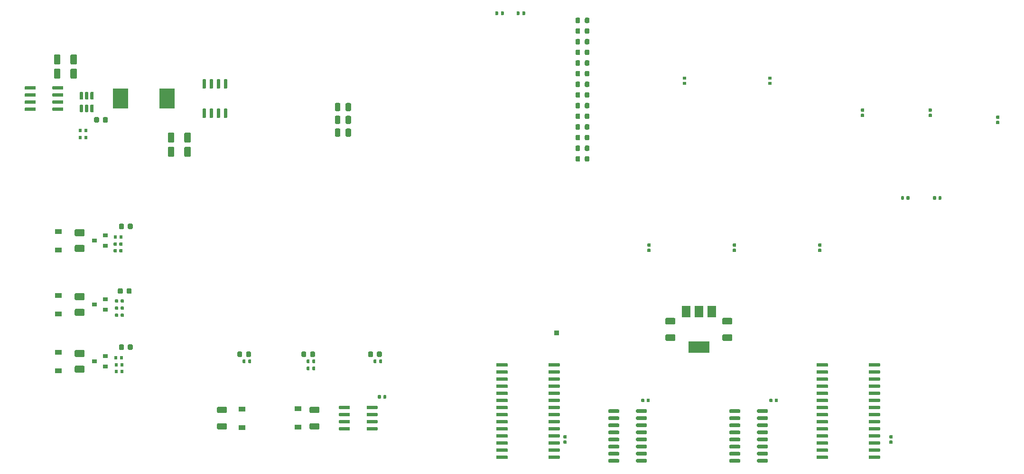
<source format=gbr>
G04 #@! TF.GenerationSoftware,KiCad,Pcbnew,(5.1.5)-3*
G04 #@! TF.CreationDate,2021-06-03T21:37:04-07:00*
G04 #@! TF.ProjectId,GrowController,47726f77-436f-46e7-9472-6f6c6c65722e,rev?*
G04 #@! TF.SameCoordinates,Original*
G04 #@! TF.FileFunction,Paste,Top*
G04 #@! TF.FilePolarity,Positive*
%FSLAX46Y46*%
G04 Gerber Fmt 4.6, Leading zero omitted, Abs format (unit mm)*
G04 Created by KiCad (PCBNEW (5.1.5)-3) date 2021-06-03 21:37:04*
%MOMM*%
%LPD*%
G04 APERTURE LIST*
%ADD10R,0.850000X0.850000*%
%ADD11C,0.100000*%
%ADD12R,2.700000X3.600000*%
%ADD13R,0.900000X0.800000*%
%ADD14R,3.800000X2.000000*%
%ADD15R,1.500000X2.000000*%
%ADD16R,1.200000X0.900000*%
G04 APERTURE END LIST*
D10*
X167640000Y-110490000D03*
D11*
G36*
X128864504Y-73952204D02*
G01*
X128888773Y-73955804D01*
X128912571Y-73961765D01*
X128935671Y-73970030D01*
X128957849Y-73980520D01*
X128978893Y-73993133D01*
X128998598Y-74007747D01*
X129016777Y-74024223D01*
X129033253Y-74042402D01*
X129047867Y-74062107D01*
X129060480Y-74083151D01*
X129070970Y-74105329D01*
X129079235Y-74128429D01*
X129085196Y-74152227D01*
X129088796Y-74176496D01*
X129090000Y-74201000D01*
X129090000Y-75151000D01*
X129088796Y-75175504D01*
X129085196Y-75199773D01*
X129079235Y-75223571D01*
X129070970Y-75246671D01*
X129060480Y-75268849D01*
X129047867Y-75289893D01*
X129033253Y-75309598D01*
X129016777Y-75327777D01*
X128998598Y-75344253D01*
X128978893Y-75358867D01*
X128957849Y-75371480D01*
X128935671Y-75381970D01*
X128912571Y-75390235D01*
X128888773Y-75396196D01*
X128864504Y-75399796D01*
X128840000Y-75401000D01*
X128340000Y-75401000D01*
X128315496Y-75399796D01*
X128291227Y-75396196D01*
X128267429Y-75390235D01*
X128244329Y-75381970D01*
X128222151Y-75371480D01*
X128201107Y-75358867D01*
X128181402Y-75344253D01*
X128163223Y-75327777D01*
X128146747Y-75309598D01*
X128132133Y-75289893D01*
X128119520Y-75268849D01*
X128109030Y-75246671D01*
X128100765Y-75223571D01*
X128094804Y-75199773D01*
X128091204Y-75175504D01*
X128090000Y-75151000D01*
X128090000Y-74201000D01*
X128091204Y-74176496D01*
X128094804Y-74152227D01*
X128100765Y-74128429D01*
X128109030Y-74105329D01*
X128119520Y-74083151D01*
X128132133Y-74062107D01*
X128146747Y-74042402D01*
X128163223Y-74024223D01*
X128181402Y-74007747D01*
X128201107Y-73993133D01*
X128222151Y-73980520D01*
X128244329Y-73970030D01*
X128267429Y-73961765D01*
X128291227Y-73955804D01*
X128315496Y-73952204D01*
X128340000Y-73951000D01*
X128840000Y-73951000D01*
X128864504Y-73952204D01*
G37*
G36*
X130764504Y-73952204D02*
G01*
X130788773Y-73955804D01*
X130812571Y-73961765D01*
X130835671Y-73970030D01*
X130857849Y-73980520D01*
X130878893Y-73993133D01*
X130898598Y-74007747D01*
X130916777Y-74024223D01*
X130933253Y-74042402D01*
X130947867Y-74062107D01*
X130960480Y-74083151D01*
X130970970Y-74105329D01*
X130979235Y-74128429D01*
X130985196Y-74152227D01*
X130988796Y-74176496D01*
X130990000Y-74201000D01*
X130990000Y-75151000D01*
X130988796Y-75175504D01*
X130985196Y-75199773D01*
X130979235Y-75223571D01*
X130970970Y-75246671D01*
X130960480Y-75268849D01*
X130947867Y-75289893D01*
X130933253Y-75309598D01*
X130916777Y-75327777D01*
X130898598Y-75344253D01*
X130878893Y-75358867D01*
X130857849Y-75371480D01*
X130835671Y-75381970D01*
X130812571Y-75390235D01*
X130788773Y-75396196D01*
X130764504Y-75399796D01*
X130740000Y-75401000D01*
X130240000Y-75401000D01*
X130215496Y-75399796D01*
X130191227Y-75396196D01*
X130167429Y-75390235D01*
X130144329Y-75381970D01*
X130122151Y-75371480D01*
X130101107Y-75358867D01*
X130081402Y-75344253D01*
X130063223Y-75327777D01*
X130046747Y-75309598D01*
X130032133Y-75289893D01*
X130019520Y-75268849D01*
X130009030Y-75246671D01*
X130000765Y-75223571D01*
X129994804Y-75199773D01*
X129991204Y-75175504D01*
X129990000Y-75151000D01*
X129990000Y-74201000D01*
X129991204Y-74176496D01*
X129994804Y-74152227D01*
X130000765Y-74128429D01*
X130009030Y-74105329D01*
X130019520Y-74083151D01*
X130032133Y-74062107D01*
X130046747Y-74042402D01*
X130063223Y-74024223D01*
X130081402Y-74007747D01*
X130101107Y-73993133D01*
X130122151Y-73980520D01*
X130144329Y-73970030D01*
X130167429Y-73961765D01*
X130191227Y-73955804D01*
X130215496Y-73952204D01*
X130240000Y-73951000D01*
X130740000Y-73951000D01*
X130764504Y-73952204D01*
G37*
G36*
X128864504Y-71666204D02*
G01*
X128888773Y-71669804D01*
X128912571Y-71675765D01*
X128935671Y-71684030D01*
X128957849Y-71694520D01*
X128978893Y-71707133D01*
X128998598Y-71721747D01*
X129016777Y-71738223D01*
X129033253Y-71756402D01*
X129047867Y-71776107D01*
X129060480Y-71797151D01*
X129070970Y-71819329D01*
X129079235Y-71842429D01*
X129085196Y-71866227D01*
X129088796Y-71890496D01*
X129090000Y-71915000D01*
X129090000Y-72865000D01*
X129088796Y-72889504D01*
X129085196Y-72913773D01*
X129079235Y-72937571D01*
X129070970Y-72960671D01*
X129060480Y-72982849D01*
X129047867Y-73003893D01*
X129033253Y-73023598D01*
X129016777Y-73041777D01*
X128998598Y-73058253D01*
X128978893Y-73072867D01*
X128957849Y-73085480D01*
X128935671Y-73095970D01*
X128912571Y-73104235D01*
X128888773Y-73110196D01*
X128864504Y-73113796D01*
X128840000Y-73115000D01*
X128340000Y-73115000D01*
X128315496Y-73113796D01*
X128291227Y-73110196D01*
X128267429Y-73104235D01*
X128244329Y-73095970D01*
X128222151Y-73085480D01*
X128201107Y-73072867D01*
X128181402Y-73058253D01*
X128163223Y-73041777D01*
X128146747Y-73023598D01*
X128132133Y-73003893D01*
X128119520Y-72982849D01*
X128109030Y-72960671D01*
X128100765Y-72937571D01*
X128094804Y-72913773D01*
X128091204Y-72889504D01*
X128090000Y-72865000D01*
X128090000Y-71915000D01*
X128091204Y-71890496D01*
X128094804Y-71866227D01*
X128100765Y-71842429D01*
X128109030Y-71819329D01*
X128119520Y-71797151D01*
X128132133Y-71776107D01*
X128146747Y-71756402D01*
X128163223Y-71738223D01*
X128181402Y-71721747D01*
X128201107Y-71707133D01*
X128222151Y-71694520D01*
X128244329Y-71684030D01*
X128267429Y-71675765D01*
X128291227Y-71669804D01*
X128315496Y-71666204D01*
X128340000Y-71665000D01*
X128840000Y-71665000D01*
X128864504Y-71666204D01*
G37*
G36*
X130764504Y-71666204D02*
G01*
X130788773Y-71669804D01*
X130812571Y-71675765D01*
X130835671Y-71684030D01*
X130857849Y-71694520D01*
X130878893Y-71707133D01*
X130898598Y-71721747D01*
X130916777Y-71738223D01*
X130933253Y-71756402D01*
X130947867Y-71776107D01*
X130960480Y-71797151D01*
X130970970Y-71819329D01*
X130979235Y-71842429D01*
X130985196Y-71866227D01*
X130988796Y-71890496D01*
X130990000Y-71915000D01*
X130990000Y-72865000D01*
X130988796Y-72889504D01*
X130985196Y-72913773D01*
X130979235Y-72937571D01*
X130970970Y-72960671D01*
X130960480Y-72982849D01*
X130947867Y-73003893D01*
X130933253Y-73023598D01*
X130916777Y-73041777D01*
X130898598Y-73058253D01*
X130878893Y-73072867D01*
X130857849Y-73085480D01*
X130835671Y-73095970D01*
X130812571Y-73104235D01*
X130788773Y-73110196D01*
X130764504Y-73113796D01*
X130740000Y-73115000D01*
X130240000Y-73115000D01*
X130215496Y-73113796D01*
X130191227Y-73110196D01*
X130167429Y-73104235D01*
X130144329Y-73095970D01*
X130122151Y-73085480D01*
X130101107Y-73072867D01*
X130081402Y-73058253D01*
X130063223Y-73041777D01*
X130046747Y-73023598D01*
X130032133Y-73003893D01*
X130019520Y-72982849D01*
X130009030Y-72960671D01*
X130000765Y-72937571D01*
X129994804Y-72913773D01*
X129991204Y-72889504D01*
X129990000Y-72865000D01*
X129990000Y-71915000D01*
X129991204Y-71890496D01*
X129994804Y-71866227D01*
X130000765Y-71842429D01*
X130009030Y-71819329D01*
X130019520Y-71797151D01*
X130032133Y-71776107D01*
X130046747Y-71756402D01*
X130063223Y-71738223D01*
X130081402Y-71721747D01*
X130101107Y-71707133D01*
X130122151Y-71694520D01*
X130144329Y-71684030D01*
X130167429Y-71675765D01*
X130191227Y-71669804D01*
X130215496Y-71666204D01*
X130240000Y-71665000D01*
X130740000Y-71665000D01*
X130764504Y-71666204D01*
G37*
G36*
X130764504Y-69380204D02*
G01*
X130788773Y-69383804D01*
X130812571Y-69389765D01*
X130835671Y-69398030D01*
X130857849Y-69408520D01*
X130878893Y-69421133D01*
X130898598Y-69435747D01*
X130916777Y-69452223D01*
X130933253Y-69470402D01*
X130947867Y-69490107D01*
X130960480Y-69511151D01*
X130970970Y-69533329D01*
X130979235Y-69556429D01*
X130985196Y-69580227D01*
X130988796Y-69604496D01*
X130990000Y-69629000D01*
X130990000Y-70579000D01*
X130988796Y-70603504D01*
X130985196Y-70627773D01*
X130979235Y-70651571D01*
X130970970Y-70674671D01*
X130960480Y-70696849D01*
X130947867Y-70717893D01*
X130933253Y-70737598D01*
X130916777Y-70755777D01*
X130898598Y-70772253D01*
X130878893Y-70786867D01*
X130857849Y-70799480D01*
X130835671Y-70809970D01*
X130812571Y-70818235D01*
X130788773Y-70824196D01*
X130764504Y-70827796D01*
X130740000Y-70829000D01*
X130240000Y-70829000D01*
X130215496Y-70827796D01*
X130191227Y-70824196D01*
X130167429Y-70818235D01*
X130144329Y-70809970D01*
X130122151Y-70799480D01*
X130101107Y-70786867D01*
X130081402Y-70772253D01*
X130063223Y-70755777D01*
X130046747Y-70737598D01*
X130032133Y-70717893D01*
X130019520Y-70696849D01*
X130009030Y-70674671D01*
X130000765Y-70651571D01*
X129994804Y-70627773D01*
X129991204Y-70603504D01*
X129990000Y-70579000D01*
X129990000Y-69629000D01*
X129991204Y-69604496D01*
X129994804Y-69580227D01*
X130000765Y-69556429D01*
X130009030Y-69533329D01*
X130019520Y-69511151D01*
X130032133Y-69490107D01*
X130046747Y-69470402D01*
X130063223Y-69452223D01*
X130081402Y-69435747D01*
X130101107Y-69421133D01*
X130122151Y-69408520D01*
X130144329Y-69398030D01*
X130167429Y-69389765D01*
X130191227Y-69383804D01*
X130215496Y-69380204D01*
X130240000Y-69379000D01*
X130740000Y-69379000D01*
X130764504Y-69380204D01*
G37*
G36*
X128864504Y-69380204D02*
G01*
X128888773Y-69383804D01*
X128912571Y-69389765D01*
X128935671Y-69398030D01*
X128957849Y-69408520D01*
X128978893Y-69421133D01*
X128998598Y-69435747D01*
X129016777Y-69452223D01*
X129033253Y-69470402D01*
X129047867Y-69490107D01*
X129060480Y-69511151D01*
X129070970Y-69533329D01*
X129079235Y-69556429D01*
X129085196Y-69580227D01*
X129088796Y-69604496D01*
X129090000Y-69629000D01*
X129090000Y-70579000D01*
X129088796Y-70603504D01*
X129085196Y-70627773D01*
X129079235Y-70651571D01*
X129070970Y-70674671D01*
X129060480Y-70696849D01*
X129047867Y-70717893D01*
X129033253Y-70737598D01*
X129016777Y-70755777D01*
X128998598Y-70772253D01*
X128978893Y-70786867D01*
X128957849Y-70799480D01*
X128935671Y-70809970D01*
X128912571Y-70818235D01*
X128888773Y-70824196D01*
X128864504Y-70827796D01*
X128840000Y-70829000D01*
X128340000Y-70829000D01*
X128315496Y-70827796D01*
X128291227Y-70824196D01*
X128267429Y-70818235D01*
X128244329Y-70809970D01*
X128222151Y-70799480D01*
X128201107Y-70786867D01*
X128181402Y-70772253D01*
X128163223Y-70755777D01*
X128146747Y-70737598D01*
X128132133Y-70717893D01*
X128119520Y-70696849D01*
X128109030Y-70674671D01*
X128100765Y-70651571D01*
X128094804Y-70627773D01*
X128091204Y-70603504D01*
X128090000Y-70579000D01*
X128090000Y-69629000D01*
X128091204Y-69604496D01*
X128094804Y-69580227D01*
X128100765Y-69556429D01*
X128109030Y-69533329D01*
X128119520Y-69511151D01*
X128132133Y-69490107D01*
X128146747Y-69470402D01*
X128163223Y-69452223D01*
X128181402Y-69435747D01*
X128201107Y-69421133D01*
X128222151Y-69408520D01*
X128244329Y-69398030D01*
X128267429Y-69389765D01*
X128291227Y-69383804D01*
X128315496Y-69380204D01*
X128340000Y-69379000D01*
X128840000Y-69379000D01*
X128864504Y-69380204D01*
G37*
G36*
X78884505Y-63236204D02*
G01*
X78908773Y-63239804D01*
X78932572Y-63245765D01*
X78955671Y-63254030D01*
X78977850Y-63264520D01*
X78998893Y-63277132D01*
X79018599Y-63291747D01*
X79036777Y-63308223D01*
X79053253Y-63326401D01*
X79067868Y-63346107D01*
X79080480Y-63367150D01*
X79090970Y-63389329D01*
X79099235Y-63412428D01*
X79105196Y-63436227D01*
X79108796Y-63460495D01*
X79110000Y-63484999D01*
X79110000Y-64785001D01*
X79108796Y-64809505D01*
X79105196Y-64833773D01*
X79099235Y-64857572D01*
X79090970Y-64880671D01*
X79080480Y-64902850D01*
X79067868Y-64923893D01*
X79053253Y-64943599D01*
X79036777Y-64961777D01*
X79018599Y-64978253D01*
X78998893Y-64992868D01*
X78977850Y-65005480D01*
X78955671Y-65015970D01*
X78932572Y-65024235D01*
X78908773Y-65030196D01*
X78884505Y-65033796D01*
X78860001Y-65035000D01*
X78209999Y-65035000D01*
X78185495Y-65033796D01*
X78161227Y-65030196D01*
X78137428Y-65024235D01*
X78114329Y-65015970D01*
X78092150Y-65005480D01*
X78071107Y-64992868D01*
X78051401Y-64978253D01*
X78033223Y-64961777D01*
X78016747Y-64943599D01*
X78002132Y-64923893D01*
X77989520Y-64902850D01*
X77979030Y-64880671D01*
X77970765Y-64857572D01*
X77964804Y-64833773D01*
X77961204Y-64809505D01*
X77960000Y-64785001D01*
X77960000Y-63484999D01*
X77961204Y-63460495D01*
X77964804Y-63436227D01*
X77970765Y-63412428D01*
X77979030Y-63389329D01*
X77989520Y-63367150D01*
X78002132Y-63346107D01*
X78016747Y-63326401D01*
X78033223Y-63308223D01*
X78051401Y-63291747D01*
X78071107Y-63277132D01*
X78092150Y-63264520D01*
X78114329Y-63254030D01*
X78137428Y-63245765D01*
X78161227Y-63239804D01*
X78185495Y-63236204D01*
X78209999Y-63235000D01*
X78860001Y-63235000D01*
X78884505Y-63236204D01*
G37*
G36*
X81834505Y-63236204D02*
G01*
X81858773Y-63239804D01*
X81882572Y-63245765D01*
X81905671Y-63254030D01*
X81927850Y-63264520D01*
X81948893Y-63277132D01*
X81968599Y-63291747D01*
X81986777Y-63308223D01*
X82003253Y-63326401D01*
X82017868Y-63346107D01*
X82030480Y-63367150D01*
X82040970Y-63389329D01*
X82049235Y-63412428D01*
X82055196Y-63436227D01*
X82058796Y-63460495D01*
X82060000Y-63484999D01*
X82060000Y-64785001D01*
X82058796Y-64809505D01*
X82055196Y-64833773D01*
X82049235Y-64857572D01*
X82040970Y-64880671D01*
X82030480Y-64902850D01*
X82017868Y-64923893D01*
X82003253Y-64943599D01*
X81986777Y-64961777D01*
X81968599Y-64978253D01*
X81948893Y-64992868D01*
X81927850Y-65005480D01*
X81905671Y-65015970D01*
X81882572Y-65024235D01*
X81858773Y-65030196D01*
X81834505Y-65033796D01*
X81810001Y-65035000D01*
X81159999Y-65035000D01*
X81135495Y-65033796D01*
X81111227Y-65030196D01*
X81087428Y-65024235D01*
X81064329Y-65015970D01*
X81042150Y-65005480D01*
X81021107Y-64992868D01*
X81001401Y-64978253D01*
X80983223Y-64961777D01*
X80966747Y-64943599D01*
X80952132Y-64923893D01*
X80939520Y-64902850D01*
X80929030Y-64880671D01*
X80920765Y-64857572D01*
X80914804Y-64833773D01*
X80911204Y-64809505D01*
X80910000Y-64785001D01*
X80910000Y-63484999D01*
X80911204Y-63460495D01*
X80914804Y-63436227D01*
X80920765Y-63412428D01*
X80929030Y-63389329D01*
X80939520Y-63367150D01*
X80952132Y-63346107D01*
X80966747Y-63326401D01*
X80983223Y-63308223D01*
X81001401Y-63291747D01*
X81021107Y-63277132D01*
X81042150Y-63264520D01*
X81064329Y-63254030D01*
X81087428Y-63245765D01*
X81111227Y-63239804D01*
X81135495Y-63236204D01*
X81159999Y-63235000D01*
X81810001Y-63235000D01*
X81834505Y-63236204D01*
G37*
G36*
X227513722Y-129740674D02*
G01*
X227527313Y-129742690D01*
X227540640Y-129746028D01*
X227553576Y-129750657D01*
X227565996Y-129756531D01*
X227577780Y-129763594D01*
X227588815Y-129771779D01*
X227598995Y-129781005D01*
X227608221Y-129791185D01*
X227616406Y-129802220D01*
X227623469Y-129814004D01*
X227629343Y-129826424D01*
X227633972Y-129839360D01*
X227637310Y-129852687D01*
X227639326Y-129866278D01*
X227640000Y-129880000D01*
X227640000Y-130160000D01*
X227639326Y-130173722D01*
X227637310Y-130187313D01*
X227633972Y-130200640D01*
X227629343Y-130213576D01*
X227623469Y-130225996D01*
X227616406Y-130237780D01*
X227608221Y-130248815D01*
X227598995Y-130258995D01*
X227588815Y-130268221D01*
X227577780Y-130276406D01*
X227565996Y-130283469D01*
X227553576Y-130289343D01*
X227540640Y-130293972D01*
X227527313Y-130297310D01*
X227513722Y-130299326D01*
X227500000Y-130300000D01*
X227160000Y-130300000D01*
X227146278Y-130299326D01*
X227132687Y-130297310D01*
X227119360Y-130293972D01*
X227106424Y-130289343D01*
X227094004Y-130283469D01*
X227082220Y-130276406D01*
X227071185Y-130268221D01*
X227061005Y-130258995D01*
X227051779Y-130248815D01*
X227043594Y-130237780D01*
X227036531Y-130225996D01*
X227030657Y-130213576D01*
X227026028Y-130200640D01*
X227022690Y-130187313D01*
X227020674Y-130173722D01*
X227020000Y-130160000D01*
X227020000Y-129880000D01*
X227020674Y-129866278D01*
X227022690Y-129852687D01*
X227026028Y-129839360D01*
X227030657Y-129826424D01*
X227036531Y-129814004D01*
X227043594Y-129802220D01*
X227051779Y-129791185D01*
X227061005Y-129781005D01*
X227071185Y-129771779D01*
X227082220Y-129763594D01*
X227094004Y-129756531D01*
X227106424Y-129750657D01*
X227119360Y-129746028D01*
X227132687Y-129742690D01*
X227146278Y-129740674D01*
X227160000Y-129740000D01*
X227500000Y-129740000D01*
X227513722Y-129740674D01*
G37*
G36*
X227513722Y-128780674D02*
G01*
X227527313Y-128782690D01*
X227540640Y-128786028D01*
X227553576Y-128790657D01*
X227565996Y-128796531D01*
X227577780Y-128803594D01*
X227588815Y-128811779D01*
X227598995Y-128821005D01*
X227608221Y-128831185D01*
X227616406Y-128842220D01*
X227623469Y-128854004D01*
X227629343Y-128866424D01*
X227633972Y-128879360D01*
X227637310Y-128892687D01*
X227639326Y-128906278D01*
X227640000Y-128920000D01*
X227640000Y-129200000D01*
X227639326Y-129213722D01*
X227637310Y-129227313D01*
X227633972Y-129240640D01*
X227629343Y-129253576D01*
X227623469Y-129265996D01*
X227616406Y-129277780D01*
X227608221Y-129288815D01*
X227598995Y-129298995D01*
X227588815Y-129308221D01*
X227577780Y-129316406D01*
X227565996Y-129323469D01*
X227553576Y-129329343D01*
X227540640Y-129333972D01*
X227527313Y-129337310D01*
X227513722Y-129339326D01*
X227500000Y-129340000D01*
X227160000Y-129340000D01*
X227146278Y-129339326D01*
X227132687Y-129337310D01*
X227119360Y-129333972D01*
X227106424Y-129329343D01*
X227094004Y-129323469D01*
X227082220Y-129316406D01*
X227071185Y-129308221D01*
X227061005Y-129298995D01*
X227051779Y-129288815D01*
X227043594Y-129277780D01*
X227036531Y-129265996D01*
X227030657Y-129253576D01*
X227026028Y-129240640D01*
X227022690Y-129227313D01*
X227020674Y-129213722D01*
X227020000Y-129200000D01*
X227020000Y-128920000D01*
X227020674Y-128906278D01*
X227022690Y-128892687D01*
X227026028Y-128879360D01*
X227030657Y-128866424D01*
X227036531Y-128854004D01*
X227043594Y-128842220D01*
X227051779Y-128831185D01*
X227061005Y-128821005D01*
X227071185Y-128811779D01*
X227082220Y-128803594D01*
X227094004Y-128796531D01*
X227106424Y-128790657D01*
X227119360Y-128786028D01*
X227132687Y-128782690D01*
X227146278Y-128780674D01*
X227160000Y-128780000D01*
X227500000Y-128780000D01*
X227513722Y-128780674D01*
G37*
G36*
X169352258Y-129742196D02*
G01*
X169365849Y-129744212D01*
X169379176Y-129747550D01*
X169392112Y-129752179D01*
X169404532Y-129758053D01*
X169416316Y-129765116D01*
X169427351Y-129773301D01*
X169437531Y-129782527D01*
X169446757Y-129792707D01*
X169454942Y-129803742D01*
X169462005Y-129815526D01*
X169467879Y-129827946D01*
X169472508Y-129840882D01*
X169475846Y-129854209D01*
X169477862Y-129867800D01*
X169478536Y-129881522D01*
X169478536Y-130161522D01*
X169477862Y-130175244D01*
X169475846Y-130188835D01*
X169472508Y-130202162D01*
X169467879Y-130215098D01*
X169462005Y-130227518D01*
X169454942Y-130239302D01*
X169446757Y-130250337D01*
X169437531Y-130260517D01*
X169427351Y-130269743D01*
X169416316Y-130277928D01*
X169404532Y-130284991D01*
X169392112Y-130290865D01*
X169379176Y-130295494D01*
X169365849Y-130298832D01*
X169352258Y-130300848D01*
X169338536Y-130301522D01*
X168998536Y-130301522D01*
X168984814Y-130300848D01*
X168971223Y-130298832D01*
X168957896Y-130295494D01*
X168944960Y-130290865D01*
X168932540Y-130284991D01*
X168920756Y-130277928D01*
X168909721Y-130269743D01*
X168899541Y-130260517D01*
X168890315Y-130250337D01*
X168882130Y-130239302D01*
X168875067Y-130227518D01*
X168869193Y-130215098D01*
X168864564Y-130202162D01*
X168861226Y-130188835D01*
X168859210Y-130175244D01*
X168858536Y-130161522D01*
X168858536Y-129881522D01*
X168859210Y-129867800D01*
X168861226Y-129854209D01*
X168864564Y-129840882D01*
X168869193Y-129827946D01*
X168875067Y-129815526D01*
X168882130Y-129803742D01*
X168890315Y-129792707D01*
X168899541Y-129782527D01*
X168909721Y-129773301D01*
X168920756Y-129765116D01*
X168932540Y-129758053D01*
X168944960Y-129752179D01*
X168957896Y-129747550D01*
X168971223Y-129744212D01*
X168984814Y-129742196D01*
X168998536Y-129741522D01*
X169338536Y-129741522D01*
X169352258Y-129742196D01*
G37*
G36*
X169352258Y-128782196D02*
G01*
X169365849Y-128784212D01*
X169379176Y-128787550D01*
X169392112Y-128792179D01*
X169404532Y-128798053D01*
X169416316Y-128805116D01*
X169427351Y-128813301D01*
X169437531Y-128822527D01*
X169446757Y-128832707D01*
X169454942Y-128843742D01*
X169462005Y-128855526D01*
X169467879Y-128867946D01*
X169472508Y-128880882D01*
X169475846Y-128894209D01*
X169477862Y-128907800D01*
X169478536Y-128921522D01*
X169478536Y-129201522D01*
X169477862Y-129215244D01*
X169475846Y-129228835D01*
X169472508Y-129242162D01*
X169467879Y-129255098D01*
X169462005Y-129267518D01*
X169454942Y-129279302D01*
X169446757Y-129290337D01*
X169437531Y-129300517D01*
X169427351Y-129309743D01*
X169416316Y-129317928D01*
X169404532Y-129324991D01*
X169392112Y-129330865D01*
X169379176Y-129335494D01*
X169365849Y-129338832D01*
X169352258Y-129340848D01*
X169338536Y-129341522D01*
X168998536Y-129341522D01*
X168984814Y-129340848D01*
X168971223Y-129338832D01*
X168957896Y-129335494D01*
X168944960Y-129330865D01*
X168932540Y-129324991D01*
X168920756Y-129317928D01*
X168909721Y-129309743D01*
X168899541Y-129300517D01*
X168890315Y-129290337D01*
X168882130Y-129279302D01*
X168875067Y-129267518D01*
X168869193Y-129255098D01*
X168864564Y-129242162D01*
X168861226Y-129228835D01*
X168859210Y-129215244D01*
X168858536Y-129201522D01*
X168858536Y-128921522D01*
X168859210Y-128907800D01*
X168861226Y-128894209D01*
X168864564Y-128880882D01*
X168869193Y-128867946D01*
X168875067Y-128855526D01*
X168882130Y-128843742D01*
X168890315Y-128832707D01*
X168899541Y-128822527D01*
X168909721Y-128813301D01*
X168920756Y-128805116D01*
X168932540Y-128798053D01*
X168944960Y-128792179D01*
X168957896Y-128787550D01*
X168971223Y-128784212D01*
X168984814Y-128782196D01*
X168998536Y-128781522D01*
X169338536Y-128781522D01*
X169352258Y-128782196D01*
G37*
G36*
X207008722Y-122245674D02*
G01*
X207022313Y-122247690D01*
X207035640Y-122251028D01*
X207048576Y-122255657D01*
X207060996Y-122261531D01*
X207072780Y-122268594D01*
X207083815Y-122276779D01*
X207093995Y-122286005D01*
X207103221Y-122296185D01*
X207111406Y-122307220D01*
X207118469Y-122319004D01*
X207124343Y-122331424D01*
X207128972Y-122344360D01*
X207132310Y-122357687D01*
X207134326Y-122371278D01*
X207135000Y-122385000D01*
X207135000Y-122725000D01*
X207134326Y-122738722D01*
X207132310Y-122752313D01*
X207128972Y-122765640D01*
X207124343Y-122778576D01*
X207118469Y-122790996D01*
X207111406Y-122802780D01*
X207103221Y-122813815D01*
X207093995Y-122823995D01*
X207083815Y-122833221D01*
X207072780Y-122841406D01*
X207060996Y-122848469D01*
X207048576Y-122854343D01*
X207035640Y-122858972D01*
X207022313Y-122862310D01*
X207008722Y-122864326D01*
X206995000Y-122865000D01*
X206715000Y-122865000D01*
X206701278Y-122864326D01*
X206687687Y-122862310D01*
X206674360Y-122858972D01*
X206661424Y-122854343D01*
X206649004Y-122848469D01*
X206637220Y-122841406D01*
X206626185Y-122833221D01*
X206616005Y-122823995D01*
X206606779Y-122813815D01*
X206598594Y-122802780D01*
X206591531Y-122790996D01*
X206585657Y-122778576D01*
X206581028Y-122765640D01*
X206577690Y-122752313D01*
X206575674Y-122738722D01*
X206575000Y-122725000D01*
X206575000Y-122385000D01*
X206575674Y-122371278D01*
X206577690Y-122357687D01*
X206581028Y-122344360D01*
X206585657Y-122331424D01*
X206591531Y-122319004D01*
X206598594Y-122307220D01*
X206606779Y-122296185D01*
X206616005Y-122286005D01*
X206626185Y-122276779D01*
X206637220Y-122268594D01*
X206649004Y-122261531D01*
X206661424Y-122255657D01*
X206674360Y-122251028D01*
X206687687Y-122247690D01*
X206701278Y-122245674D01*
X206715000Y-122245000D01*
X206995000Y-122245000D01*
X207008722Y-122245674D01*
G37*
G36*
X206048722Y-122245674D02*
G01*
X206062313Y-122247690D01*
X206075640Y-122251028D01*
X206088576Y-122255657D01*
X206100996Y-122261531D01*
X206112780Y-122268594D01*
X206123815Y-122276779D01*
X206133995Y-122286005D01*
X206143221Y-122296185D01*
X206151406Y-122307220D01*
X206158469Y-122319004D01*
X206164343Y-122331424D01*
X206168972Y-122344360D01*
X206172310Y-122357687D01*
X206174326Y-122371278D01*
X206175000Y-122385000D01*
X206175000Y-122725000D01*
X206174326Y-122738722D01*
X206172310Y-122752313D01*
X206168972Y-122765640D01*
X206164343Y-122778576D01*
X206158469Y-122790996D01*
X206151406Y-122802780D01*
X206143221Y-122813815D01*
X206133995Y-122823995D01*
X206123815Y-122833221D01*
X206112780Y-122841406D01*
X206100996Y-122848469D01*
X206088576Y-122854343D01*
X206075640Y-122858972D01*
X206062313Y-122862310D01*
X206048722Y-122864326D01*
X206035000Y-122865000D01*
X205755000Y-122865000D01*
X205741278Y-122864326D01*
X205727687Y-122862310D01*
X205714360Y-122858972D01*
X205701424Y-122854343D01*
X205689004Y-122848469D01*
X205677220Y-122841406D01*
X205666185Y-122833221D01*
X205656005Y-122823995D01*
X205646779Y-122813815D01*
X205638594Y-122802780D01*
X205631531Y-122790996D01*
X205625657Y-122778576D01*
X205621028Y-122765640D01*
X205617690Y-122752313D01*
X205615674Y-122738722D01*
X205615000Y-122725000D01*
X205615000Y-122385000D01*
X205615674Y-122371278D01*
X205617690Y-122357687D01*
X205621028Y-122344360D01*
X205625657Y-122331424D01*
X205631531Y-122319004D01*
X205638594Y-122307220D01*
X205646779Y-122296185D01*
X205656005Y-122286005D01*
X205666185Y-122276779D01*
X205677220Y-122268594D01*
X205689004Y-122261531D01*
X205701424Y-122255657D01*
X205714360Y-122251028D01*
X205727687Y-122247690D01*
X205741278Y-122245674D01*
X205755000Y-122245000D01*
X206035000Y-122245000D01*
X206048722Y-122245674D01*
G37*
G36*
X184148722Y-122245674D02*
G01*
X184162313Y-122247690D01*
X184175640Y-122251028D01*
X184188576Y-122255657D01*
X184200996Y-122261531D01*
X184212780Y-122268594D01*
X184223815Y-122276779D01*
X184233995Y-122286005D01*
X184243221Y-122296185D01*
X184251406Y-122307220D01*
X184258469Y-122319004D01*
X184264343Y-122331424D01*
X184268972Y-122344360D01*
X184272310Y-122357687D01*
X184274326Y-122371278D01*
X184275000Y-122385000D01*
X184275000Y-122725000D01*
X184274326Y-122738722D01*
X184272310Y-122752313D01*
X184268972Y-122765640D01*
X184264343Y-122778576D01*
X184258469Y-122790996D01*
X184251406Y-122802780D01*
X184243221Y-122813815D01*
X184233995Y-122823995D01*
X184223815Y-122833221D01*
X184212780Y-122841406D01*
X184200996Y-122848469D01*
X184188576Y-122854343D01*
X184175640Y-122858972D01*
X184162313Y-122862310D01*
X184148722Y-122864326D01*
X184135000Y-122865000D01*
X183855000Y-122865000D01*
X183841278Y-122864326D01*
X183827687Y-122862310D01*
X183814360Y-122858972D01*
X183801424Y-122854343D01*
X183789004Y-122848469D01*
X183777220Y-122841406D01*
X183766185Y-122833221D01*
X183756005Y-122823995D01*
X183746779Y-122813815D01*
X183738594Y-122802780D01*
X183731531Y-122790996D01*
X183725657Y-122778576D01*
X183721028Y-122765640D01*
X183717690Y-122752313D01*
X183715674Y-122738722D01*
X183715000Y-122725000D01*
X183715000Y-122385000D01*
X183715674Y-122371278D01*
X183717690Y-122357687D01*
X183721028Y-122344360D01*
X183725657Y-122331424D01*
X183731531Y-122319004D01*
X183738594Y-122307220D01*
X183746779Y-122296185D01*
X183756005Y-122286005D01*
X183766185Y-122276779D01*
X183777220Y-122268594D01*
X183789004Y-122261531D01*
X183801424Y-122255657D01*
X183814360Y-122251028D01*
X183827687Y-122247690D01*
X183841278Y-122245674D01*
X183855000Y-122245000D01*
X184135000Y-122245000D01*
X184148722Y-122245674D01*
G37*
G36*
X183188722Y-122245674D02*
G01*
X183202313Y-122247690D01*
X183215640Y-122251028D01*
X183228576Y-122255657D01*
X183240996Y-122261531D01*
X183252780Y-122268594D01*
X183263815Y-122276779D01*
X183273995Y-122286005D01*
X183283221Y-122296185D01*
X183291406Y-122307220D01*
X183298469Y-122319004D01*
X183304343Y-122331424D01*
X183308972Y-122344360D01*
X183312310Y-122357687D01*
X183314326Y-122371278D01*
X183315000Y-122385000D01*
X183315000Y-122725000D01*
X183314326Y-122738722D01*
X183312310Y-122752313D01*
X183308972Y-122765640D01*
X183304343Y-122778576D01*
X183298469Y-122790996D01*
X183291406Y-122802780D01*
X183283221Y-122813815D01*
X183273995Y-122823995D01*
X183263815Y-122833221D01*
X183252780Y-122841406D01*
X183240996Y-122848469D01*
X183228576Y-122854343D01*
X183215640Y-122858972D01*
X183202313Y-122862310D01*
X183188722Y-122864326D01*
X183175000Y-122865000D01*
X182895000Y-122865000D01*
X182881278Y-122864326D01*
X182867687Y-122862310D01*
X182854360Y-122858972D01*
X182841424Y-122854343D01*
X182829004Y-122848469D01*
X182817220Y-122841406D01*
X182806185Y-122833221D01*
X182796005Y-122823995D01*
X182786779Y-122813815D01*
X182778594Y-122802780D01*
X182771531Y-122790996D01*
X182765657Y-122778576D01*
X182761028Y-122765640D01*
X182757690Y-122752313D01*
X182755674Y-122738722D01*
X182755000Y-122725000D01*
X182755000Y-122385000D01*
X182755674Y-122371278D01*
X182757690Y-122357687D01*
X182761028Y-122344360D01*
X182765657Y-122331424D01*
X182771531Y-122319004D01*
X182778594Y-122307220D01*
X182786779Y-122296185D01*
X182796005Y-122286005D01*
X182806185Y-122276779D01*
X182817220Y-122268594D01*
X182829004Y-122261531D01*
X182841424Y-122255657D01*
X182854360Y-122251028D01*
X182867687Y-122247690D01*
X182881278Y-122245674D01*
X182895000Y-122245000D01*
X183175000Y-122245000D01*
X183188722Y-122245674D01*
G37*
G36*
X136198722Y-121610674D02*
G01*
X136212313Y-121612690D01*
X136225640Y-121616028D01*
X136238576Y-121620657D01*
X136250996Y-121626531D01*
X136262780Y-121633594D01*
X136273815Y-121641779D01*
X136283995Y-121651005D01*
X136293221Y-121661185D01*
X136301406Y-121672220D01*
X136308469Y-121684004D01*
X136314343Y-121696424D01*
X136318972Y-121709360D01*
X136322310Y-121722687D01*
X136324326Y-121736278D01*
X136325000Y-121750000D01*
X136325000Y-122090000D01*
X136324326Y-122103722D01*
X136322310Y-122117313D01*
X136318972Y-122130640D01*
X136314343Y-122143576D01*
X136308469Y-122155996D01*
X136301406Y-122167780D01*
X136293221Y-122178815D01*
X136283995Y-122188995D01*
X136273815Y-122198221D01*
X136262780Y-122206406D01*
X136250996Y-122213469D01*
X136238576Y-122219343D01*
X136225640Y-122223972D01*
X136212313Y-122227310D01*
X136198722Y-122229326D01*
X136185000Y-122230000D01*
X135905000Y-122230000D01*
X135891278Y-122229326D01*
X135877687Y-122227310D01*
X135864360Y-122223972D01*
X135851424Y-122219343D01*
X135839004Y-122213469D01*
X135827220Y-122206406D01*
X135816185Y-122198221D01*
X135806005Y-122188995D01*
X135796779Y-122178815D01*
X135788594Y-122167780D01*
X135781531Y-122155996D01*
X135775657Y-122143576D01*
X135771028Y-122130640D01*
X135767690Y-122117313D01*
X135765674Y-122103722D01*
X135765000Y-122090000D01*
X135765000Y-121750000D01*
X135765674Y-121736278D01*
X135767690Y-121722687D01*
X135771028Y-121709360D01*
X135775657Y-121696424D01*
X135781531Y-121684004D01*
X135788594Y-121672220D01*
X135796779Y-121661185D01*
X135806005Y-121651005D01*
X135816185Y-121641779D01*
X135827220Y-121633594D01*
X135839004Y-121626531D01*
X135851424Y-121620657D01*
X135864360Y-121616028D01*
X135877687Y-121612690D01*
X135891278Y-121610674D01*
X135905000Y-121610000D01*
X136185000Y-121610000D01*
X136198722Y-121610674D01*
G37*
G36*
X137158722Y-121610674D02*
G01*
X137172313Y-121612690D01*
X137185640Y-121616028D01*
X137198576Y-121620657D01*
X137210996Y-121626531D01*
X137222780Y-121633594D01*
X137233815Y-121641779D01*
X137243995Y-121651005D01*
X137253221Y-121661185D01*
X137261406Y-121672220D01*
X137268469Y-121684004D01*
X137274343Y-121696424D01*
X137278972Y-121709360D01*
X137282310Y-121722687D01*
X137284326Y-121736278D01*
X137285000Y-121750000D01*
X137285000Y-122090000D01*
X137284326Y-122103722D01*
X137282310Y-122117313D01*
X137278972Y-122130640D01*
X137274343Y-122143576D01*
X137268469Y-122155996D01*
X137261406Y-122167780D01*
X137253221Y-122178815D01*
X137243995Y-122188995D01*
X137233815Y-122198221D01*
X137222780Y-122206406D01*
X137210996Y-122213469D01*
X137198576Y-122219343D01*
X137185640Y-122223972D01*
X137172313Y-122227310D01*
X137158722Y-122229326D01*
X137145000Y-122230000D01*
X136865000Y-122230000D01*
X136851278Y-122229326D01*
X136837687Y-122227310D01*
X136824360Y-122223972D01*
X136811424Y-122219343D01*
X136799004Y-122213469D01*
X136787220Y-122206406D01*
X136776185Y-122198221D01*
X136766005Y-122188995D01*
X136756779Y-122178815D01*
X136748594Y-122167780D01*
X136741531Y-122155996D01*
X136735657Y-122143576D01*
X136731028Y-122130640D01*
X136727690Y-122117313D01*
X136725674Y-122103722D01*
X136725000Y-122090000D01*
X136725000Y-121750000D01*
X136725674Y-121736278D01*
X136727690Y-121722687D01*
X136731028Y-121709360D01*
X136735657Y-121696424D01*
X136741531Y-121684004D01*
X136748594Y-121672220D01*
X136756779Y-121661185D01*
X136766005Y-121651005D01*
X136776185Y-121641779D01*
X136787220Y-121633594D01*
X136799004Y-121626531D01*
X136811424Y-121620657D01*
X136824360Y-121616028D01*
X136837687Y-121612690D01*
X136851278Y-121610674D01*
X136865000Y-121610000D01*
X137145000Y-121610000D01*
X137158722Y-121610674D01*
G37*
G36*
X235258722Y-86050674D02*
G01*
X235272313Y-86052690D01*
X235285640Y-86056028D01*
X235298576Y-86060657D01*
X235310996Y-86066531D01*
X235322780Y-86073594D01*
X235333815Y-86081779D01*
X235343995Y-86091005D01*
X235353221Y-86101185D01*
X235361406Y-86112220D01*
X235368469Y-86124004D01*
X235374343Y-86136424D01*
X235378972Y-86149360D01*
X235382310Y-86162687D01*
X235384326Y-86176278D01*
X235385000Y-86190000D01*
X235385000Y-86530000D01*
X235384326Y-86543722D01*
X235382310Y-86557313D01*
X235378972Y-86570640D01*
X235374343Y-86583576D01*
X235368469Y-86595996D01*
X235361406Y-86607780D01*
X235353221Y-86618815D01*
X235343995Y-86628995D01*
X235333815Y-86638221D01*
X235322780Y-86646406D01*
X235310996Y-86653469D01*
X235298576Y-86659343D01*
X235285640Y-86663972D01*
X235272313Y-86667310D01*
X235258722Y-86669326D01*
X235245000Y-86670000D01*
X234965000Y-86670000D01*
X234951278Y-86669326D01*
X234937687Y-86667310D01*
X234924360Y-86663972D01*
X234911424Y-86659343D01*
X234899004Y-86653469D01*
X234887220Y-86646406D01*
X234876185Y-86638221D01*
X234866005Y-86628995D01*
X234856779Y-86618815D01*
X234848594Y-86607780D01*
X234841531Y-86595996D01*
X234835657Y-86583576D01*
X234831028Y-86570640D01*
X234827690Y-86557313D01*
X234825674Y-86543722D01*
X234825000Y-86530000D01*
X234825000Y-86190000D01*
X234825674Y-86176278D01*
X234827690Y-86162687D01*
X234831028Y-86149360D01*
X234835657Y-86136424D01*
X234841531Y-86124004D01*
X234848594Y-86112220D01*
X234856779Y-86101185D01*
X234866005Y-86091005D01*
X234876185Y-86081779D01*
X234887220Y-86073594D01*
X234899004Y-86066531D01*
X234911424Y-86060657D01*
X234924360Y-86056028D01*
X234937687Y-86052690D01*
X234951278Y-86050674D01*
X234965000Y-86050000D01*
X235245000Y-86050000D01*
X235258722Y-86050674D01*
G37*
G36*
X236218722Y-86050674D02*
G01*
X236232313Y-86052690D01*
X236245640Y-86056028D01*
X236258576Y-86060657D01*
X236270996Y-86066531D01*
X236282780Y-86073594D01*
X236293815Y-86081779D01*
X236303995Y-86091005D01*
X236313221Y-86101185D01*
X236321406Y-86112220D01*
X236328469Y-86124004D01*
X236334343Y-86136424D01*
X236338972Y-86149360D01*
X236342310Y-86162687D01*
X236344326Y-86176278D01*
X236345000Y-86190000D01*
X236345000Y-86530000D01*
X236344326Y-86543722D01*
X236342310Y-86557313D01*
X236338972Y-86570640D01*
X236334343Y-86583576D01*
X236328469Y-86595996D01*
X236321406Y-86607780D01*
X236313221Y-86618815D01*
X236303995Y-86628995D01*
X236293815Y-86638221D01*
X236282780Y-86646406D01*
X236270996Y-86653469D01*
X236258576Y-86659343D01*
X236245640Y-86663972D01*
X236232313Y-86667310D01*
X236218722Y-86669326D01*
X236205000Y-86670000D01*
X235925000Y-86670000D01*
X235911278Y-86669326D01*
X235897687Y-86667310D01*
X235884360Y-86663972D01*
X235871424Y-86659343D01*
X235859004Y-86653469D01*
X235847220Y-86646406D01*
X235836185Y-86638221D01*
X235826005Y-86628995D01*
X235816779Y-86618815D01*
X235808594Y-86607780D01*
X235801531Y-86595996D01*
X235795657Y-86583576D01*
X235791028Y-86570640D01*
X235787690Y-86557313D01*
X235785674Y-86543722D01*
X235785000Y-86530000D01*
X235785000Y-86190000D01*
X235785674Y-86176278D01*
X235787690Y-86162687D01*
X235791028Y-86149360D01*
X235795657Y-86136424D01*
X235801531Y-86124004D01*
X235808594Y-86112220D01*
X235816779Y-86101185D01*
X235826005Y-86091005D01*
X235836185Y-86081779D01*
X235847220Y-86073594D01*
X235859004Y-86066531D01*
X235871424Y-86060657D01*
X235884360Y-86056028D01*
X235897687Y-86052690D01*
X235911278Y-86050674D01*
X235925000Y-86050000D01*
X236205000Y-86050000D01*
X236218722Y-86050674D01*
G37*
G36*
X229543722Y-86050674D02*
G01*
X229557313Y-86052690D01*
X229570640Y-86056028D01*
X229583576Y-86060657D01*
X229595996Y-86066531D01*
X229607780Y-86073594D01*
X229618815Y-86081779D01*
X229628995Y-86091005D01*
X229638221Y-86101185D01*
X229646406Y-86112220D01*
X229653469Y-86124004D01*
X229659343Y-86136424D01*
X229663972Y-86149360D01*
X229667310Y-86162687D01*
X229669326Y-86176278D01*
X229670000Y-86190000D01*
X229670000Y-86530000D01*
X229669326Y-86543722D01*
X229667310Y-86557313D01*
X229663972Y-86570640D01*
X229659343Y-86583576D01*
X229653469Y-86595996D01*
X229646406Y-86607780D01*
X229638221Y-86618815D01*
X229628995Y-86628995D01*
X229618815Y-86638221D01*
X229607780Y-86646406D01*
X229595996Y-86653469D01*
X229583576Y-86659343D01*
X229570640Y-86663972D01*
X229557313Y-86667310D01*
X229543722Y-86669326D01*
X229530000Y-86670000D01*
X229250000Y-86670000D01*
X229236278Y-86669326D01*
X229222687Y-86667310D01*
X229209360Y-86663972D01*
X229196424Y-86659343D01*
X229184004Y-86653469D01*
X229172220Y-86646406D01*
X229161185Y-86638221D01*
X229151005Y-86628995D01*
X229141779Y-86618815D01*
X229133594Y-86607780D01*
X229126531Y-86595996D01*
X229120657Y-86583576D01*
X229116028Y-86570640D01*
X229112690Y-86557313D01*
X229110674Y-86543722D01*
X229110000Y-86530000D01*
X229110000Y-86190000D01*
X229110674Y-86176278D01*
X229112690Y-86162687D01*
X229116028Y-86149360D01*
X229120657Y-86136424D01*
X229126531Y-86124004D01*
X229133594Y-86112220D01*
X229141779Y-86101185D01*
X229151005Y-86091005D01*
X229161185Y-86081779D01*
X229172220Y-86073594D01*
X229184004Y-86066531D01*
X229196424Y-86060657D01*
X229209360Y-86056028D01*
X229222687Y-86052690D01*
X229236278Y-86050674D01*
X229250000Y-86050000D01*
X229530000Y-86050000D01*
X229543722Y-86050674D01*
G37*
G36*
X230503722Y-86050674D02*
G01*
X230517313Y-86052690D01*
X230530640Y-86056028D01*
X230543576Y-86060657D01*
X230555996Y-86066531D01*
X230567780Y-86073594D01*
X230578815Y-86081779D01*
X230588995Y-86091005D01*
X230598221Y-86101185D01*
X230606406Y-86112220D01*
X230613469Y-86124004D01*
X230619343Y-86136424D01*
X230623972Y-86149360D01*
X230627310Y-86162687D01*
X230629326Y-86176278D01*
X230630000Y-86190000D01*
X230630000Y-86530000D01*
X230629326Y-86543722D01*
X230627310Y-86557313D01*
X230623972Y-86570640D01*
X230619343Y-86583576D01*
X230613469Y-86595996D01*
X230606406Y-86607780D01*
X230598221Y-86618815D01*
X230588995Y-86628995D01*
X230578815Y-86638221D01*
X230567780Y-86646406D01*
X230555996Y-86653469D01*
X230543576Y-86659343D01*
X230530640Y-86663972D01*
X230517313Y-86667310D01*
X230503722Y-86669326D01*
X230490000Y-86670000D01*
X230210000Y-86670000D01*
X230196278Y-86669326D01*
X230182687Y-86667310D01*
X230169360Y-86663972D01*
X230156424Y-86659343D01*
X230144004Y-86653469D01*
X230132220Y-86646406D01*
X230121185Y-86638221D01*
X230111005Y-86628995D01*
X230101779Y-86618815D01*
X230093594Y-86607780D01*
X230086531Y-86595996D01*
X230080657Y-86583576D01*
X230076028Y-86570640D01*
X230072690Y-86557313D01*
X230070674Y-86543722D01*
X230070000Y-86530000D01*
X230070000Y-86190000D01*
X230070674Y-86176278D01*
X230072690Y-86162687D01*
X230076028Y-86149360D01*
X230080657Y-86136424D01*
X230086531Y-86124004D01*
X230093594Y-86112220D01*
X230101779Y-86101185D01*
X230111005Y-86091005D01*
X230121185Y-86081779D01*
X230132220Y-86073594D01*
X230144004Y-86066531D01*
X230156424Y-86060657D01*
X230169360Y-86056028D01*
X230182687Y-86052690D01*
X230196278Y-86050674D01*
X230210000Y-86050000D01*
X230490000Y-86050000D01*
X230503722Y-86050674D01*
G37*
G36*
X205923722Y-64645674D02*
G01*
X205937313Y-64647690D01*
X205950640Y-64651028D01*
X205963576Y-64655657D01*
X205975996Y-64661531D01*
X205987780Y-64668594D01*
X205998815Y-64676779D01*
X206008995Y-64686005D01*
X206018221Y-64696185D01*
X206026406Y-64707220D01*
X206033469Y-64719004D01*
X206039343Y-64731424D01*
X206043972Y-64744360D01*
X206047310Y-64757687D01*
X206049326Y-64771278D01*
X206050000Y-64785000D01*
X206050000Y-65065000D01*
X206049326Y-65078722D01*
X206047310Y-65092313D01*
X206043972Y-65105640D01*
X206039343Y-65118576D01*
X206033469Y-65130996D01*
X206026406Y-65142780D01*
X206018221Y-65153815D01*
X206008995Y-65163995D01*
X205998815Y-65173221D01*
X205987780Y-65181406D01*
X205975996Y-65188469D01*
X205963576Y-65194343D01*
X205950640Y-65198972D01*
X205937313Y-65202310D01*
X205923722Y-65204326D01*
X205910000Y-65205000D01*
X205570000Y-65205000D01*
X205556278Y-65204326D01*
X205542687Y-65202310D01*
X205529360Y-65198972D01*
X205516424Y-65194343D01*
X205504004Y-65188469D01*
X205492220Y-65181406D01*
X205481185Y-65173221D01*
X205471005Y-65163995D01*
X205461779Y-65153815D01*
X205453594Y-65142780D01*
X205446531Y-65130996D01*
X205440657Y-65118576D01*
X205436028Y-65105640D01*
X205432690Y-65092313D01*
X205430674Y-65078722D01*
X205430000Y-65065000D01*
X205430000Y-64785000D01*
X205430674Y-64771278D01*
X205432690Y-64757687D01*
X205436028Y-64744360D01*
X205440657Y-64731424D01*
X205446531Y-64719004D01*
X205453594Y-64707220D01*
X205461779Y-64696185D01*
X205471005Y-64686005D01*
X205481185Y-64676779D01*
X205492220Y-64668594D01*
X205504004Y-64661531D01*
X205516424Y-64655657D01*
X205529360Y-64651028D01*
X205542687Y-64647690D01*
X205556278Y-64645674D01*
X205570000Y-64645000D01*
X205910000Y-64645000D01*
X205923722Y-64645674D01*
G37*
G36*
X205923722Y-65605674D02*
G01*
X205937313Y-65607690D01*
X205950640Y-65611028D01*
X205963576Y-65615657D01*
X205975996Y-65621531D01*
X205987780Y-65628594D01*
X205998815Y-65636779D01*
X206008995Y-65646005D01*
X206018221Y-65656185D01*
X206026406Y-65667220D01*
X206033469Y-65679004D01*
X206039343Y-65691424D01*
X206043972Y-65704360D01*
X206047310Y-65717687D01*
X206049326Y-65731278D01*
X206050000Y-65745000D01*
X206050000Y-66025000D01*
X206049326Y-66038722D01*
X206047310Y-66052313D01*
X206043972Y-66065640D01*
X206039343Y-66078576D01*
X206033469Y-66090996D01*
X206026406Y-66102780D01*
X206018221Y-66113815D01*
X206008995Y-66123995D01*
X205998815Y-66133221D01*
X205987780Y-66141406D01*
X205975996Y-66148469D01*
X205963576Y-66154343D01*
X205950640Y-66158972D01*
X205937313Y-66162310D01*
X205923722Y-66164326D01*
X205910000Y-66165000D01*
X205570000Y-66165000D01*
X205556278Y-66164326D01*
X205542687Y-66162310D01*
X205529360Y-66158972D01*
X205516424Y-66154343D01*
X205504004Y-66148469D01*
X205492220Y-66141406D01*
X205481185Y-66133221D01*
X205471005Y-66123995D01*
X205461779Y-66113815D01*
X205453594Y-66102780D01*
X205446531Y-66090996D01*
X205440657Y-66078576D01*
X205436028Y-66065640D01*
X205432690Y-66052313D01*
X205430674Y-66038722D01*
X205430000Y-66025000D01*
X205430000Y-65745000D01*
X205430674Y-65731278D01*
X205432690Y-65717687D01*
X205436028Y-65704360D01*
X205440657Y-65691424D01*
X205446531Y-65679004D01*
X205453594Y-65667220D01*
X205461779Y-65656185D01*
X205471005Y-65646005D01*
X205481185Y-65636779D01*
X205492220Y-65628594D01*
X205504004Y-65621531D01*
X205516424Y-65615657D01*
X205529360Y-65611028D01*
X205542687Y-65607690D01*
X205556278Y-65605674D01*
X205570000Y-65605000D01*
X205910000Y-65605000D01*
X205923722Y-65605674D01*
G37*
G36*
X190683722Y-65605674D02*
G01*
X190697313Y-65607690D01*
X190710640Y-65611028D01*
X190723576Y-65615657D01*
X190735996Y-65621531D01*
X190747780Y-65628594D01*
X190758815Y-65636779D01*
X190768995Y-65646005D01*
X190778221Y-65656185D01*
X190786406Y-65667220D01*
X190793469Y-65679004D01*
X190799343Y-65691424D01*
X190803972Y-65704360D01*
X190807310Y-65717687D01*
X190809326Y-65731278D01*
X190810000Y-65745000D01*
X190810000Y-66025000D01*
X190809326Y-66038722D01*
X190807310Y-66052313D01*
X190803972Y-66065640D01*
X190799343Y-66078576D01*
X190793469Y-66090996D01*
X190786406Y-66102780D01*
X190778221Y-66113815D01*
X190768995Y-66123995D01*
X190758815Y-66133221D01*
X190747780Y-66141406D01*
X190735996Y-66148469D01*
X190723576Y-66154343D01*
X190710640Y-66158972D01*
X190697313Y-66162310D01*
X190683722Y-66164326D01*
X190670000Y-66165000D01*
X190330000Y-66165000D01*
X190316278Y-66164326D01*
X190302687Y-66162310D01*
X190289360Y-66158972D01*
X190276424Y-66154343D01*
X190264004Y-66148469D01*
X190252220Y-66141406D01*
X190241185Y-66133221D01*
X190231005Y-66123995D01*
X190221779Y-66113815D01*
X190213594Y-66102780D01*
X190206531Y-66090996D01*
X190200657Y-66078576D01*
X190196028Y-66065640D01*
X190192690Y-66052313D01*
X190190674Y-66038722D01*
X190190000Y-66025000D01*
X190190000Y-65745000D01*
X190190674Y-65731278D01*
X190192690Y-65717687D01*
X190196028Y-65704360D01*
X190200657Y-65691424D01*
X190206531Y-65679004D01*
X190213594Y-65667220D01*
X190221779Y-65656185D01*
X190231005Y-65646005D01*
X190241185Y-65636779D01*
X190252220Y-65628594D01*
X190264004Y-65621531D01*
X190276424Y-65615657D01*
X190289360Y-65611028D01*
X190302687Y-65607690D01*
X190316278Y-65605674D01*
X190330000Y-65605000D01*
X190670000Y-65605000D01*
X190683722Y-65605674D01*
G37*
G36*
X190683722Y-64645674D02*
G01*
X190697313Y-64647690D01*
X190710640Y-64651028D01*
X190723576Y-64655657D01*
X190735996Y-64661531D01*
X190747780Y-64668594D01*
X190758815Y-64676779D01*
X190768995Y-64686005D01*
X190778221Y-64696185D01*
X190786406Y-64707220D01*
X190793469Y-64719004D01*
X190799343Y-64731424D01*
X190803972Y-64744360D01*
X190807310Y-64757687D01*
X190809326Y-64771278D01*
X190810000Y-64785000D01*
X190810000Y-65065000D01*
X190809326Y-65078722D01*
X190807310Y-65092313D01*
X190803972Y-65105640D01*
X190799343Y-65118576D01*
X190793469Y-65130996D01*
X190786406Y-65142780D01*
X190778221Y-65153815D01*
X190768995Y-65163995D01*
X190758815Y-65173221D01*
X190747780Y-65181406D01*
X190735996Y-65188469D01*
X190723576Y-65194343D01*
X190710640Y-65198972D01*
X190697313Y-65202310D01*
X190683722Y-65204326D01*
X190670000Y-65205000D01*
X190330000Y-65205000D01*
X190316278Y-65204326D01*
X190302687Y-65202310D01*
X190289360Y-65198972D01*
X190276424Y-65194343D01*
X190264004Y-65188469D01*
X190252220Y-65181406D01*
X190241185Y-65173221D01*
X190231005Y-65163995D01*
X190221779Y-65153815D01*
X190213594Y-65142780D01*
X190206531Y-65130996D01*
X190200657Y-65118576D01*
X190196028Y-65105640D01*
X190192690Y-65092313D01*
X190190674Y-65078722D01*
X190190000Y-65065000D01*
X190190000Y-64785000D01*
X190190674Y-64771278D01*
X190192690Y-64757687D01*
X190196028Y-64744360D01*
X190200657Y-64731424D01*
X190206531Y-64719004D01*
X190213594Y-64707220D01*
X190221779Y-64696185D01*
X190231005Y-64686005D01*
X190241185Y-64676779D01*
X190252220Y-64668594D01*
X190264004Y-64661531D01*
X190276424Y-64655657D01*
X190289360Y-64651028D01*
X190302687Y-64647690D01*
X190316278Y-64645674D01*
X190330000Y-64645000D01*
X190670000Y-64645000D01*
X190683722Y-64645674D01*
G37*
G36*
X222433722Y-71320674D02*
G01*
X222447313Y-71322690D01*
X222460640Y-71326028D01*
X222473576Y-71330657D01*
X222485996Y-71336531D01*
X222497780Y-71343594D01*
X222508815Y-71351779D01*
X222518995Y-71361005D01*
X222528221Y-71371185D01*
X222536406Y-71382220D01*
X222543469Y-71394004D01*
X222549343Y-71406424D01*
X222553972Y-71419360D01*
X222557310Y-71432687D01*
X222559326Y-71446278D01*
X222560000Y-71460000D01*
X222560000Y-71740000D01*
X222559326Y-71753722D01*
X222557310Y-71767313D01*
X222553972Y-71780640D01*
X222549343Y-71793576D01*
X222543469Y-71805996D01*
X222536406Y-71817780D01*
X222528221Y-71828815D01*
X222518995Y-71838995D01*
X222508815Y-71848221D01*
X222497780Y-71856406D01*
X222485996Y-71863469D01*
X222473576Y-71869343D01*
X222460640Y-71873972D01*
X222447313Y-71877310D01*
X222433722Y-71879326D01*
X222420000Y-71880000D01*
X222080000Y-71880000D01*
X222066278Y-71879326D01*
X222052687Y-71877310D01*
X222039360Y-71873972D01*
X222026424Y-71869343D01*
X222014004Y-71863469D01*
X222002220Y-71856406D01*
X221991185Y-71848221D01*
X221981005Y-71838995D01*
X221971779Y-71828815D01*
X221963594Y-71817780D01*
X221956531Y-71805996D01*
X221950657Y-71793576D01*
X221946028Y-71780640D01*
X221942690Y-71767313D01*
X221940674Y-71753722D01*
X221940000Y-71740000D01*
X221940000Y-71460000D01*
X221940674Y-71446278D01*
X221942690Y-71432687D01*
X221946028Y-71419360D01*
X221950657Y-71406424D01*
X221956531Y-71394004D01*
X221963594Y-71382220D01*
X221971779Y-71371185D01*
X221981005Y-71361005D01*
X221991185Y-71351779D01*
X222002220Y-71343594D01*
X222014004Y-71336531D01*
X222026424Y-71330657D01*
X222039360Y-71326028D01*
X222052687Y-71322690D01*
X222066278Y-71320674D01*
X222080000Y-71320000D01*
X222420000Y-71320000D01*
X222433722Y-71320674D01*
G37*
G36*
X222433722Y-70360674D02*
G01*
X222447313Y-70362690D01*
X222460640Y-70366028D01*
X222473576Y-70370657D01*
X222485996Y-70376531D01*
X222497780Y-70383594D01*
X222508815Y-70391779D01*
X222518995Y-70401005D01*
X222528221Y-70411185D01*
X222536406Y-70422220D01*
X222543469Y-70434004D01*
X222549343Y-70446424D01*
X222553972Y-70459360D01*
X222557310Y-70472687D01*
X222559326Y-70486278D01*
X222560000Y-70500000D01*
X222560000Y-70780000D01*
X222559326Y-70793722D01*
X222557310Y-70807313D01*
X222553972Y-70820640D01*
X222549343Y-70833576D01*
X222543469Y-70845996D01*
X222536406Y-70857780D01*
X222528221Y-70868815D01*
X222518995Y-70878995D01*
X222508815Y-70888221D01*
X222497780Y-70896406D01*
X222485996Y-70903469D01*
X222473576Y-70909343D01*
X222460640Y-70913972D01*
X222447313Y-70917310D01*
X222433722Y-70919326D01*
X222420000Y-70920000D01*
X222080000Y-70920000D01*
X222066278Y-70919326D01*
X222052687Y-70917310D01*
X222039360Y-70913972D01*
X222026424Y-70909343D01*
X222014004Y-70903469D01*
X222002220Y-70896406D01*
X221991185Y-70888221D01*
X221981005Y-70878995D01*
X221971779Y-70868815D01*
X221963594Y-70857780D01*
X221956531Y-70845996D01*
X221950657Y-70833576D01*
X221946028Y-70820640D01*
X221942690Y-70807313D01*
X221940674Y-70793722D01*
X221940000Y-70780000D01*
X221940000Y-70500000D01*
X221940674Y-70486278D01*
X221942690Y-70472687D01*
X221946028Y-70459360D01*
X221950657Y-70446424D01*
X221956531Y-70434004D01*
X221963594Y-70422220D01*
X221971779Y-70411185D01*
X221981005Y-70401005D01*
X221991185Y-70391779D01*
X222002220Y-70383594D01*
X222014004Y-70376531D01*
X222026424Y-70370657D01*
X222039360Y-70366028D01*
X222052687Y-70362690D01*
X222066278Y-70360674D01*
X222080000Y-70360000D01*
X222420000Y-70360000D01*
X222433722Y-70360674D01*
G37*
G36*
X234498722Y-71320674D02*
G01*
X234512313Y-71322690D01*
X234525640Y-71326028D01*
X234538576Y-71330657D01*
X234550996Y-71336531D01*
X234562780Y-71343594D01*
X234573815Y-71351779D01*
X234583995Y-71361005D01*
X234593221Y-71371185D01*
X234601406Y-71382220D01*
X234608469Y-71394004D01*
X234614343Y-71406424D01*
X234618972Y-71419360D01*
X234622310Y-71432687D01*
X234624326Y-71446278D01*
X234625000Y-71460000D01*
X234625000Y-71740000D01*
X234624326Y-71753722D01*
X234622310Y-71767313D01*
X234618972Y-71780640D01*
X234614343Y-71793576D01*
X234608469Y-71805996D01*
X234601406Y-71817780D01*
X234593221Y-71828815D01*
X234583995Y-71838995D01*
X234573815Y-71848221D01*
X234562780Y-71856406D01*
X234550996Y-71863469D01*
X234538576Y-71869343D01*
X234525640Y-71873972D01*
X234512313Y-71877310D01*
X234498722Y-71879326D01*
X234485000Y-71880000D01*
X234145000Y-71880000D01*
X234131278Y-71879326D01*
X234117687Y-71877310D01*
X234104360Y-71873972D01*
X234091424Y-71869343D01*
X234079004Y-71863469D01*
X234067220Y-71856406D01*
X234056185Y-71848221D01*
X234046005Y-71838995D01*
X234036779Y-71828815D01*
X234028594Y-71817780D01*
X234021531Y-71805996D01*
X234015657Y-71793576D01*
X234011028Y-71780640D01*
X234007690Y-71767313D01*
X234005674Y-71753722D01*
X234005000Y-71740000D01*
X234005000Y-71460000D01*
X234005674Y-71446278D01*
X234007690Y-71432687D01*
X234011028Y-71419360D01*
X234015657Y-71406424D01*
X234021531Y-71394004D01*
X234028594Y-71382220D01*
X234036779Y-71371185D01*
X234046005Y-71361005D01*
X234056185Y-71351779D01*
X234067220Y-71343594D01*
X234079004Y-71336531D01*
X234091424Y-71330657D01*
X234104360Y-71326028D01*
X234117687Y-71322690D01*
X234131278Y-71320674D01*
X234145000Y-71320000D01*
X234485000Y-71320000D01*
X234498722Y-71320674D01*
G37*
G36*
X234498722Y-70360674D02*
G01*
X234512313Y-70362690D01*
X234525640Y-70366028D01*
X234538576Y-70370657D01*
X234550996Y-70376531D01*
X234562780Y-70383594D01*
X234573815Y-70391779D01*
X234583995Y-70401005D01*
X234593221Y-70411185D01*
X234601406Y-70422220D01*
X234608469Y-70434004D01*
X234614343Y-70446424D01*
X234618972Y-70459360D01*
X234622310Y-70472687D01*
X234624326Y-70486278D01*
X234625000Y-70500000D01*
X234625000Y-70780000D01*
X234624326Y-70793722D01*
X234622310Y-70807313D01*
X234618972Y-70820640D01*
X234614343Y-70833576D01*
X234608469Y-70845996D01*
X234601406Y-70857780D01*
X234593221Y-70868815D01*
X234583995Y-70878995D01*
X234573815Y-70888221D01*
X234562780Y-70896406D01*
X234550996Y-70903469D01*
X234538576Y-70909343D01*
X234525640Y-70913972D01*
X234512313Y-70917310D01*
X234498722Y-70919326D01*
X234485000Y-70920000D01*
X234145000Y-70920000D01*
X234131278Y-70919326D01*
X234117687Y-70917310D01*
X234104360Y-70913972D01*
X234091424Y-70909343D01*
X234079004Y-70903469D01*
X234067220Y-70896406D01*
X234056185Y-70888221D01*
X234046005Y-70878995D01*
X234036779Y-70868815D01*
X234028594Y-70857780D01*
X234021531Y-70845996D01*
X234015657Y-70833576D01*
X234011028Y-70820640D01*
X234007690Y-70807313D01*
X234005674Y-70793722D01*
X234005000Y-70780000D01*
X234005000Y-70500000D01*
X234005674Y-70486278D01*
X234007690Y-70472687D01*
X234011028Y-70459360D01*
X234015657Y-70446424D01*
X234021531Y-70434004D01*
X234028594Y-70422220D01*
X234036779Y-70411185D01*
X234046005Y-70401005D01*
X234056185Y-70391779D01*
X234067220Y-70383594D01*
X234079004Y-70376531D01*
X234091424Y-70370657D01*
X234104360Y-70366028D01*
X234117687Y-70362690D01*
X234131278Y-70360674D01*
X234145000Y-70360000D01*
X234485000Y-70360000D01*
X234498722Y-70360674D01*
G37*
G36*
X246563722Y-71630674D02*
G01*
X246577313Y-71632690D01*
X246590640Y-71636028D01*
X246603576Y-71640657D01*
X246615996Y-71646531D01*
X246627780Y-71653594D01*
X246638815Y-71661779D01*
X246648995Y-71671005D01*
X246658221Y-71681185D01*
X246666406Y-71692220D01*
X246673469Y-71704004D01*
X246679343Y-71716424D01*
X246683972Y-71729360D01*
X246687310Y-71742687D01*
X246689326Y-71756278D01*
X246690000Y-71770000D01*
X246690000Y-72050000D01*
X246689326Y-72063722D01*
X246687310Y-72077313D01*
X246683972Y-72090640D01*
X246679343Y-72103576D01*
X246673469Y-72115996D01*
X246666406Y-72127780D01*
X246658221Y-72138815D01*
X246648995Y-72148995D01*
X246638815Y-72158221D01*
X246627780Y-72166406D01*
X246615996Y-72173469D01*
X246603576Y-72179343D01*
X246590640Y-72183972D01*
X246577313Y-72187310D01*
X246563722Y-72189326D01*
X246550000Y-72190000D01*
X246210000Y-72190000D01*
X246196278Y-72189326D01*
X246182687Y-72187310D01*
X246169360Y-72183972D01*
X246156424Y-72179343D01*
X246144004Y-72173469D01*
X246132220Y-72166406D01*
X246121185Y-72158221D01*
X246111005Y-72148995D01*
X246101779Y-72138815D01*
X246093594Y-72127780D01*
X246086531Y-72115996D01*
X246080657Y-72103576D01*
X246076028Y-72090640D01*
X246072690Y-72077313D01*
X246070674Y-72063722D01*
X246070000Y-72050000D01*
X246070000Y-71770000D01*
X246070674Y-71756278D01*
X246072690Y-71742687D01*
X246076028Y-71729360D01*
X246080657Y-71716424D01*
X246086531Y-71704004D01*
X246093594Y-71692220D01*
X246101779Y-71681185D01*
X246111005Y-71671005D01*
X246121185Y-71661779D01*
X246132220Y-71653594D01*
X246144004Y-71646531D01*
X246156424Y-71640657D01*
X246169360Y-71636028D01*
X246182687Y-71632690D01*
X246196278Y-71630674D01*
X246210000Y-71630000D01*
X246550000Y-71630000D01*
X246563722Y-71630674D01*
G37*
G36*
X246563722Y-72590674D02*
G01*
X246577313Y-72592690D01*
X246590640Y-72596028D01*
X246603576Y-72600657D01*
X246615996Y-72606531D01*
X246627780Y-72613594D01*
X246638815Y-72621779D01*
X246648995Y-72631005D01*
X246658221Y-72641185D01*
X246666406Y-72652220D01*
X246673469Y-72664004D01*
X246679343Y-72676424D01*
X246683972Y-72689360D01*
X246687310Y-72702687D01*
X246689326Y-72716278D01*
X246690000Y-72730000D01*
X246690000Y-73010000D01*
X246689326Y-73023722D01*
X246687310Y-73037313D01*
X246683972Y-73050640D01*
X246679343Y-73063576D01*
X246673469Y-73075996D01*
X246666406Y-73087780D01*
X246658221Y-73098815D01*
X246648995Y-73108995D01*
X246638815Y-73118221D01*
X246627780Y-73126406D01*
X246615996Y-73133469D01*
X246603576Y-73139343D01*
X246590640Y-73143972D01*
X246577313Y-73147310D01*
X246563722Y-73149326D01*
X246550000Y-73150000D01*
X246210000Y-73150000D01*
X246196278Y-73149326D01*
X246182687Y-73147310D01*
X246169360Y-73143972D01*
X246156424Y-73139343D01*
X246144004Y-73133469D01*
X246132220Y-73126406D01*
X246121185Y-73118221D01*
X246111005Y-73108995D01*
X246101779Y-73098815D01*
X246093594Y-73087780D01*
X246086531Y-73075996D01*
X246080657Y-73063576D01*
X246076028Y-73050640D01*
X246072690Y-73037313D01*
X246070674Y-73023722D01*
X246070000Y-73010000D01*
X246070000Y-72730000D01*
X246070674Y-72716278D01*
X246072690Y-72702687D01*
X246076028Y-72689360D01*
X246080657Y-72676424D01*
X246086531Y-72664004D01*
X246093594Y-72652220D01*
X246101779Y-72641185D01*
X246111005Y-72631005D01*
X246121185Y-72621779D01*
X246132220Y-72613594D01*
X246144004Y-72606531D01*
X246156424Y-72600657D01*
X246169360Y-72596028D01*
X246182687Y-72592690D01*
X246196278Y-72590674D01*
X246210000Y-72590000D01*
X246550000Y-72590000D01*
X246563722Y-72590674D01*
G37*
G36*
X184333722Y-94490674D02*
G01*
X184347313Y-94492690D01*
X184360640Y-94496028D01*
X184373576Y-94500657D01*
X184385996Y-94506531D01*
X184397780Y-94513594D01*
X184408815Y-94521779D01*
X184418995Y-94531005D01*
X184428221Y-94541185D01*
X184436406Y-94552220D01*
X184443469Y-94564004D01*
X184449343Y-94576424D01*
X184453972Y-94589360D01*
X184457310Y-94602687D01*
X184459326Y-94616278D01*
X184460000Y-94630000D01*
X184460000Y-94910000D01*
X184459326Y-94923722D01*
X184457310Y-94937313D01*
X184453972Y-94950640D01*
X184449343Y-94963576D01*
X184443469Y-94975996D01*
X184436406Y-94987780D01*
X184428221Y-94998815D01*
X184418995Y-95008995D01*
X184408815Y-95018221D01*
X184397780Y-95026406D01*
X184385996Y-95033469D01*
X184373576Y-95039343D01*
X184360640Y-95043972D01*
X184347313Y-95047310D01*
X184333722Y-95049326D01*
X184320000Y-95050000D01*
X183980000Y-95050000D01*
X183966278Y-95049326D01*
X183952687Y-95047310D01*
X183939360Y-95043972D01*
X183926424Y-95039343D01*
X183914004Y-95033469D01*
X183902220Y-95026406D01*
X183891185Y-95018221D01*
X183881005Y-95008995D01*
X183871779Y-94998815D01*
X183863594Y-94987780D01*
X183856531Y-94975996D01*
X183850657Y-94963576D01*
X183846028Y-94950640D01*
X183842690Y-94937313D01*
X183840674Y-94923722D01*
X183840000Y-94910000D01*
X183840000Y-94630000D01*
X183840674Y-94616278D01*
X183842690Y-94602687D01*
X183846028Y-94589360D01*
X183850657Y-94576424D01*
X183856531Y-94564004D01*
X183863594Y-94552220D01*
X183871779Y-94541185D01*
X183881005Y-94531005D01*
X183891185Y-94521779D01*
X183902220Y-94513594D01*
X183914004Y-94506531D01*
X183926424Y-94500657D01*
X183939360Y-94496028D01*
X183952687Y-94492690D01*
X183966278Y-94490674D01*
X183980000Y-94490000D01*
X184320000Y-94490000D01*
X184333722Y-94490674D01*
G37*
G36*
X184333722Y-95450674D02*
G01*
X184347313Y-95452690D01*
X184360640Y-95456028D01*
X184373576Y-95460657D01*
X184385996Y-95466531D01*
X184397780Y-95473594D01*
X184408815Y-95481779D01*
X184418995Y-95491005D01*
X184428221Y-95501185D01*
X184436406Y-95512220D01*
X184443469Y-95524004D01*
X184449343Y-95536424D01*
X184453972Y-95549360D01*
X184457310Y-95562687D01*
X184459326Y-95576278D01*
X184460000Y-95590000D01*
X184460000Y-95870000D01*
X184459326Y-95883722D01*
X184457310Y-95897313D01*
X184453972Y-95910640D01*
X184449343Y-95923576D01*
X184443469Y-95935996D01*
X184436406Y-95947780D01*
X184428221Y-95958815D01*
X184418995Y-95968995D01*
X184408815Y-95978221D01*
X184397780Y-95986406D01*
X184385996Y-95993469D01*
X184373576Y-95999343D01*
X184360640Y-96003972D01*
X184347313Y-96007310D01*
X184333722Y-96009326D01*
X184320000Y-96010000D01*
X183980000Y-96010000D01*
X183966278Y-96009326D01*
X183952687Y-96007310D01*
X183939360Y-96003972D01*
X183926424Y-95999343D01*
X183914004Y-95993469D01*
X183902220Y-95986406D01*
X183891185Y-95978221D01*
X183881005Y-95968995D01*
X183871779Y-95958815D01*
X183863594Y-95947780D01*
X183856531Y-95935996D01*
X183850657Y-95923576D01*
X183846028Y-95910640D01*
X183842690Y-95897313D01*
X183840674Y-95883722D01*
X183840000Y-95870000D01*
X183840000Y-95590000D01*
X183840674Y-95576278D01*
X183842690Y-95562687D01*
X183846028Y-95549360D01*
X183850657Y-95536424D01*
X183856531Y-95524004D01*
X183863594Y-95512220D01*
X183871779Y-95501185D01*
X183881005Y-95491005D01*
X183891185Y-95481779D01*
X183902220Y-95473594D01*
X183914004Y-95466531D01*
X183926424Y-95460657D01*
X183939360Y-95456028D01*
X183952687Y-95452690D01*
X183966278Y-95450674D01*
X183980000Y-95450000D01*
X184320000Y-95450000D01*
X184333722Y-95450674D01*
G37*
G36*
X199573722Y-95450674D02*
G01*
X199587313Y-95452690D01*
X199600640Y-95456028D01*
X199613576Y-95460657D01*
X199625996Y-95466531D01*
X199637780Y-95473594D01*
X199648815Y-95481779D01*
X199658995Y-95491005D01*
X199668221Y-95501185D01*
X199676406Y-95512220D01*
X199683469Y-95524004D01*
X199689343Y-95536424D01*
X199693972Y-95549360D01*
X199697310Y-95562687D01*
X199699326Y-95576278D01*
X199700000Y-95590000D01*
X199700000Y-95870000D01*
X199699326Y-95883722D01*
X199697310Y-95897313D01*
X199693972Y-95910640D01*
X199689343Y-95923576D01*
X199683469Y-95935996D01*
X199676406Y-95947780D01*
X199668221Y-95958815D01*
X199658995Y-95968995D01*
X199648815Y-95978221D01*
X199637780Y-95986406D01*
X199625996Y-95993469D01*
X199613576Y-95999343D01*
X199600640Y-96003972D01*
X199587313Y-96007310D01*
X199573722Y-96009326D01*
X199560000Y-96010000D01*
X199220000Y-96010000D01*
X199206278Y-96009326D01*
X199192687Y-96007310D01*
X199179360Y-96003972D01*
X199166424Y-95999343D01*
X199154004Y-95993469D01*
X199142220Y-95986406D01*
X199131185Y-95978221D01*
X199121005Y-95968995D01*
X199111779Y-95958815D01*
X199103594Y-95947780D01*
X199096531Y-95935996D01*
X199090657Y-95923576D01*
X199086028Y-95910640D01*
X199082690Y-95897313D01*
X199080674Y-95883722D01*
X199080000Y-95870000D01*
X199080000Y-95590000D01*
X199080674Y-95576278D01*
X199082690Y-95562687D01*
X199086028Y-95549360D01*
X199090657Y-95536424D01*
X199096531Y-95524004D01*
X199103594Y-95512220D01*
X199111779Y-95501185D01*
X199121005Y-95491005D01*
X199131185Y-95481779D01*
X199142220Y-95473594D01*
X199154004Y-95466531D01*
X199166424Y-95460657D01*
X199179360Y-95456028D01*
X199192687Y-95452690D01*
X199206278Y-95450674D01*
X199220000Y-95450000D01*
X199560000Y-95450000D01*
X199573722Y-95450674D01*
G37*
G36*
X199573722Y-94490674D02*
G01*
X199587313Y-94492690D01*
X199600640Y-94496028D01*
X199613576Y-94500657D01*
X199625996Y-94506531D01*
X199637780Y-94513594D01*
X199648815Y-94521779D01*
X199658995Y-94531005D01*
X199668221Y-94541185D01*
X199676406Y-94552220D01*
X199683469Y-94564004D01*
X199689343Y-94576424D01*
X199693972Y-94589360D01*
X199697310Y-94602687D01*
X199699326Y-94616278D01*
X199700000Y-94630000D01*
X199700000Y-94910000D01*
X199699326Y-94923722D01*
X199697310Y-94937313D01*
X199693972Y-94950640D01*
X199689343Y-94963576D01*
X199683469Y-94975996D01*
X199676406Y-94987780D01*
X199668221Y-94998815D01*
X199658995Y-95008995D01*
X199648815Y-95018221D01*
X199637780Y-95026406D01*
X199625996Y-95033469D01*
X199613576Y-95039343D01*
X199600640Y-95043972D01*
X199587313Y-95047310D01*
X199573722Y-95049326D01*
X199560000Y-95050000D01*
X199220000Y-95050000D01*
X199206278Y-95049326D01*
X199192687Y-95047310D01*
X199179360Y-95043972D01*
X199166424Y-95039343D01*
X199154004Y-95033469D01*
X199142220Y-95026406D01*
X199131185Y-95018221D01*
X199121005Y-95008995D01*
X199111779Y-94998815D01*
X199103594Y-94987780D01*
X199096531Y-94975996D01*
X199090657Y-94963576D01*
X199086028Y-94950640D01*
X199082690Y-94937313D01*
X199080674Y-94923722D01*
X199080000Y-94910000D01*
X199080000Y-94630000D01*
X199080674Y-94616278D01*
X199082690Y-94602687D01*
X199086028Y-94589360D01*
X199090657Y-94576424D01*
X199096531Y-94564004D01*
X199103594Y-94552220D01*
X199111779Y-94541185D01*
X199121005Y-94531005D01*
X199131185Y-94521779D01*
X199142220Y-94513594D01*
X199154004Y-94506531D01*
X199166424Y-94500657D01*
X199179360Y-94496028D01*
X199192687Y-94492690D01*
X199206278Y-94490674D01*
X199220000Y-94490000D01*
X199560000Y-94490000D01*
X199573722Y-94490674D01*
G37*
G36*
X214813722Y-95450674D02*
G01*
X214827313Y-95452690D01*
X214840640Y-95456028D01*
X214853576Y-95460657D01*
X214865996Y-95466531D01*
X214877780Y-95473594D01*
X214888815Y-95481779D01*
X214898995Y-95491005D01*
X214908221Y-95501185D01*
X214916406Y-95512220D01*
X214923469Y-95524004D01*
X214929343Y-95536424D01*
X214933972Y-95549360D01*
X214937310Y-95562687D01*
X214939326Y-95576278D01*
X214940000Y-95590000D01*
X214940000Y-95870000D01*
X214939326Y-95883722D01*
X214937310Y-95897313D01*
X214933972Y-95910640D01*
X214929343Y-95923576D01*
X214923469Y-95935996D01*
X214916406Y-95947780D01*
X214908221Y-95958815D01*
X214898995Y-95968995D01*
X214888815Y-95978221D01*
X214877780Y-95986406D01*
X214865996Y-95993469D01*
X214853576Y-95999343D01*
X214840640Y-96003972D01*
X214827313Y-96007310D01*
X214813722Y-96009326D01*
X214800000Y-96010000D01*
X214460000Y-96010000D01*
X214446278Y-96009326D01*
X214432687Y-96007310D01*
X214419360Y-96003972D01*
X214406424Y-95999343D01*
X214394004Y-95993469D01*
X214382220Y-95986406D01*
X214371185Y-95978221D01*
X214361005Y-95968995D01*
X214351779Y-95958815D01*
X214343594Y-95947780D01*
X214336531Y-95935996D01*
X214330657Y-95923576D01*
X214326028Y-95910640D01*
X214322690Y-95897313D01*
X214320674Y-95883722D01*
X214320000Y-95870000D01*
X214320000Y-95590000D01*
X214320674Y-95576278D01*
X214322690Y-95562687D01*
X214326028Y-95549360D01*
X214330657Y-95536424D01*
X214336531Y-95524004D01*
X214343594Y-95512220D01*
X214351779Y-95501185D01*
X214361005Y-95491005D01*
X214371185Y-95481779D01*
X214382220Y-95473594D01*
X214394004Y-95466531D01*
X214406424Y-95460657D01*
X214419360Y-95456028D01*
X214432687Y-95452690D01*
X214446278Y-95450674D01*
X214460000Y-95450000D01*
X214800000Y-95450000D01*
X214813722Y-95450674D01*
G37*
G36*
X214813722Y-94490674D02*
G01*
X214827313Y-94492690D01*
X214840640Y-94496028D01*
X214853576Y-94500657D01*
X214865996Y-94506531D01*
X214877780Y-94513594D01*
X214888815Y-94521779D01*
X214898995Y-94531005D01*
X214908221Y-94541185D01*
X214916406Y-94552220D01*
X214923469Y-94564004D01*
X214929343Y-94576424D01*
X214933972Y-94589360D01*
X214937310Y-94602687D01*
X214939326Y-94616278D01*
X214940000Y-94630000D01*
X214940000Y-94910000D01*
X214939326Y-94923722D01*
X214937310Y-94937313D01*
X214933972Y-94950640D01*
X214929343Y-94963576D01*
X214923469Y-94975996D01*
X214916406Y-94987780D01*
X214908221Y-94998815D01*
X214898995Y-95008995D01*
X214888815Y-95018221D01*
X214877780Y-95026406D01*
X214865996Y-95033469D01*
X214853576Y-95039343D01*
X214840640Y-95043972D01*
X214827313Y-95047310D01*
X214813722Y-95049326D01*
X214800000Y-95050000D01*
X214460000Y-95050000D01*
X214446278Y-95049326D01*
X214432687Y-95047310D01*
X214419360Y-95043972D01*
X214406424Y-95039343D01*
X214394004Y-95033469D01*
X214382220Y-95026406D01*
X214371185Y-95018221D01*
X214361005Y-95008995D01*
X214351779Y-94998815D01*
X214343594Y-94987780D01*
X214336531Y-94975996D01*
X214330657Y-94963576D01*
X214326028Y-94950640D01*
X214322690Y-94937313D01*
X214320674Y-94923722D01*
X214320000Y-94910000D01*
X214320000Y-94630000D01*
X214320674Y-94616278D01*
X214322690Y-94602687D01*
X214326028Y-94589360D01*
X214330657Y-94576424D01*
X214336531Y-94564004D01*
X214343594Y-94552220D01*
X214351779Y-94541185D01*
X214361005Y-94531005D01*
X214371185Y-94521779D01*
X214382220Y-94513594D01*
X214394004Y-94506531D01*
X214406424Y-94500657D01*
X214419360Y-94496028D01*
X214432687Y-94492690D01*
X214446278Y-94490674D01*
X214460000Y-94490000D01*
X214800000Y-94490000D01*
X214813722Y-94490674D01*
G37*
G36*
X81834505Y-60696204D02*
G01*
X81858773Y-60699804D01*
X81882572Y-60705765D01*
X81905671Y-60714030D01*
X81927850Y-60724520D01*
X81948893Y-60737132D01*
X81968599Y-60751747D01*
X81986777Y-60768223D01*
X82003253Y-60786401D01*
X82017868Y-60806107D01*
X82030480Y-60827150D01*
X82040970Y-60849329D01*
X82049235Y-60872428D01*
X82055196Y-60896227D01*
X82058796Y-60920495D01*
X82060000Y-60944999D01*
X82060000Y-62245001D01*
X82058796Y-62269505D01*
X82055196Y-62293773D01*
X82049235Y-62317572D01*
X82040970Y-62340671D01*
X82030480Y-62362850D01*
X82017868Y-62383893D01*
X82003253Y-62403599D01*
X81986777Y-62421777D01*
X81968599Y-62438253D01*
X81948893Y-62452868D01*
X81927850Y-62465480D01*
X81905671Y-62475970D01*
X81882572Y-62484235D01*
X81858773Y-62490196D01*
X81834505Y-62493796D01*
X81810001Y-62495000D01*
X81159999Y-62495000D01*
X81135495Y-62493796D01*
X81111227Y-62490196D01*
X81087428Y-62484235D01*
X81064329Y-62475970D01*
X81042150Y-62465480D01*
X81021107Y-62452868D01*
X81001401Y-62438253D01*
X80983223Y-62421777D01*
X80966747Y-62403599D01*
X80952132Y-62383893D01*
X80939520Y-62362850D01*
X80929030Y-62340671D01*
X80920765Y-62317572D01*
X80914804Y-62293773D01*
X80911204Y-62269505D01*
X80910000Y-62245001D01*
X80910000Y-60944999D01*
X80911204Y-60920495D01*
X80914804Y-60896227D01*
X80920765Y-60872428D01*
X80929030Y-60849329D01*
X80939520Y-60827150D01*
X80952132Y-60806107D01*
X80966747Y-60786401D01*
X80983223Y-60768223D01*
X81001401Y-60751747D01*
X81021107Y-60737132D01*
X81042150Y-60724520D01*
X81064329Y-60714030D01*
X81087428Y-60705765D01*
X81111227Y-60699804D01*
X81135495Y-60696204D01*
X81159999Y-60695000D01*
X81810001Y-60695000D01*
X81834505Y-60696204D01*
G37*
G36*
X78884505Y-60696204D02*
G01*
X78908773Y-60699804D01*
X78932572Y-60705765D01*
X78955671Y-60714030D01*
X78977850Y-60724520D01*
X78998893Y-60737132D01*
X79018599Y-60751747D01*
X79036777Y-60768223D01*
X79053253Y-60786401D01*
X79067868Y-60806107D01*
X79080480Y-60827150D01*
X79090970Y-60849329D01*
X79099235Y-60872428D01*
X79105196Y-60896227D01*
X79108796Y-60920495D01*
X79110000Y-60944999D01*
X79110000Y-62245001D01*
X79108796Y-62269505D01*
X79105196Y-62293773D01*
X79099235Y-62317572D01*
X79090970Y-62340671D01*
X79080480Y-62362850D01*
X79067868Y-62383893D01*
X79053253Y-62403599D01*
X79036777Y-62421777D01*
X79018599Y-62438253D01*
X78998893Y-62452868D01*
X78977850Y-62465480D01*
X78955671Y-62475970D01*
X78932572Y-62484235D01*
X78908773Y-62490196D01*
X78884505Y-62493796D01*
X78860001Y-62495000D01*
X78209999Y-62495000D01*
X78185495Y-62493796D01*
X78161227Y-62490196D01*
X78137428Y-62484235D01*
X78114329Y-62475970D01*
X78092150Y-62465480D01*
X78071107Y-62452868D01*
X78051401Y-62438253D01*
X78033223Y-62421777D01*
X78016747Y-62403599D01*
X78002132Y-62383893D01*
X77989520Y-62362850D01*
X77979030Y-62340671D01*
X77970765Y-62317572D01*
X77964804Y-62293773D01*
X77961204Y-62269505D01*
X77960000Y-62245001D01*
X77960000Y-60944999D01*
X77961204Y-60920495D01*
X77964804Y-60896227D01*
X77970765Y-60872428D01*
X77979030Y-60849329D01*
X77989520Y-60827150D01*
X78002132Y-60806107D01*
X78016747Y-60786401D01*
X78033223Y-60768223D01*
X78051401Y-60751747D01*
X78071107Y-60737132D01*
X78092150Y-60724520D01*
X78114329Y-60714030D01*
X78137428Y-60705765D01*
X78161227Y-60699804D01*
X78185495Y-60696204D01*
X78209999Y-60695000D01*
X78860001Y-60695000D01*
X78884505Y-60696204D01*
G37*
G36*
X87382054Y-71916083D02*
G01*
X87403895Y-71919323D01*
X87425314Y-71924688D01*
X87446104Y-71932127D01*
X87466064Y-71941568D01*
X87485003Y-71952919D01*
X87502738Y-71966073D01*
X87519099Y-71980901D01*
X87533927Y-71997262D01*
X87547081Y-72014997D01*
X87558432Y-72033936D01*
X87567873Y-72053896D01*
X87575312Y-72074686D01*
X87580677Y-72096105D01*
X87583917Y-72117946D01*
X87585000Y-72140000D01*
X87585000Y-72640000D01*
X87583917Y-72662054D01*
X87580677Y-72683895D01*
X87575312Y-72705314D01*
X87567873Y-72726104D01*
X87558432Y-72746064D01*
X87547081Y-72765003D01*
X87533927Y-72782738D01*
X87519099Y-72799099D01*
X87502738Y-72813927D01*
X87485003Y-72827081D01*
X87466064Y-72838432D01*
X87446104Y-72847873D01*
X87425314Y-72855312D01*
X87403895Y-72860677D01*
X87382054Y-72863917D01*
X87360000Y-72865000D01*
X86910000Y-72865000D01*
X86887946Y-72863917D01*
X86866105Y-72860677D01*
X86844686Y-72855312D01*
X86823896Y-72847873D01*
X86803936Y-72838432D01*
X86784997Y-72827081D01*
X86767262Y-72813927D01*
X86750901Y-72799099D01*
X86736073Y-72782738D01*
X86722919Y-72765003D01*
X86711568Y-72746064D01*
X86702127Y-72726104D01*
X86694688Y-72705314D01*
X86689323Y-72683895D01*
X86686083Y-72662054D01*
X86685000Y-72640000D01*
X86685000Y-72140000D01*
X86686083Y-72117946D01*
X86689323Y-72096105D01*
X86694688Y-72074686D01*
X86702127Y-72053896D01*
X86711568Y-72033936D01*
X86722919Y-72014997D01*
X86736073Y-71997262D01*
X86750901Y-71980901D01*
X86767262Y-71966073D01*
X86784997Y-71952919D01*
X86803936Y-71941568D01*
X86823896Y-71932127D01*
X86844686Y-71924688D01*
X86866105Y-71919323D01*
X86887946Y-71916083D01*
X86910000Y-71915000D01*
X87360000Y-71915000D01*
X87382054Y-71916083D01*
G37*
G36*
X85832054Y-71916083D02*
G01*
X85853895Y-71919323D01*
X85875314Y-71924688D01*
X85896104Y-71932127D01*
X85916064Y-71941568D01*
X85935003Y-71952919D01*
X85952738Y-71966073D01*
X85969099Y-71980901D01*
X85983927Y-71997262D01*
X85997081Y-72014997D01*
X86008432Y-72033936D01*
X86017873Y-72053896D01*
X86025312Y-72074686D01*
X86030677Y-72096105D01*
X86033917Y-72117946D01*
X86035000Y-72140000D01*
X86035000Y-72640000D01*
X86033917Y-72662054D01*
X86030677Y-72683895D01*
X86025312Y-72705314D01*
X86017873Y-72726104D01*
X86008432Y-72746064D01*
X85997081Y-72765003D01*
X85983927Y-72782738D01*
X85969099Y-72799099D01*
X85952738Y-72813927D01*
X85935003Y-72827081D01*
X85916064Y-72838432D01*
X85896104Y-72847873D01*
X85875314Y-72855312D01*
X85853895Y-72860677D01*
X85832054Y-72863917D01*
X85810000Y-72865000D01*
X85360000Y-72865000D01*
X85337946Y-72863917D01*
X85316105Y-72860677D01*
X85294686Y-72855312D01*
X85273896Y-72847873D01*
X85253936Y-72838432D01*
X85234997Y-72827081D01*
X85217262Y-72813927D01*
X85200901Y-72799099D01*
X85186073Y-72782738D01*
X85172919Y-72765003D01*
X85161568Y-72746064D01*
X85152127Y-72726104D01*
X85144688Y-72705314D01*
X85139323Y-72683895D01*
X85136083Y-72662054D01*
X85135000Y-72640000D01*
X85135000Y-72140000D01*
X85136083Y-72117946D01*
X85139323Y-72096105D01*
X85144688Y-72074686D01*
X85152127Y-72053896D01*
X85161568Y-72033936D01*
X85172919Y-72014997D01*
X85186073Y-71997262D01*
X85200901Y-71980901D01*
X85217262Y-71966073D01*
X85234997Y-71952919D01*
X85253936Y-71941568D01*
X85273896Y-71932127D01*
X85294686Y-71924688D01*
X85316105Y-71919323D01*
X85337946Y-71916083D01*
X85360000Y-71915000D01*
X85810000Y-71915000D01*
X85832054Y-71916083D01*
G37*
G36*
X102154505Y-77206204D02*
G01*
X102178773Y-77209804D01*
X102202572Y-77215765D01*
X102225671Y-77224030D01*
X102247850Y-77234520D01*
X102268893Y-77247132D01*
X102288599Y-77261747D01*
X102306777Y-77278223D01*
X102323253Y-77296401D01*
X102337868Y-77316107D01*
X102350480Y-77337150D01*
X102360970Y-77359329D01*
X102369235Y-77382428D01*
X102375196Y-77406227D01*
X102378796Y-77430495D01*
X102380000Y-77454999D01*
X102380000Y-78755001D01*
X102378796Y-78779505D01*
X102375196Y-78803773D01*
X102369235Y-78827572D01*
X102360970Y-78850671D01*
X102350480Y-78872850D01*
X102337868Y-78893893D01*
X102323253Y-78913599D01*
X102306777Y-78931777D01*
X102288599Y-78948253D01*
X102268893Y-78962868D01*
X102247850Y-78975480D01*
X102225671Y-78985970D01*
X102202572Y-78994235D01*
X102178773Y-79000196D01*
X102154505Y-79003796D01*
X102130001Y-79005000D01*
X101479999Y-79005000D01*
X101455495Y-79003796D01*
X101431227Y-79000196D01*
X101407428Y-78994235D01*
X101384329Y-78985970D01*
X101362150Y-78975480D01*
X101341107Y-78962868D01*
X101321401Y-78948253D01*
X101303223Y-78931777D01*
X101286747Y-78913599D01*
X101272132Y-78893893D01*
X101259520Y-78872850D01*
X101249030Y-78850671D01*
X101240765Y-78827572D01*
X101234804Y-78803773D01*
X101231204Y-78779505D01*
X101230000Y-78755001D01*
X101230000Y-77454999D01*
X101231204Y-77430495D01*
X101234804Y-77406227D01*
X101240765Y-77382428D01*
X101249030Y-77359329D01*
X101259520Y-77337150D01*
X101272132Y-77316107D01*
X101286747Y-77296401D01*
X101303223Y-77278223D01*
X101321401Y-77261747D01*
X101341107Y-77247132D01*
X101362150Y-77234520D01*
X101384329Y-77224030D01*
X101407428Y-77215765D01*
X101431227Y-77209804D01*
X101455495Y-77206204D01*
X101479999Y-77205000D01*
X102130001Y-77205000D01*
X102154505Y-77206204D01*
G37*
G36*
X99204505Y-77206204D02*
G01*
X99228773Y-77209804D01*
X99252572Y-77215765D01*
X99275671Y-77224030D01*
X99297850Y-77234520D01*
X99318893Y-77247132D01*
X99338599Y-77261747D01*
X99356777Y-77278223D01*
X99373253Y-77296401D01*
X99387868Y-77316107D01*
X99400480Y-77337150D01*
X99410970Y-77359329D01*
X99419235Y-77382428D01*
X99425196Y-77406227D01*
X99428796Y-77430495D01*
X99430000Y-77454999D01*
X99430000Y-78755001D01*
X99428796Y-78779505D01*
X99425196Y-78803773D01*
X99419235Y-78827572D01*
X99410970Y-78850671D01*
X99400480Y-78872850D01*
X99387868Y-78893893D01*
X99373253Y-78913599D01*
X99356777Y-78931777D01*
X99338599Y-78948253D01*
X99318893Y-78962868D01*
X99297850Y-78975480D01*
X99275671Y-78985970D01*
X99252572Y-78994235D01*
X99228773Y-79000196D01*
X99204505Y-79003796D01*
X99180001Y-79005000D01*
X98529999Y-79005000D01*
X98505495Y-79003796D01*
X98481227Y-79000196D01*
X98457428Y-78994235D01*
X98434329Y-78985970D01*
X98412150Y-78975480D01*
X98391107Y-78962868D01*
X98371401Y-78948253D01*
X98353223Y-78931777D01*
X98336747Y-78913599D01*
X98322132Y-78893893D01*
X98309520Y-78872850D01*
X98299030Y-78850671D01*
X98290765Y-78827572D01*
X98284804Y-78803773D01*
X98281204Y-78779505D01*
X98280000Y-78755001D01*
X98280000Y-77454999D01*
X98281204Y-77430495D01*
X98284804Y-77406227D01*
X98290765Y-77382428D01*
X98299030Y-77359329D01*
X98309520Y-77337150D01*
X98322132Y-77316107D01*
X98336747Y-77296401D01*
X98353223Y-77278223D01*
X98371401Y-77261747D01*
X98391107Y-77247132D01*
X98412150Y-77234520D01*
X98434329Y-77224030D01*
X98457428Y-77215765D01*
X98481227Y-77209804D01*
X98505495Y-77206204D01*
X98529999Y-77205000D01*
X99180001Y-77205000D01*
X99204505Y-77206204D01*
G37*
G36*
X99204505Y-74666204D02*
G01*
X99228773Y-74669804D01*
X99252572Y-74675765D01*
X99275671Y-74684030D01*
X99297850Y-74694520D01*
X99318893Y-74707132D01*
X99338599Y-74721747D01*
X99356777Y-74738223D01*
X99373253Y-74756401D01*
X99387868Y-74776107D01*
X99400480Y-74797150D01*
X99410970Y-74819329D01*
X99419235Y-74842428D01*
X99425196Y-74866227D01*
X99428796Y-74890495D01*
X99430000Y-74914999D01*
X99430000Y-76215001D01*
X99428796Y-76239505D01*
X99425196Y-76263773D01*
X99419235Y-76287572D01*
X99410970Y-76310671D01*
X99400480Y-76332850D01*
X99387868Y-76353893D01*
X99373253Y-76373599D01*
X99356777Y-76391777D01*
X99338599Y-76408253D01*
X99318893Y-76422868D01*
X99297850Y-76435480D01*
X99275671Y-76445970D01*
X99252572Y-76454235D01*
X99228773Y-76460196D01*
X99204505Y-76463796D01*
X99180001Y-76465000D01*
X98529999Y-76465000D01*
X98505495Y-76463796D01*
X98481227Y-76460196D01*
X98457428Y-76454235D01*
X98434329Y-76445970D01*
X98412150Y-76435480D01*
X98391107Y-76422868D01*
X98371401Y-76408253D01*
X98353223Y-76391777D01*
X98336747Y-76373599D01*
X98322132Y-76353893D01*
X98309520Y-76332850D01*
X98299030Y-76310671D01*
X98290765Y-76287572D01*
X98284804Y-76263773D01*
X98281204Y-76239505D01*
X98280000Y-76215001D01*
X98280000Y-74914999D01*
X98281204Y-74890495D01*
X98284804Y-74866227D01*
X98290765Y-74842428D01*
X98299030Y-74819329D01*
X98309520Y-74797150D01*
X98322132Y-74776107D01*
X98336747Y-74756401D01*
X98353223Y-74738223D01*
X98371401Y-74721747D01*
X98391107Y-74707132D01*
X98412150Y-74694520D01*
X98434329Y-74684030D01*
X98457428Y-74675765D01*
X98481227Y-74669804D01*
X98505495Y-74666204D01*
X98529999Y-74665000D01*
X99180001Y-74665000D01*
X99204505Y-74666204D01*
G37*
G36*
X102154505Y-74666204D02*
G01*
X102178773Y-74669804D01*
X102202572Y-74675765D01*
X102225671Y-74684030D01*
X102247850Y-74694520D01*
X102268893Y-74707132D01*
X102288599Y-74721747D01*
X102306777Y-74738223D01*
X102323253Y-74756401D01*
X102337868Y-74776107D01*
X102350480Y-74797150D01*
X102360970Y-74819329D01*
X102369235Y-74842428D01*
X102375196Y-74866227D01*
X102378796Y-74890495D01*
X102380000Y-74914999D01*
X102380000Y-76215001D01*
X102378796Y-76239505D01*
X102375196Y-76263773D01*
X102369235Y-76287572D01*
X102360970Y-76310671D01*
X102350480Y-76332850D01*
X102337868Y-76353893D01*
X102323253Y-76373599D01*
X102306777Y-76391777D01*
X102288599Y-76408253D01*
X102268893Y-76422868D01*
X102247850Y-76435480D01*
X102225671Y-76445970D01*
X102202572Y-76454235D01*
X102178773Y-76460196D01*
X102154505Y-76463796D01*
X102130001Y-76465000D01*
X101479999Y-76465000D01*
X101455495Y-76463796D01*
X101431227Y-76460196D01*
X101407428Y-76454235D01*
X101384329Y-76445970D01*
X101362150Y-76435480D01*
X101341107Y-76422868D01*
X101321401Y-76408253D01*
X101303223Y-76391777D01*
X101286747Y-76373599D01*
X101272132Y-76353893D01*
X101259520Y-76332850D01*
X101249030Y-76310671D01*
X101240765Y-76287572D01*
X101234804Y-76263773D01*
X101231204Y-76239505D01*
X101230000Y-76215001D01*
X101230000Y-74914999D01*
X101231204Y-74890495D01*
X101234804Y-74866227D01*
X101240765Y-74842428D01*
X101249030Y-74819329D01*
X101259520Y-74797150D01*
X101272132Y-74776107D01*
X101286747Y-74756401D01*
X101303223Y-74738223D01*
X101321401Y-74721747D01*
X101341107Y-74707132D01*
X101362150Y-74694520D01*
X101384329Y-74684030D01*
X101407428Y-74675765D01*
X101431227Y-74669804D01*
X101455495Y-74666204D01*
X101479999Y-74665000D01*
X102130001Y-74665000D01*
X102154505Y-74666204D01*
G37*
G36*
X188634505Y-107806204D02*
G01*
X188658773Y-107809804D01*
X188682572Y-107815765D01*
X188705671Y-107824030D01*
X188727850Y-107834520D01*
X188748893Y-107847132D01*
X188768599Y-107861747D01*
X188786777Y-107878223D01*
X188803253Y-107896401D01*
X188817868Y-107916107D01*
X188830480Y-107937150D01*
X188840970Y-107959329D01*
X188849235Y-107982428D01*
X188855196Y-108006227D01*
X188858796Y-108030495D01*
X188860000Y-108054999D01*
X188860000Y-108705001D01*
X188858796Y-108729505D01*
X188855196Y-108753773D01*
X188849235Y-108777572D01*
X188840970Y-108800671D01*
X188830480Y-108822850D01*
X188817868Y-108843893D01*
X188803253Y-108863599D01*
X188786777Y-108881777D01*
X188768599Y-108898253D01*
X188748893Y-108912868D01*
X188727850Y-108925480D01*
X188705671Y-108935970D01*
X188682572Y-108944235D01*
X188658773Y-108950196D01*
X188634505Y-108953796D01*
X188610001Y-108955000D01*
X187309999Y-108955000D01*
X187285495Y-108953796D01*
X187261227Y-108950196D01*
X187237428Y-108944235D01*
X187214329Y-108935970D01*
X187192150Y-108925480D01*
X187171107Y-108912868D01*
X187151401Y-108898253D01*
X187133223Y-108881777D01*
X187116747Y-108863599D01*
X187102132Y-108843893D01*
X187089520Y-108822850D01*
X187079030Y-108800671D01*
X187070765Y-108777572D01*
X187064804Y-108753773D01*
X187061204Y-108729505D01*
X187060000Y-108705001D01*
X187060000Y-108054999D01*
X187061204Y-108030495D01*
X187064804Y-108006227D01*
X187070765Y-107982428D01*
X187079030Y-107959329D01*
X187089520Y-107937150D01*
X187102132Y-107916107D01*
X187116747Y-107896401D01*
X187133223Y-107878223D01*
X187151401Y-107861747D01*
X187171107Y-107847132D01*
X187192150Y-107834520D01*
X187214329Y-107824030D01*
X187237428Y-107815765D01*
X187261227Y-107809804D01*
X187285495Y-107806204D01*
X187309999Y-107805000D01*
X188610001Y-107805000D01*
X188634505Y-107806204D01*
G37*
G36*
X188634505Y-110756204D02*
G01*
X188658773Y-110759804D01*
X188682572Y-110765765D01*
X188705671Y-110774030D01*
X188727850Y-110784520D01*
X188748893Y-110797132D01*
X188768599Y-110811747D01*
X188786777Y-110828223D01*
X188803253Y-110846401D01*
X188817868Y-110866107D01*
X188830480Y-110887150D01*
X188840970Y-110909329D01*
X188849235Y-110932428D01*
X188855196Y-110956227D01*
X188858796Y-110980495D01*
X188860000Y-111004999D01*
X188860000Y-111655001D01*
X188858796Y-111679505D01*
X188855196Y-111703773D01*
X188849235Y-111727572D01*
X188840970Y-111750671D01*
X188830480Y-111772850D01*
X188817868Y-111793893D01*
X188803253Y-111813599D01*
X188786777Y-111831777D01*
X188768599Y-111848253D01*
X188748893Y-111862868D01*
X188727850Y-111875480D01*
X188705671Y-111885970D01*
X188682572Y-111894235D01*
X188658773Y-111900196D01*
X188634505Y-111903796D01*
X188610001Y-111905000D01*
X187309999Y-111905000D01*
X187285495Y-111903796D01*
X187261227Y-111900196D01*
X187237428Y-111894235D01*
X187214329Y-111885970D01*
X187192150Y-111875480D01*
X187171107Y-111862868D01*
X187151401Y-111848253D01*
X187133223Y-111831777D01*
X187116747Y-111813599D01*
X187102132Y-111793893D01*
X187089520Y-111772850D01*
X187079030Y-111750671D01*
X187070765Y-111727572D01*
X187064804Y-111703773D01*
X187061204Y-111679505D01*
X187060000Y-111655001D01*
X187060000Y-111004999D01*
X187061204Y-110980495D01*
X187064804Y-110956227D01*
X187070765Y-110932428D01*
X187079030Y-110909329D01*
X187089520Y-110887150D01*
X187102132Y-110866107D01*
X187116747Y-110846401D01*
X187133223Y-110828223D01*
X187151401Y-110811747D01*
X187171107Y-110797132D01*
X187192150Y-110784520D01*
X187214329Y-110774030D01*
X187237428Y-110765765D01*
X187261227Y-110759804D01*
X187285495Y-110756204D01*
X187309999Y-110755000D01*
X188610001Y-110755000D01*
X188634505Y-110756204D01*
G37*
G36*
X198794505Y-107806204D02*
G01*
X198818773Y-107809804D01*
X198842572Y-107815765D01*
X198865671Y-107824030D01*
X198887850Y-107834520D01*
X198908893Y-107847132D01*
X198928599Y-107861747D01*
X198946777Y-107878223D01*
X198963253Y-107896401D01*
X198977868Y-107916107D01*
X198990480Y-107937150D01*
X199000970Y-107959329D01*
X199009235Y-107982428D01*
X199015196Y-108006227D01*
X199018796Y-108030495D01*
X199020000Y-108054999D01*
X199020000Y-108705001D01*
X199018796Y-108729505D01*
X199015196Y-108753773D01*
X199009235Y-108777572D01*
X199000970Y-108800671D01*
X198990480Y-108822850D01*
X198977868Y-108843893D01*
X198963253Y-108863599D01*
X198946777Y-108881777D01*
X198928599Y-108898253D01*
X198908893Y-108912868D01*
X198887850Y-108925480D01*
X198865671Y-108935970D01*
X198842572Y-108944235D01*
X198818773Y-108950196D01*
X198794505Y-108953796D01*
X198770001Y-108955000D01*
X197469999Y-108955000D01*
X197445495Y-108953796D01*
X197421227Y-108950196D01*
X197397428Y-108944235D01*
X197374329Y-108935970D01*
X197352150Y-108925480D01*
X197331107Y-108912868D01*
X197311401Y-108898253D01*
X197293223Y-108881777D01*
X197276747Y-108863599D01*
X197262132Y-108843893D01*
X197249520Y-108822850D01*
X197239030Y-108800671D01*
X197230765Y-108777572D01*
X197224804Y-108753773D01*
X197221204Y-108729505D01*
X197220000Y-108705001D01*
X197220000Y-108054999D01*
X197221204Y-108030495D01*
X197224804Y-108006227D01*
X197230765Y-107982428D01*
X197239030Y-107959329D01*
X197249520Y-107937150D01*
X197262132Y-107916107D01*
X197276747Y-107896401D01*
X197293223Y-107878223D01*
X197311401Y-107861747D01*
X197331107Y-107847132D01*
X197352150Y-107834520D01*
X197374329Y-107824030D01*
X197397428Y-107815765D01*
X197421227Y-107809804D01*
X197445495Y-107806204D01*
X197469999Y-107805000D01*
X198770001Y-107805000D01*
X198794505Y-107806204D01*
G37*
G36*
X198794505Y-110756204D02*
G01*
X198818773Y-110759804D01*
X198842572Y-110765765D01*
X198865671Y-110774030D01*
X198887850Y-110784520D01*
X198908893Y-110797132D01*
X198928599Y-110811747D01*
X198946777Y-110828223D01*
X198963253Y-110846401D01*
X198977868Y-110866107D01*
X198990480Y-110887150D01*
X199000970Y-110909329D01*
X199009235Y-110932428D01*
X199015196Y-110956227D01*
X199018796Y-110980495D01*
X199020000Y-111004999D01*
X199020000Y-111655001D01*
X199018796Y-111679505D01*
X199015196Y-111703773D01*
X199009235Y-111727572D01*
X199000970Y-111750671D01*
X198990480Y-111772850D01*
X198977868Y-111793893D01*
X198963253Y-111813599D01*
X198946777Y-111831777D01*
X198928599Y-111848253D01*
X198908893Y-111862868D01*
X198887850Y-111875480D01*
X198865671Y-111885970D01*
X198842572Y-111894235D01*
X198818773Y-111900196D01*
X198794505Y-111903796D01*
X198770001Y-111905000D01*
X197469999Y-111905000D01*
X197445495Y-111903796D01*
X197421227Y-111900196D01*
X197397428Y-111894235D01*
X197374329Y-111885970D01*
X197352150Y-111875480D01*
X197331107Y-111862868D01*
X197311401Y-111848253D01*
X197293223Y-111831777D01*
X197276747Y-111813599D01*
X197262132Y-111793893D01*
X197249520Y-111772850D01*
X197239030Y-111750671D01*
X197230765Y-111727572D01*
X197224804Y-111703773D01*
X197221204Y-111679505D01*
X197220000Y-111655001D01*
X197220000Y-111004999D01*
X197221204Y-110980495D01*
X197224804Y-110956227D01*
X197230765Y-110932428D01*
X197239030Y-110909329D01*
X197249520Y-110887150D01*
X197262132Y-110866107D01*
X197276747Y-110846401D01*
X197293223Y-110828223D01*
X197311401Y-110811747D01*
X197331107Y-110797132D01*
X197352150Y-110784520D01*
X197374329Y-110774030D01*
X197397428Y-110765765D01*
X197421227Y-110759804D01*
X197445495Y-110756204D01*
X197469999Y-110755000D01*
X198770001Y-110755000D01*
X198794505Y-110756204D01*
G37*
G36*
X91832691Y-90966053D02*
G01*
X91853926Y-90969203D01*
X91874750Y-90974419D01*
X91894962Y-90981651D01*
X91914368Y-90990830D01*
X91932781Y-91001866D01*
X91950024Y-91014654D01*
X91965930Y-91029070D01*
X91980346Y-91044976D01*
X91993134Y-91062219D01*
X92004170Y-91080632D01*
X92013349Y-91100038D01*
X92020581Y-91120250D01*
X92025797Y-91141074D01*
X92028947Y-91162309D01*
X92030000Y-91183750D01*
X92030000Y-91696250D01*
X92028947Y-91717691D01*
X92025797Y-91738926D01*
X92020581Y-91759750D01*
X92013349Y-91779962D01*
X92004170Y-91799368D01*
X91993134Y-91817781D01*
X91980346Y-91835024D01*
X91965930Y-91850930D01*
X91950024Y-91865346D01*
X91932781Y-91878134D01*
X91914368Y-91889170D01*
X91894962Y-91898349D01*
X91874750Y-91905581D01*
X91853926Y-91910797D01*
X91832691Y-91913947D01*
X91811250Y-91915000D01*
X91373750Y-91915000D01*
X91352309Y-91913947D01*
X91331074Y-91910797D01*
X91310250Y-91905581D01*
X91290038Y-91898349D01*
X91270632Y-91889170D01*
X91252219Y-91878134D01*
X91234976Y-91865346D01*
X91219070Y-91850930D01*
X91204654Y-91835024D01*
X91191866Y-91817781D01*
X91180830Y-91799368D01*
X91171651Y-91779962D01*
X91164419Y-91759750D01*
X91159203Y-91738926D01*
X91156053Y-91717691D01*
X91155000Y-91696250D01*
X91155000Y-91183750D01*
X91156053Y-91162309D01*
X91159203Y-91141074D01*
X91164419Y-91120250D01*
X91171651Y-91100038D01*
X91180830Y-91080632D01*
X91191866Y-91062219D01*
X91204654Y-91044976D01*
X91219070Y-91029070D01*
X91234976Y-91014654D01*
X91252219Y-91001866D01*
X91270632Y-90990830D01*
X91290038Y-90981651D01*
X91310250Y-90974419D01*
X91331074Y-90969203D01*
X91352309Y-90966053D01*
X91373750Y-90965000D01*
X91811250Y-90965000D01*
X91832691Y-90966053D01*
G37*
G36*
X90257691Y-90966053D02*
G01*
X90278926Y-90969203D01*
X90299750Y-90974419D01*
X90319962Y-90981651D01*
X90339368Y-90990830D01*
X90357781Y-91001866D01*
X90375024Y-91014654D01*
X90390930Y-91029070D01*
X90405346Y-91044976D01*
X90418134Y-91062219D01*
X90429170Y-91080632D01*
X90438349Y-91100038D01*
X90445581Y-91120250D01*
X90450797Y-91141074D01*
X90453947Y-91162309D01*
X90455000Y-91183750D01*
X90455000Y-91696250D01*
X90453947Y-91717691D01*
X90450797Y-91738926D01*
X90445581Y-91759750D01*
X90438349Y-91779962D01*
X90429170Y-91799368D01*
X90418134Y-91817781D01*
X90405346Y-91835024D01*
X90390930Y-91850930D01*
X90375024Y-91865346D01*
X90357781Y-91878134D01*
X90339368Y-91889170D01*
X90319962Y-91898349D01*
X90299750Y-91905581D01*
X90278926Y-91910797D01*
X90257691Y-91913947D01*
X90236250Y-91915000D01*
X89798750Y-91915000D01*
X89777309Y-91913947D01*
X89756074Y-91910797D01*
X89735250Y-91905581D01*
X89715038Y-91898349D01*
X89695632Y-91889170D01*
X89677219Y-91878134D01*
X89659976Y-91865346D01*
X89644070Y-91850930D01*
X89629654Y-91835024D01*
X89616866Y-91817781D01*
X89605830Y-91799368D01*
X89596651Y-91779962D01*
X89589419Y-91759750D01*
X89584203Y-91738926D01*
X89581053Y-91717691D01*
X89580000Y-91696250D01*
X89580000Y-91183750D01*
X89581053Y-91162309D01*
X89584203Y-91141074D01*
X89589419Y-91120250D01*
X89596651Y-91100038D01*
X89605830Y-91080632D01*
X89616866Y-91062219D01*
X89629654Y-91044976D01*
X89644070Y-91029070D01*
X89659976Y-91014654D01*
X89677219Y-91001866D01*
X89695632Y-90990830D01*
X89715038Y-90981651D01*
X89735250Y-90974419D01*
X89756074Y-90969203D01*
X89777309Y-90966053D01*
X89798750Y-90965000D01*
X90236250Y-90965000D01*
X90257691Y-90966053D01*
G37*
G36*
X91627691Y-102526053D02*
G01*
X91648926Y-102529203D01*
X91669750Y-102534419D01*
X91689962Y-102541651D01*
X91709368Y-102550830D01*
X91727781Y-102561866D01*
X91745024Y-102574654D01*
X91760930Y-102589070D01*
X91775346Y-102604976D01*
X91788134Y-102622219D01*
X91799170Y-102640632D01*
X91808349Y-102660038D01*
X91815581Y-102680250D01*
X91820797Y-102701074D01*
X91823947Y-102722309D01*
X91825000Y-102743750D01*
X91825000Y-103256250D01*
X91823947Y-103277691D01*
X91820797Y-103298926D01*
X91815581Y-103319750D01*
X91808349Y-103339962D01*
X91799170Y-103359368D01*
X91788134Y-103377781D01*
X91775346Y-103395024D01*
X91760930Y-103410930D01*
X91745024Y-103425346D01*
X91727781Y-103438134D01*
X91709368Y-103449170D01*
X91689962Y-103458349D01*
X91669750Y-103465581D01*
X91648926Y-103470797D01*
X91627691Y-103473947D01*
X91606250Y-103475000D01*
X91168750Y-103475000D01*
X91147309Y-103473947D01*
X91126074Y-103470797D01*
X91105250Y-103465581D01*
X91085038Y-103458349D01*
X91065632Y-103449170D01*
X91047219Y-103438134D01*
X91029976Y-103425346D01*
X91014070Y-103410930D01*
X90999654Y-103395024D01*
X90986866Y-103377781D01*
X90975830Y-103359368D01*
X90966651Y-103339962D01*
X90959419Y-103319750D01*
X90954203Y-103298926D01*
X90951053Y-103277691D01*
X90950000Y-103256250D01*
X90950000Y-102743750D01*
X90951053Y-102722309D01*
X90954203Y-102701074D01*
X90959419Y-102680250D01*
X90966651Y-102660038D01*
X90975830Y-102640632D01*
X90986866Y-102622219D01*
X90999654Y-102604976D01*
X91014070Y-102589070D01*
X91029976Y-102574654D01*
X91047219Y-102561866D01*
X91065632Y-102550830D01*
X91085038Y-102541651D01*
X91105250Y-102534419D01*
X91126074Y-102529203D01*
X91147309Y-102526053D01*
X91168750Y-102525000D01*
X91606250Y-102525000D01*
X91627691Y-102526053D01*
G37*
G36*
X90052691Y-102526053D02*
G01*
X90073926Y-102529203D01*
X90094750Y-102534419D01*
X90114962Y-102541651D01*
X90134368Y-102550830D01*
X90152781Y-102561866D01*
X90170024Y-102574654D01*
X90185930Y-102589070D01*
X90200346Y-102604976D01*
X90213134Y-102622219D01*
X90224170Y-102640632D01*
X90233349Y-102660038D01*
X90240581Y-102680250D01*
X90245797Y-102701074D01*
X90248947Y-102722309D01*
X90250000Y-102743750D01*
X90250000Y-103256250D01*
X90248947Y-103277691D01*
X90245797Y-103298926D01*
X90240581Y-103319750D01*
X90233349Y-103339962D01*
X90224170Y-103359368D01*
X90213134Y-103377781D01*
X90200346Y-103395024D01*
X90185930Y-103410930D01*
X90170024Y-103425346D01*
X90152781Y-103438134D01*
X90134368Y-103449170D01*
X90114962Y-103458349D01*
X90094750Y-103465581D01*
X90073926Y-103470797D01*
X90052691Y-103473947D01*
X90031250Y-103475000D01*
X89593750Y-103475000D01*
X89572309Y-103473947D01*
X89551074Y-103470797D01*
X89530250Y-103465581D01*
X89510038Y-103458349D01*
X89490632Y-103449170D01*
X89472219Y-103438134D01*
X89454976Y-103425346D01*
X89439070Y-103410930D01*
X89424654Y-103395024D01*
X89411866Y-103377781D01*
X89400830Y-103359368D01*
X89391651Y-103339962D01*
X89384419Y-103319750D01*
X89379203Y-103298926D01*
X89376053Y-103277691D01*
X89375000Y-103256250D01*
X89375000Y-102743750D01*
X89376053Y-102722309D01*
X89379203Y-102701074D01*
X89384419Y-102680250D01*
X89391651Y-102660038D01*
X89400830Y-102640632D01*
X89411866Y-102622219D01*
X89424654Y-102604976D01*
X89439070Y-102589070D01*
X89454976Y-102574654D01*
X89472219Y-102561866D01*
X89490632Y-102550830D01*
X89510038Y-102541651D01*
X89530250Y-102534419D01*
X89551074Y-102529203D01*
X89572309Y-102526053D01*
X89593750Y-102525000D01*
X90031250Y-102525000D01*
X90052691Y-102526053D01*
G37*
G36*
X90257691Y-112556053D02*
G01*
X90278926Y-112559203D01*
X90299750Y-112564419D01*
X90319962Y-112571651D01*
X90339368Y-112580830D01*
X90357781Y-112591866D01*
X90375024Y-112604654D01*
X90390930Y-112619070D01*
X90405346Y-112634976D01*
X90418134Y-112652219D01*
X90429170Y-112670632D01*
X90438349Y-112690038D01*
X90445581Y-112710250D01*
X90450797Y-112731074D01*
X90453947Y-112752309D01*
X90455000Y-112773750D01*
X90455000Y-113286250D01*
X90453947Y-113307691D01*
X90450797Y-113328926D01*
X90445581Y-113349750D01*
X90438349Y-113369962D01*
X90429170Y-113389368D01*
X90418134Y-113407781D01*
X90405346Y-113425024D01*
X90390930Y-113440930D01*
X90375024Y-113455346D01*
X90357781Y-113468134D01*
X90339368Y-113479170D01*
X90319962Y-113488349D01*
X90299750Y-113495581D01*
X90278926Y-113500797D01*
X90257691Y-113503947D01*
X90236250Y-113505000D01*
X89798750Y-113505000D01*
X89777309Y-113503947D01*
X89756074Y-113500797D01*
X89735250Y-113495581D01*
X89715038Y-113488349D01*
X89695632Y-113479170D01*
X89677219Y-113468134D01*
X89659976Y-113455346D01*
X89644070Y-113440930D01*
X89629654Y-113425024D01*
X89616866Y-113407781D01*
X89605830Y-113389368D01*
X89596651Y-113369962D01*
X89589419Y-113349750D01*
X89584203Y-113328926D01*
X89581053Y-113307691D01*
X89580000Y-113286250D01*
X89580000Y-112773750D01*
X89581053Y-112752309D01*
X89584203Y-112731074D01*
X89589419Y-112710250D01*
X89596651Y-112690038D01*
X89605830Y-112670632D01*
X89616866Y-112652219D01*
X89629654Y-112634976D01*
X89644070Y-112619070D01*
X89659976Y-112604654D01*
X89677219Y-112591866D01*
X89695632Y-112580830D01*
X89715038Y-112571651D01*
X89735250Y-112564419D01*
X89756074Y-112559203D01*
X89777309Y-112556053D01*
X89798750Y-112555000D01*
X90236250Y-112555000D01*
X90257691Y-112556053D01*
G37*
G36*
X91832691Y-112556053D02*
G01*
X91853926Y-112559203D01*
X91874750Y-112564419D01*
X91894962Y-112571651D01*
X91914368Y-112580830D01*
X91932781Y-112591866D01*
X91950024Y-112604654D01*
X91965930Y-112619070D01*
X91980346Y-112634976D01*
X91993134Y-112652219D01*
X92004170Y-112670632D01*
X92013349Y-112690038D01*
X92020581Y-112710250D01*
X92025797Y-112731074D01*
X92028947Y-112752309D01*
X92030000Y-112773750D01*
X92030000Y-113286250D01*
X92028947Y-113307691D01*
X92025797Y-113328926D01*
X92020581Y-113349750D01*
X92013349Y-113369962D01*
X92004170Y-113389368D01*
X91993134Y-113407781D01*
X91980346Y-113425024D01*
X91965930Y-113440930D01*
X91950024Y-113455346D01*
X91932781Y-113468134D01*
X91914368Y-113479170D01*
X91894962Y-113488349D01*
X91874750Y-113495581D01*
X91853926Y-113500797D01*
X91832691Y-113503947D01*
X91811250Y-113505000D01*
X91373750Y-113505000D01*
X91352309Y-113503947D01*
X91331074Y-113500797D01*
X91310250Y-113495581D01*
X91290038Y-113488349D01*
X91270632Y-113479170D01*
X91252219Y-113468134D01*
X91234976Y-113455346D01*
X91219070Y-113440930D01*
X91204654Y-113425024D01*
X91191866Y-113407781D01*
X91180830Y-113389368D01*
X91171651Y-113369962D01*
X91164419Y-113349750D01*
X91159203Y-113328926D01*
X91156053Y-113307691D01*
X91155000Y-113286250D01*
X91155000Y-112773750D01*
X91156053Y-112752309D01*
X91159203Y-112731074D01*
X91164419Y-112710250D01*
X91171651Y-112690038D01*
X91180830Y-112670632D01*
X91191866Y-112652219D01*
X91204654Y-112634976D01*
X91219070Y-112619070D01*
X91234976Y-112604654D01*
X91252219Y-112591866D01*
X91270632Y-112580830D01*
X91290038Y-112571651D01*
X91310250Y-112564419D01*
X91331074Y-112559203D01*
X91352309Y-112556053D01*
X91373750Y-112555000D01*
X91811250Y-112555000D01*
X91832691Y-112556053D01*
G37*
G36*
X124370191Y-113826053D02*
G01*
X124391426Y-113829203D01*
X124412250Y-113834419D01*
X124432462Y-113841651D01*
X124451868Y-113850830D01*
X124470281Y-113861866D01*
X124487524Y-113874654D01*
X124503430Y-113889070D01*
X124517846Y-113904976D01*
X124530634Y-113922219D01*
X124541670Y-113940632D01*
X124550849Y-113960038D01*
X124558081Y-113980250D01*
X124563297Y-114001074D01*
X124566447Y-114022309D01*
X124567500Y-114043750D01*
X124567500Y-114556250D01*
X124566447Y-114577691D01*
X124563297Y-114598926D01*
X124558081Y-114619750D01*
X124550849Y-114639962D01*
X124541670Y-114659368D01*
X124530634Y-114677781D01*
X124517846Y-114695024D01*
X124503430Y-114710930D01*
X124487524Y-114725346D01*
X124470281Y-114738134D01*
X124451868Y-114749170D01*
X124432462Y-114758349D01*
X124412250Y-114765581D01*
X124391426Y-114770797D01*
X124370191Y-114773947D01*
X124348750Y-114775000D01*
X123911250Y-114775000D01*
X123889809Y-114773947D01*
X123868574Y-114770797D01*
X123847750Y-114765581D01*
X123827538Y-114758349D01*
X123808132Y-114749170D01*
X123789719Y-114738134D01*
X123772476Y-114725346D01*
X123756570Y-114710930D01*
X123742154Y-114695024D01*
X123729366Y-114677781D01*
X123718330Y-114659368D01*
X123709151Y-114639962D01*
X123701919Y-114619750D01*
X123696703Y-114598926D01*
X123693553Y-114577691D01*
X123692500Y-114556250D01*
X123692500Y-114043750D01*
X123693553Y-114022309D01*
X123696703Y-114001074D01*
X123701919Y-113980250D01*
X123709151Y-113960038D01*
X123718330Y-113940632D01*
X123729366Y-113922219D01*
X123742154Y-113904976D01*
X123756570Y-113889070D01*
X123772476Y-113874654D01*
X123789719Y-113861866D01*
X123808132Y-113850830D01*
X123827538Y-113841651D01*
X123847750Y-113834419D01*
X123868574Y-113829203D01*
X123889809Y-113826053D01*
X123911250Y-113825000D01*
X124348750Y-113825000D01*
X124370191Y-113826053D01*
G37*
G36*
X122795191Y-113826053D02*
G01*
X122816426Y-113829203D01*
X122837250Y-113834419D01*
X122857462Y-113841651D01*
X122876868Y-113850830D01*
X122895281Y-113861866D01*
X122912524Y-113874654D01*
X122928430Y-113889070D01*
X122942846Y-113904976D01*
X122955634Y-113922219D01*
X122966670Y-113940632D01*
X122975849Y-113960038D01*
X122983081Y-113980250D01*
X122988297Y-114001074D01*
X122991447Y-114022309D01*
X122992500Y-114043750D01*
X122992500Y-114556250D01*
X122991447Y-114577691D01*
X122988297Y-114598926D01*
X122983081Y-114619750D01*
X122975849Y-114639962D01*
X122966670Y-114659368D01*
X122955634Y-114677781D01*
X122942846Y-114695024D01*
X122928430Y-114710930D01*
X122912524Y-114725346D01*
X122895281Y-114738134D01*
X122876868Y-114749170D01*
X122857462Y-114758349D01*
X122837250Y-114765581D01*
X122816426Y-114770797D01*
X122795191Y-114773947D01*
X122773750Y-114775000D01*
X122336250Y-114775000D01*
X122314809Y-114773947D01*
X122293574Y-114770797D01*
X122272750Y-114765581D01*
X122252538Y-114758349D01*
X122233132Y-114749170D01*
X122214719Y-114738134D01*
X122197476Y-114725346D01*
X122181570Y-114710930D01*
X122167154Y-114695024D01*
X122154366Y-114677781D01*
X122143330Y-114659368D01*
X122134151Y-114639962D01*
X122126919Y-114619750D01*
X122121703Y-114598926D01*
X122118553Y-114577691D01*
X122117500Y-114556250D01*
X122117500Y-114043750D01*
X122118553Y-114022309D01*
X122121703Y-114001074D01*
X122126919Y-113980250D01*
X122134151Y-113960038D01*
X122143330Y-113940632D01*
X122154366Y-113922219D01*
X122167154Y-113904976D01*
X122181570Y-113889070D01*
X122197476Y-113874654D01*
X122214719Y-113861866D01*
X122233132Y-113850830D01*
X122252538Y-113841651D01*
X122272750Y-113834419D01*
X122293574Y-113829203D01*
X122314809Y-113826053D01*
X122336250Y-113825000D01*
X122773750Y-113825000D01*
X122795191Y-113826053D01*
G37*
G36*
X111365191Y-113826053D02*
G01*
X111386426Y-113829203D01*
X111407250Y-113834419D01*
X111427462Y-113841651D01*
X111446868Y-113850830D01*
X111465281Y-113861866D01*
X111482524Y-113874654D01*
X111498430Y-113889070D01*
X111512846Y-113904976D01*
X111525634Y-113922219D01*
X111536670Y-113940632D01*
X111545849Y-113960038D01*
X111553081Y-113980250D01*
X111558297Y-114001074D01*
X111561447Y-114022309D01*
X111562500Y-114043750D01*
X111562500Y-114556250D01*
X111561447Y-114577691D01*
X111558297Y-114598926D01*
X111553081Y-114619750D01*
X111545849Y-114639962D01*
X111536670Y-114659368D01*
X111525634Y-114677781D01*
X111512846Y-114695024D01*
X111498430Y-114710930D01*
X111482524Y-114725346D01*
X111465281Y-114738134D01*
X111446868Y-114749170D01*
X111427462Y-114758349D01*
X111407250Y-114765581D01*
X111386426Y-114770797D01*
X111365191Y-114773947D01*
X111343750Y-114775000D01*
X110906250Y-114775000D01*
X110884809Y-114773947D01*
X110863574Y-114770797D01*
X110842750Y-114765581D01*
X110822538Y-114758349D01*
X110803132Y-114749170D01*
X110784719Y-114738134D01*
X110767476Y-114725346D01*
X110751570Y-114710930D01*
X110737154Y-114695024D01*
X110724366Y-114677781D01*
X110713330Y-114659368D01*
X110704151Y-114639962D01*
X110696919Y-114619750D01*
X110691703Y-114598926D01*
X110688553Y-114577691D01*
X110687500Y-114556250D01*
X110687500Y-114043750D01*
X110688553Y-114022309D01*
X110691703Y-114001074D01*
X110696919Y-113980250D01*
X110704151Y-113960038D01*
X110713330Y-113940632D01*
X110724366Y-113922219D01*
X110737154Y-113904976D01*
X110751570Y-113889070D01*
X110767476Y-113874654D01*
X110784719Y-113861866D01*
X110803132Y-113850830D01*
X110822538Y-113841651D01*
X110842750Y-113834419D01*
X110863574Y-113829203D01*
X110884809Y-113826053D01*
X110906250Y-113825000D01*
X111343750Y-113825000D01*
X111365191Y-113826053D01*
G37*
G36*
X112940191Y-113826053D02*
G01*
X112961426Y-113829203D01*
X112982250Y-113834419D01*
X113002462Y-113841651D01*
X113021868Y-113850830D01*
X113040281Y-113861866D01*
X113057524Y-113874654D01*
X113073430Y-113889070D01*
X113087846Y-113904976D01*
X113100634Y-113922219D01*
X113111670Y-113940632D01*
X113120849Y-113960038D01*
X113128081Y-113980250D01*
X113133297Y-114001074D01*
X113136447Y-114022309D01*
X113137500Y-114043750D01*
X113137500Y-114556250D01*
X113136447Y-114577691D01*
X113133297Y-114598926D01*
X113128081Y-114619750D01*
X113120849Y-114639962D01*
X113111670Y-114659368D01*
X113100634Y-114677781D01*
X113087846Y-114695024D01*
X113073430Y-114710930D01*
X113057524Y-114725346D01*
X113040281Y-114738134D01*
X113021868Y-114749170D01*
X113002462Y-114758349D01*
X112982250Y-114765581D01*
X112961426Y-114770797D01*
X112940191Y-114773947D01*
X112918750Y-114775000D01*
X112481250Y-114775000D01*
X112459809Y-114773947D01*
X112438574Y-114770797D01*
X112417750Y-114765581D01*
X112397538Y-114758349D01*
X112378132Y-114749170D01*
X112359719Y-114738134D01*
X112342476Y-114725346D01*
X112326570Y-114710930D01*
X112312154Y-114695024D01*
X112299366Y-114677781D01*
X112288330Y-114659368D01*
X112279151Y-114639962D01*
X112271919Y-114619750D01*
X112266703Y-114598926D01*
X112263553Y-114577691D01*
X112262500Y-114556250D01*
X112262500Y-114043750D01*
X112263553Y-114022309D01*
X112266703Y-114001074D01*
X112271919Y-113980250D01*
X112279151Y-113960038D01*
X112288330Y-113940632D01*
X112299366Y-113922219D01*
X112312154Y-113904976D01*
X112326570Y-113889070D01*
X112342476Y-113874654D01*
X112359719Y-113861866D01*
X112378132Y-113850830D01*
X112397538Y-113841651D01*
X112417750Y-113834419D01*
X112438574Y-113829203D01*
X112459809Y-113826053D01*
X112481250Y-113825000D01*
X112918750Y-113825000D01*
X112940191Y-113826053D01*
G37*
G36*
X83199504Y-94756204D02*
G01*
X83223773Y-94759804D01*
X83247571Y-94765765D01*
X83270671Y-94774030D01*
X83292849Y-94784520D01*
X83313893Y-94797133D01*
X83333598Y-94811747D01*
X83351777Y-94828223D01*
X83368253Y-94846402D01*
X83382867Y-94866107D01*
X83395480Y-94887151D01*
X83405970Y-94909329D01*
X83414235Y-94932429D01*
X83420196Y-94956227D01*
X83423796Y-94980496D01*
X83425000Y-95005000D01*
X83425000Y-95755000D01*
X83423796Y-95779504D01*
X83420196Y-95803773D01*
X83414235Y-95827571D01*
X83405970Y-95850671D01*
X83395480Y-95872849D01*
X83382867Y-95893893D01*
X83368253Y-95913598D01*
X83351777Y-95931777D01*
X83333598Y-95948253D01*
X83313893Y-95962867D01*
X83292849Y-95975480D01*
X83270671Y-95985970D01*
X83247571Y-95994235D01*
X83223773Y-96000196D01*
X83199504Y-96003796D01*
X83175000Y-96005000D01*
X81925000Y-96005000D01*
X81900496Y-96003796D01*
X81876227Y-96000196D01*
X81852429Y-95994235D01*
X81829329Y-95985970D01*
X81807151Y-95975480D01*
X81786107Y-95962867D01*
X81766402Y-95948253D01*
X81748223Y-95931777D01*
X81731747Y-95913598D01*
X81717133Y-95893893D01*
X81704520Y-95872849D01*
X81694030Y-95850671D01*
X81685765Y-95827571D01*
X81679804Y-95803773D01*
X81676204Y-95779504D01*
X81675000Y-95755000D01*
X81675000Y-95005000D01*
X81676204Y-94980496D01*
X81679804Y-94956227D01*
X81685765Y-94932429D01*
X81694030Y-94909329D01*
X81704520Y-94887151D01*
X81717133Y-94866107D01*
X81731747Y-94846402D01*
X81748223Y-94828223D01*
X81766402Y-94811747D01*
X81786107Y-94797133D01*
X81807151Y-94784520D01*
X81829329Y-94774030D01*
X81852429Y-94765765D01*
X81876227Y-94759804D01*
X81900496Y-94756204D01*
X81925000Y-94755000D01*
X83175000Y-94755000D01*
X83199504Y-94756204D01*
G37*
G36*
X83199504Y-91956204D02*
G01*
X83223773Y-91959804D01*
X83247571Y-91965765D01*
X83270671Y-91974030D01*
X83292849Y-91984520D01*
X83313893Y-91997133D01*
X83333598Y-92011747D01*
X83351777Y-92028223D01*
X83368253Y-92046402D01*
X83382867Y-92066107D01*
X83395480Y-92087151D01*
X83405970Y-92109329D01*
X83414235Y-92132429D01*
X83420196Y-92156227D01*
X83423796Y-92180496D01*
X83425000Y-92205000D01*
X83425000Y-92955000D01*
X83423796Y-92979504D01*
X83420196Y-93003773D01*
X83414235Y-93027571D01*
X83405970Y-93050671D01*
X83395480Y-93072849D01*
X83382867Y-93093893D01*
X83368253Y-93113598D01*
X83351777Y-93131777D01*
X83333598Y-93148253D01*
X83313893Y-93162867D01*
X83292849Y-93175480D01*
X83270671Y-93185970D01*
X83247571Y-93194235D01*
X83223773Y-93200196D01*
X83199504Y-93203796D01*
X83175000Y-93205000D01*
X81925000Y-93205000D01*
X81900496Y-93203796D01*
X81876227Y-93200196D01*
X81852429Y-93194235D01*
X81829329Y-93185970D01*
X81807151Y-93175480D01*
X81786107Y-93162867D01*
X81766402Y-93148253D01*
X81748223Y-93131777D01*
X81731747Y-93113598D01*
X81717133Y-93093893D01*
X81704520Y-93072849D01*
X81694030Y-93050671D01*
X81685765Y-93027571D01*
X81679804Y-93003773D01*
X81676204Y-92979504D01*
X81675000Y-92955000D01*
X81675000Y-92205000D01*
X81676204Y-92180496D01*
X81679804Y-92156227D01*
X81685765Y-92132429D01*
X81694030Y-92109329D01*
X81704520Y-92087151D01*
X81717133Y-92066107D01*
X81731747Y-92046402D01*
X81748223Y-92028223D01*
X81766402Y-92011747D01*
X81786107Y-91997133D01*
X81807151Y-91984520D01*
X81829329Y-91974030D01*
X81852429Y-91965765D01*
X81876227Y-91959804D01*
X81900496Y-91956204D01*
X81925000Y-91955000D01*
X83175000Y-91955000D01*
X83199504Y-91956204D01*
G37*
G36*
X83199504Y-103386204D02*
G01*
X83223773Y-103389804D01*
X83247571Y-103395765D01*
X83270671Y-103404030D01*
X83292849Y-103414520D01*
X83313893Y-103427133D01*
X83333598Y-103441747D01*
X83351777Y-103458223D01*
X83368253Y-103476402D01*
X83382867Y-103496107D01*
X83395480Y-103517151D01*
X83405970Y-103539329D01*
X83414235Y-103562429D01*
X83420196Y-103586227D01*
X83423796Y-103610496D01*
X83425000Y-103635000D01*
X83425000Y-104385000D01*
X83423796Y-104409504D01*
X83420196Y-104433773D01*
X83414235Y-104457571D01*
X83405970Y-104480671D01*
X83395480Y-104502849D01*
X83382867Y-104523893D01*
X83368253Y-104543598D01*
X83351777Y-104561777D01*
X83333598Y-104578253D01*
X83313893Y-104592867D01*
X83292849Y-104605480D01*
X83270671Y-104615970D01*
X83247571Y-104624235D01*
X83223773Y-104630196D01*
X83199504Y-104633796D01*
X83175000Y-104635000D01*
X81925000Y-104635000D01*
X81900496Y-104633796D01*
X81876227Y-104630196D01*
X81852429Y-104624235D01*
X81829329Y-104615970D01*
X81807151Y-104605480D01*
X81786107Y-104592867D01*
X81766402Y-104578253D01*
X81748223Y-104561777D01*
X81731747Y-104543598D01*
X81717133Y-104523893D01*
X81704520Y-104502849D01*
X81694030Y-104480671D01*
X81685765Y-104457571D01*
X81679804Y-104433773D01*
X81676204Y-104409504D01*
X81675000Y-104385000D01*
X81675000Y-103635000D01*
X81676204Y-103610496D01*
X81679804Y-103586227D01*
X81685765Y-103562429D01*
X81694030Y-103539329D01*
X81704520Y-103517151D01*
X81717133Y-103496107D01*
X81731747Y-103476402D01*
X81748223Y-103458223D01*
X81766402Y-103441747D01*
X81786107Y-103427133D01*
X81807151Y-103414520D01*
X81829329Y-103404030D01*
X81852429Y-103395765D01*
X81876227Y-103389804D01*
X81900496Y-103386204D01*
X81925000Y-103385000D01*
X83175000Y-103385000D01*
X83199504Y-103386204D01*
G37*
G36*
X83199504Y-106186204D02*
G01*
X83223773Y-106189804D01*
X83247571Y-106195765D01*
X83270671Y-106204030D01*
X83292849Y-106214520D01*
X83313893Y-106227133D01*
X83333598Y-106241747D01*
X83351777Y-106258223D01*
X83368253Y-106276402D01*
X83382867Y-106296107D01*
X83395480Y-106317151D01*
X83405970Y-106339329D01*
X83414235Y-106362429D01*
X83420196Y-106386227D01*
X83423796Y-106410496D01*
X83425000Y-106435000D01*
X83425000Y-107185000D01*
X83423796Y-107209504D01*
X83420196Y-107233773D01*
X83414235Y-107257571D01*
X83405970Y-107280671D01*
X83395480Y-107302849D01*
X83382867Y-107323893D01*
X83368253Y-107343598D01*
X83351777Y-107361777D01*
X83333598Y-107378253D01*
X83313893Y-107392867D01*
X83292849Y-107405480D01*
X83270671Y-107415970D01*
X83247571Y-107424235D01*
X83223773Y-107430196D01*
X83199504Y-107433796D01*
X83175000Y-107435000D01*
X81925000Y-107435000D01*
X81900496Y-107433796D01*
X81876227Y-107430196D01*
X81852429Y-107424235D01*
X81829329Y-107415970D01*
X81807151Y-107405480D01*
X81786107Y-107392867D01*
X81766402Y-107378253D01*
X81748223Y-107361777D01*
X81731747Y-107343598D01*
X81717133Y-107323893D01*
X81704520Y-107302849D01*
X81694030Y-107280671D01*
X81685765Y-107257571D01*
X81679804Y-107233773D01*
X81676204Y-107209504D01*
X81675000Y-107185000D01*
X81675000Y-106435000D01*
X81676204Y-106410496D01*
X81679804Y-106386227D01*
X81685765Y-106362429D01*
X81694030Y-106339329D01*
X81704520Y-106317151D01*
X81717133Y-106296107D01*
X81731747Y-106276402D01*
X81748223Y-106258223D01*
X81766402Y-106241747D01*
X81786107Y-106227133D01*
X81807151Y-106214520D01*
X81829329Y-106204030D01*
X81852429Y-106195765D01*
X81876227Y-106189804D01*
X81900496Y-106186204D01*
X81925000Y-106185000D01*
X83175000Y-106185000D01*
X83199504Y-106186204D01*
G37*
G36*
X83199504Y-116346204D02*
G01*
X83223773Y-116349804D01*
X83247571Y-116355765D01*
X83270671Y-116364030D01*
X83292849Y-116374520D01*
X83313893Y-116387133D01*
X83333598Y-116401747D01*
X83351777Y-116418223D01*
X83368253Y-116436402D01*
X83382867Y-116456107D01*
X83395480Y-116477151D01*
X83405970Y-116499329D01*
X83414235Y-116522429D01*
X83420196Y-116546227D01*
X83423796Y-116570496D01*
X83425000Y-116595000D01*
X83425000Y-117345000D01*
X83423796Y-117369504D01*
X83420196Y-117393773D01*
X83414235Y-117417571D01*
X83405970Y-117440671D01*
X83395480Y-117462849D01*
X83382867Y-117483893D01*
X83368253Y-117503598D01*
X83351777Y-117521777D01*
X83333598Y-117538253D01*
X83313893Y-117552867D01*
X83292849Y-117565480D01*
X83270671Y-117575970D01*
X83247571Y-117584235D01*
X83223773Y-117590196D01*
X83199504Y-117593796D01*
X83175000Y-117595000D01*
X81925000Y-117595000D01*
X81900496Y-117593796D01*
X81876227Y-117590196D01*
X81852429Y-117584235D01*
X81829329Y-117575970D01*
X81807151Y-117565480D01*
X81786107Y-117552867D01*
X81766402Y-117538253D01*
X81748223Y-117521777D01*
X81731747Y-117503598D01*
X81717133Y-117483893D01*
X81704520Y-117462849D01*
X81694030Y-117440671D01*
X81685765Y-117417571D01*
X81679804Y-117393773D01*
X81676204Y-117369504D01*
X81675000Y-117345000D01*
X81675000Y-116595000D01*
X81676204Y-116570496D01*
X81679804Y-116546227D01*
X81685765Y-116522429D01*
X81694030Y-116499329D01*
X81704520Y-116477151D01*
X81717133Y-116456107D01*
X81731747Y-116436402D01*
X81748223Y-116418223D01*
X81766402Y-116401747D01*
X81786107Y-116387133D01*
X81807151Y-116374520D01*
X81829329Y-116364030D01*
X81852429Y-116355765D01*
X81876227Y-116349804D01*
X81900496Y-116346204D01*
X81925000Y-116345000D01*
X83175000Y-116345000D01*
X83199504Y-116346204D01*
G37*
G36*
X83199504Y-113546204D02*
G01*
X83223773Y-113549804D01*
X83247571Y-113555765D01*
X83270671Y-113564030D01*
X83292849Y-113574520D01*
X83313893Y-113587133D01*
X83333598Y-113601747D01*
X83351777Y-113618223D01*
X83368253Y-113636402D01*
X83382867Y-113656107D01*
X83395480Y-113677151D01*
X83405970Y-113699329D01*
X83414235Y-113722429D01*
X83420196Y-113746227D01*
X83423796Y-113770496D01*
X83425000Y-113795000D01*
X83425000Y-114545000D01*
X83423796Y-114569504D01*
X83420196Y-114593773D01*
X83414235Y-114617571D01*
X83405970Y-114640671D01*
X83395480Y-114662849D01*
X83382867Y-114683893D01*
X83368253Y-114703598D01*
X83351777Y-114721777D01*
X83333598Y-114738253D01*
X83313893Y-114752867D01*
X83292849Y-114765480D01*
X83270671Y-114775970D01*
X83247571Y-114784235D01*
X83223773Y-114790196D01*
X83199504Y-114793796D01*
X83175000Y-114795000D01*
X81925000Y-114795000D01*
X81900496Y-114793796D01*
X81876227Y-114790196D01*
X81852429Y-114784235D01*
X81829329Y-114775970D01*
X81807151Y-114765480D01*
X81786107Y-114752867D01*
X81766402Y-114738253D01*
X81748223Y-114721777D01*
X81731747Y-114703598D01*
X81717133Y-114683893D01*
X81704520Y-114662849D01*
X81694030Y-114640671D01*
X81685765Y-114617571D01*
X81679804Y-114593773D01*
X81676204Y-114569504D01*
X81675000Y-114545000D01*
X81675000Y-113795000D01*
X81676204Y-113770496D01*
X81679804Y-113746227D01*
X81685765Y-113722429D01*
X81694030Y-113699329D01*
X81704520Y-113677151D01*
X81717133Y-113656107D01*
X81731747Y-113636402D01*
X81748223Y-113618223D01*
X81766402Y-113601747D01*
X81786107Y-113587133D01*
X81807151Y-113574520D01*
X81829329Y-113564030D01*
X81852429Y-113555765D01*
X81876227Y-113549804D01*
X81900496Y-113546204D01*
X81925000Y-113545000D01*
X83175000Y-113545000D01*
X83199504Y-113546204D01*
G37*
D12*
X89830000Y-68580000D03*
X98130000Y-68580000D03*
D13*
X87160000Y-94930000D03*
X87160000Y-93030000D03*
X85160000Y-93980000D03*
X85160000Y-105410000D03*
X87160000Y-104460000D03*
X87160000Y-106360000D03*
X87160000Y-116520000D03*
X87160000Y-114620000D03*
X85160000Y-115570000D03*
D11*
G36*
X74564703Y-70185722D02*
G01*
X74579264Y-70187882D01*
X74593543Y-70191459D01*
X74607403Y-70196418D01*
X74620710Y-70202712D01*
X74633336Y-70210280D01*
X74645159Y-70219048D01*
X74656066Y-70228934D01*
X74665952Y-70239841D01*
X74674720Y-70251664D01*
X74682288Y-70264290D01*
X74688582Y-70277597D01*
X74693541Y-70291457D01*
X74697118Y-70305736D01*
X74699278Y-70320297D01*
X74700000Y-70335000D01*
X74700000Y-70635000D01*
X74699278Y-70649703D01*
X74697118Y-70664264D01*
X74693541Y-70678543D01*
X74688582Y-70692403D01*
X74682288Y-70705710D01*
X74674720Y-70718336D01*
X74665952Y-70730159D01*
X74656066Y-70741066D01*
X74645159Y-70750952D01*
X74633336Y-70759720D01*
X74620710Y-70767288D01*
X74607403Y-70773582D01*
X74593543Y-70778541D01*
X74579264Y-70782118D01*
X74564703Y-70784278D01*
X74550000Y-70785000D01*
X72900000Y-70785000D01*
X72885297Y-70784278D01*
X72870736Y-70782118D01*
X72856457Y-70778541D01*
X72842597Y-70773582D01*
X72829290Y-70767288D01*
X72816664Y-70759720D01*
X72804841Y-70750952D01*
X72793934Y-70741066D01*
X72784048Y-70730159D01*
X72775280Y-70718336D01*
X72767712Y-70705710D01*
X72761418Y-70692403D01*
X72756459Y-70678543D01*
X72752882Y-70664264D01*
X72750722Y-70649703D01*
X72750000Y-70635000D01*
X72750000Y-70335000D01*
X72750722Y-70320297D01*
X72752882Y-70305736D01*
X72756459Y-70291457D01*
X72761418Y-70277597D01*
X72767712Y-70264290D01*
X72775280Y-70251664D01*
X72784048Y-70239841D01*
X72793934Y-70228934D01*
X72804841Y-70219048D01*
X72816664Y-70210280D01*
X72829290Y-70202712D01*
X72842597Y-70196418D01*
X72856457Y-70191459D01*
X72870736Y-70187882D01*
X72885297Y-70185722D01*
X72900000Y-70185000D01*
X74550000Y-70185000D01*
X74564703Y-70185722D01*
G37*
G36*
X74564703Y-68915722D02*
G01*
X74579264Y-68917882D01*
X74593543Y-68921459D01*
X74607403Y-68926418D01*
X74620710Y-68932712D01*
X74633336Y-68940280D01*
X74645159Y-68949048D01*
X74656066Y-68958934D01*
X74665952Y-68969841D01*
X74674720Y-68981664D01*
X74682288Y-68994290D01*
X74688582Y-69007597D01*
X74693541Y-69021457D01*
X74697118Y-69035736D01*
X74699278Y-69050297D01*
X74700000Y-69065000D01*
X74700000Y-69365000D01*
X74699278Y-69379703D01*
X74697118Y-69394264D01*
X74693541Y-69408543D01*
X74688582Y-69422403D01*
X74682288Y-69435710D01*
X74674720Y-69448336D01*
X74665952Y-69460159D01*
X74656066Y-69471066D01*
X74645159Y-69480952D01*
X74633336Y-69489720D01*
X74620710Y-69497288D01*
X74607403Y-69503582D01*
X74593543Y-69508541D01*
X74579264Y-69512118D01*
X74564703Y-69514278D01*
X74550000Y-69515000D01*
X72900000Y-69515000D01*
X72885297Y-69514278D01*
X72870736Y-69512118D01*
X72856457Y-69508541D01*
X72842597Y-69503582D01*
X72829290Y-69497288D01*
X72816664Y-69489720D01*
X72804841Y-69480952D01*
X72793934Y-69471066D01*
X72784048Y-69460159D01*
X72775280Y-69448336D01*
X72767712Y-69435710D01*
X72761418Y-69422403D01*
X72756459Y-69408543D01*
X72752882Y-69394264D01*
X72750722Y-69379703D01*
X72750000Y-69365000D01*
X72750000Y-69065000D01*
X72750722Y-69050297D01*
X72752882Y-69035736D01*
X72756459Y-69021457D01*
X72761418Y-69007597D01*
X72767712Y-68994290D01*
X72775280Y-68981664D01*
X72784048Y-68969841D01*
X72793934Y-68958934D01*
X72804841Y-68949048D01*
X72816664Y-68940280D01*
X72829290Y-68932712D01*
X72842597Y-68926418D01*
X72856457Y-68921459D01*
X72870736Y-68917882D01*
X72885297Y-68915722D01*
X72900000Y-68915000D01*
X74550000Y-68915000D01*
X74564703Y-68915722D01*
G37*
G36*
X74564703Y-67645722D02*
G01*
X74579264Y-67647882D01*
X74593543Y-67651459D01*
X74607403Y-67656418D01*
X74620710Y-67662712D01*
X74633336Y-67670280D01*
X74645159Y-67679048D01*
X74656066Y-67688934D01*
X74665952Y-67699841D01*
X74674720Y-67711664D01*
X74682288Y-67724290D01*
X74688582Y-67737597D01*
X74693541Y-67751457D01*
X74697118Y-67765736D01*
X74699278Y-67780297D01*
X74700000Y-67795000D01*
X74700000Y-68095000D01*
X74699278Y-68109703D01*
X74697118Y-68124264D01*
X74693541Y-68138543D01*
X74688582Y-68152403D01*
X74682288Y-68165710D01*
X74674720Y-68178336D01*
X74665952Y-68190159D01*
X74656066Y-68201066D01*
X74645159Y-68210952D01*
X74633336Y-68219720D01*
X74620710Y-68227288D01*
X74607403Y-68233582D01*
X74593543Y-68238541D01*
X74579264Y-68242118D01*
X74564703Y-68244278D01*
X74550000Y-68245000D01*
X72900000Y-68245000D01*
X72885297Y-68244278D01*
X72870736Y-68242118D01*
X72856457Y-68238541D01*
X72842597Y-68233582D01*
X72829290Y-68227288D01*
X72816664Y-68219720D01*
X72804841Y-68210952D01*
X72793934Y-68201066D01*
X72784048Y-68190159D01*
X72775280Y-68178336D01*
X72767712Y-68165710D01*
X72761418Y-68152403D01*
X72756459Y-68138543D01*
X72752882Y-68124264D01*
X72750722Y-68109703D01*
X72750000Y-68095000D01*
X72750000Y-67795000D01*
X72750722Y-67780297D01*
X72752882Y-67765736D01*
X72756459Y-67751457D01*
X72761418Y-67737597D01*
X72767712Y-67724290D01*
X72775280Y-67711664D01*
X72784048Y-67699841D01*
X72793934Y-67688934D01*
X72804841Y-67679048D01*
X72816664Y-67670280D01*
X72829290Y-67662712D01*
X72842597Y-67656418D01*
X72856457Y-67651459D01*
X72870736Y-67647882D01*
X72885297Y-67645722D01*
X72900000Y-67645000D01*
X74550000Y-67645000D01*
X74564703Y-67645722D01*
G37*
G36*
X74564703Y-66375722D02*
G01*
X74579264Y-66377882D01*
X74593543Y-66381459D01*
X74607403Y-66386418D01*
X74620710Y-66392712D01*
X74633336Y-66400280D01*
X74645159Y-66409048D01*
X74656066Y-66418934D01*
X74665952Y-66429841D01*
X74674720Y-66441664D01*
X74682288Y-66454290D01*
X74688582Y-66467597D01*
X74693541Y-66481457D01*
X74697118Y-66495736D01*
X74699278Y-66510297D01*
X74700000Y-66525000D01*
X74700000Y-66825000D01*
X74699278Y-66839703D01*
X74697118Y-66854264D01*
X74693541Y-66868543D01*
X74688582Y-66882403D01*
X74682288Y-66895710D01*
X74674720Y-66908336D01*
X74665952Y-66920159D01*
X74656066Y-66931066D01*
X74645159Y-66940952D01*
X74633336Y-66949720D01*
X74620710Y-66957288D01*
X74607403Y-66963582D01*
X74593543Y-66968541D01*
X74579264Y-66972118D01*
X74564703Y-66974278D01*
X74550000Y-66975000D01*
X72900000Y-66975000D01*
X72885297Y-66974278D01*
X72870736Y-66972118D01*
X72856457Y-66968541D01*
X72842597Y-66963582D01*
X72829290Y-66957288D01*
X72816664Y-66949720D01*
X72804841Y-66940952D01*
X72793934Y-66931066D01*
X72784048Y-66920159D01*
X72775280Y-66908336D01*
X72767712Y-66895710D01*
X72761418Y-66882403D01*
X72756459Y-66868543D01*
X72752882Y-66854264D01*
X72750722Y-66839703D01*
X72750000Y-66825000D01*
X72750000Y-66525000D01*
X72750722Y-66510297D01*
X72752882Y-66495736D01*
X72756459Y-66481457D01*
X72761418Y-66467597D01*
X72767712Y-66454290D01*
X72775280Y-66441664D01*
X72784048Y-66429841D01*
X72793934Y-66418934D01*
X72804841Y-66409048D01*
X72816664Y-66400280D01*
X72829290Y-66392712D01*
X72842597Y-66386418D01*
X72856457Y-66381459D01*
X72870736Y-66377882D01*
X72885297Y-66375722D01*
X72900000Y-66375000D01*
X74550000Y-66375000D01*
X74564703Y-66375722D01*
G37*
G36*
X79514703Y-66375722D02*
G01*
X79529264Y-66377882D01*
X79543543Y-66381459D01*
X79557403Y-66386418D01*
X79570710Y-66392712D01*
X79583336Y-66400280D01*
X79595159Y-66409048D01*
X79606066Y-66418934D01*
X79615952Y-66429841D01*
X79624720Y-66441664D01*
X79632288Y-66454290D01*
X79638582Y-66467597D01*
X79643541Y-66481457D01*
X79647118Y-66495736D01*
X79649278Y-66510297D01*
X79650000Y-66525000D01*
X79650000Y-66825000D01*
X79649278Y-66839703D01*
X79647118Y-66854264D01*
X79643541Y-66868543D01*
X79638582Y-66882403D01*
X79632288Y-66895710D01*
X79624720Y-66908336D01*
X79615952Y-66920159D01*
X79606066Y-66931066D01*
X79595159Y-66940952D01*
X79583336Y-66949720D01*
X79570710Y-66957288D01*
X79557403Y-66963582D01*
X79543543Y-66968541D01*
X79529264Y-66972118D01*
X79514703Y-66974278D01*
X79500000Y-66975000D01*
X77850000Y-66975000D01*
X77835297Y-66974278D01*
X77820736Y-66972118D01*
X77806457Y-66968541D01*
X77792597Y-66963582D01*
X77779290Y-66957288D01*
X77766664Y-66949720D01*
X77754841Y-66940952D01*
X77743934Y-66931066D01*
X77734048Y-66920159D01*
X77725280Y-66908336D01*
X77717712Y-66895710D01*
X77711418Y-66882403D01*
X77706459Y-66868543D01*
X77702882Y-66854264D01*
X77700722Y-66839703D01*
X77700000Y-66825000D01*
X77700000Y-66525000D01*
X77700722Y-66510297D01*
X77702882Y-66495736D01*
X77706459Y-66481457D01*
X77711418Y-66467597D01*
X77717712Y-66454290D01*
X77725280Y-66441664D01*
X77734048Y-66429841D01*
X77743934Y-66418934D01*
X77754841Y-66409048D01*
X77766664Y-66400280D01*
X77779290Y-66392712D01*
X77792597Y-66386418D01*
X77806457Y-66381459D01*
X77820736Y-66377882D01*
X77835297Y-66375722D01*
X77850000Y-66375000D01*
X79500000Y-66375000D01*
X79514703Y-66375722D01*
G37*
G36*
X79514703Y-67645722D02*
G01*
X79529264Y-67647882D01*
X79543543Y-67651459D01*
X79557403Y-67656418D01*
X79570710Y-67662712D01*
X79583336Y-67670280D01*
X79595159Y-67679048D01*
X79606066Y-67688934D01*
X79615952Y-67699841D01*
X79624720Y-67711664D01*
X79632288Y-67724290D01*
X79638582Y-67737597D01*
X79643541Y-67751457D01*
X79647118Y-67765736D01*
X79649278Y-67780297D01*
X79650000Y-67795000D01*
X79650000Y-68095000D01*
X79649278Y-68109703D01*
X79647118Y-68124264D01*
X79643541Y-68138543D01*
X79638582Y-68152403D01*
X79632288Y-68165710D01*
X79624720Y-68178336D01*
X79615952Y-68190159D01*
X79606066Y-68201066D01*
X79595159Y-68210952D01*
X79583336Y-68219720D01*
X79570710Y-68227288D01*
X79557403Y-68233582D01*
X79543543Y-68238541D01*
X79529264Y-68242118D01*
X79514703Y-68244278D01*
X79500000Y-68245000D01*
X77850000Y-68245000D01*
X77835297Y-68244278D01*
X77820736Y-68242118D01*
X77806457Y-68238541D01*
X77792597Y-68233582D01*
X77779290Y-68227288D01*
X77766664Y-68219720D01*
X77754841Y-68210952D01*
X77743934Y-68201066D01*
X77734048Y-68190159D01*
X77725280Y-68178336D01*
X77717712Y-68165710D01*
X77711418Y-68152403D01*
X77706459Y-68138543D01*
X77702882Y-68124264D01*
X77700722Y-68109703D01*
X77700000Y-68095000D01*
X77700000Y-67795000D01*
X77700722Y-67780297D01*
X77702882Y-67765736D01*
X77706459Y-67751457D01*
X77711418Y-67737597D01*
X77717712Y-67724290D01*
X77725280Y-67711664D01*
X77734048Y-67699841D01*
X77743934Y-67688934D01*
X77754841Y-67679048D01*
X77766664Y-67670280D01*
X77779290Y-67662712D01*
X77792597Y-67656418D01*
X77806457Y-67651459D01*
X77820736Y-67647882D01*
X77835297Y-67645722D01*
X77850000Y-67645000D01*
X79500000Y-67645000D01*
X79514703Y-67645722D01*
G37*
G36*
X79514703Y-68915722D02*
G01*
X79529264Y-68917882D01*
X79543543Y-68921459D01*
X79557403Y-68926418D01*
X79570710Y-68932712D01*
X79583336Y-68940280D01*
X79595159Y-68949048D01*
X79606066Y-68958934D01*
X79615952Y-68969841D01*
X79624720Y-68981664D01*
X79632288Y-68994290D01*
X79638582Y-69007597D01*
X79643541Y-69021457D01*
X79647118Y-69035736D01*
X79649278Y-69050297D01*
X79650000Y-69065000D01*
X79650000Y-69365000D01*
X79649278Y-69379703D01*
X79647118Y-69394264D01*
X79643541Y-69408543D01*
X79638582Y-69422403D01*
X79632288Y-69435710D01*
X79624720Y-69448336D01*
X79615952Y-69460159D01*
X79606066Y-69471066D01*
X79595159Y-69480952D01*
X79583336Y-69489720D01*
X79570710Y-69497288D01*
X79557403Y-69503582D01*
X79543543Y-69508541D01*
X79529264Y-69512118D01*
X79514703Y-69514278D01*
X79500000Y-69515000D01*
X77850000Y-69515000D01*
X77835297Y-69514278D01*
X77820736Y-69512118D01*
X77806457Y-69508541D01*
X77792597Y-69503582D01*
X77779290Y-69497288D01*
X77766664Y-69489720D01*
X77754841Y-69480952D01*
X77743934Y-69471066D01*
X77734048Y-69460159D01*
X77725280Y-69448336D01*
X77717712Y-69435710D01*
X77711418Y-69422403D01*
X77706459Y-69408543D01*
X77702882Y-69394264D01*
X77700722Y-69379703D01*
X77700000Y-69365000D01*
X77700000Y-69065000D01*
X77700722Y-69050297D01*
X77702882Y-69035736D01*
X77706459Y-69021457D01*
X77711418Y-69007597D01*
X77717712Y-68994290D01*
X77725280Y-68981664D01*
X77734048Y-68969841D01*
X77743934Y-68958934D01*
X77754841Y-68949048D01*
X77766664Y-68940280D01*
X77779290Y-68932712D01*
X77792597Y-68926418D01*
X77806457Y-68921459D01*
X77820736Y-68917882D01*
X77835297Y-68915722D01*
X77850000Y-68915000D01*
X79500000Y-68915000D01*
X79514703Y-68915722D01*
G37*
G36*
X79514703Y-70185722D02*
G01*
X79529264Y-70187882D01*
X79543543Y-70191459D01*
X79557403Y-70196418D01*
X79570710Y-70202712D01*
X79583336Y-70210280D01*
X79595159Y-70219048D01*
X79606066Y-70228934D01*
X79615952Y-70239841D01*
X79624720Y-70251664D01*
X79632288Y-70264290D01*
X79638582Y-70277597D01*
X79643541Y-70291457D01*
X79647118Y-70305736D01*
X79649278Y-70320297D01*
X79650000Y-70335000D01*
X79650000Y-70635000D01*
X79649278Y-70649703D01*
X79647118Y-70664264D01*
X79643541Y-70678543D01*
X79638582Y-70692403D01*
X79632288Y-70705710D01*
X79624720Y-70718336D01*
X79615952Y-70730159D01*
X79606066Y-70741066D01*
X79595159Y-70750952D01*
X79583336Y-70759720D01*
X79570710Y-70767288D01*
X79557403Y-70773582D01*
X79543543Y-70778541D01*
X79529264Y-70782118D01*
X79514703Y-70784278D01*
X79500000Y-70785000D01*
X77850000Y-70785000D01*
X77835297Y-70784278D01*
X77820736Y-70782118D01*
X77806457Y-70778541D01*
X77792597Y-70773582D01*
X77779290Y-70767288D01*
X77766664Y-70759720D01*
X77754841Y-70750952D01*
X77743934Y-70741066D01*
X77734048Y-70730159D01*
X77725280Y-70718336D01*
X77717712Y-70705710D01*
X77711418Y-70692403D01*
X77706459Y-70678543D01*
X77702882Y-70664264D01*
X77700722Y-70649703D01*
X77700000Y-70635000D01*
X77700000Y-70335000D01*
X77700722Y-70320297D01*
X77702882Y-70305736D01*
X77706459Y-70291457D01*
X77711418Y-70277597D01*
X77717712Y-70264290D01*
X77725280Y-70251664D01*
X77734048Y-70239841D01*
X77743934Y-70228934D01*
X77754841Y-70219048D01*
X77766664Y-70210280D01*
X77779290Y-70202712D01*
X77792597Y-70196418D01*
X77806457Y-70191459D01*
X77820736Y-70187882D01*
X77835297Y-70185722D01*
X77850000Y-70185000D01*
X79500000Y-70185000D01*
X79514703Y-70185722D01*
G37*
G36*
X104939703Y-70380722D02*
G01*
X104954264Y-70382882D01*
X104968543Y-70386459D01*
X104982403Y-70391418D01*
X104995710Y-70397712D01*
X105008336Y-70405280D01*
X105020159Y-70414048D01*
X105031066Y-70423934D01*
X105040952Y-70434841D01*
X105049720Y-70446664D01*
X105057288Y-70459290D01*
X105063582Y-70472597D01*
X105068541Y-70486457D01*
X105072118Y-70500736D01*
X105074278Y-70515297D01*
X105075000Y-70530000D01*
X105075000Y-71880000D01*
X105074278Y-71894703D01*
X105072118Y-71909264D01*
X105068541Y-71923543D01*
X105063582Y-71937403D01*
X105057288Y-71950710D01*
X105049720Y-71963336D01*
X105040952Y-71975159D01*
X105031066Y-71986066D01*
X105020159Y-71995952D01*
X105008336Y-72004720D01*
X104995710Y-72012288D01*
X104982403Y-72018582D01*
X104968543Y-72023541D01*
X104954264Y-72027118D01*
X104939703Y-72029278D01*
X104925000Y-72030000D01*
X104625000Y-72030000D01*
X104610297Y-72029278D01*
X104595736Y-72027118D01*
X104581457Y-72023541D01*
X104567597Y-72018582D01*
X104554290Y-72012288D01*
X104541664Y-72004720D01*
X104529841Y-71995952D01*
X104518934Y-71986066D01*
X104509048Y-71975159D01*
X104500280Y-71963336D01*
X104492712Y-71950710D01*
X104486418Y-71937403D01*
X104481459Y-71923543D01*
X104477882Y-71909264D01*
X104475722Y-71894703D01*
X104475000Y-71880000D01*
X104475000Y-70530000D01*
X104475722Y-70515297D01*
X104477882Y-70500736D01*
X104481459Y-70486457D01*
X104486418Y-70472597D01*
X104492712Y-70459290D01*
X104500280Y-70446664D01*
X104509048Y-70434841D01*
X104518934Y-70423934D01*
X104529841Y-70414048D01*
X104541664Y-70405280D01*
X104554290Y-70397712D01*
X104567597Y-70391418D01*
X104581457Y-70386459D01*
X104595736Y-70382882D01*
X104610297Y-70380722D01*
X104625000Y-70380000D01*
X104925000Y-70380000D01*
X104939703Y-70380722D01*
G37*
G36*
X106209703Y-70380722D02*
G01*
X106224264Y-70382882D01*
X106238543Y-70386459D01*
X106252403Y-70391418D01*
X106265710Y-70397712D01*
X106278336Y-70405280D01*
X106290159Y-70414048D01*
X106301066Y-70423934D01*
X106310952Y-70434841D01*
X106319720Y-70446664D01*
X106327288Y-70459290D01*
X106333582Y-70472597D01*
X106338541Y-70486457D01*
X106342118Y-70500736D01*
X106344278Y-70515297D01*
X106345000Y-70530000D01*
X106345000Y-71880000D01*
X106344278Y-71894703D01*
X106342118Y-71909264D01*
X106338541Y-71923543D01*
X106333582Y-71937403D01*
X106327288Y-71950710D01*
X106319720Y-71963336D01*
X106310952Y-71975159D01*
X106301066Y-71986066D01*
X106290159Y-71995952D01*
X106278336Y-72004720D01*
X106265710Y-72012288D01*
X106252403Y-72018582D01*
X106238543Y-72023541D01*
X106224264Y-72027118D01*
X106209703Y-72029278D01*
X106195000Y-72030000D01*
X105895000Y-72030000D01*
X105880297Y-72029278D01*
X105865736Y-72027118D01*
X105851457Y-72023541D01*
X105837597Y-72018582D01*
X105824290Y-72012288D01*
X105811664Y-72004720D01*
X105799841Y-71995952D01*
X105788934Y-71986066D01*
X105779048Y-71975159D01*
X105770280Y-71963336D01*
X105762712Y-71950710D01*
X105756418Y-71937403D01*
X105751459Y-71923543D01*
X105747882Y-71909264D01*
X105745722Y-71894703D01*
X105745000Y-71880000D01*
X105745000Y-70530000D01*
X105745722Y-70515297D01*
X105747882Y-70500736D01*
X105751459Y-70486457D01*
X105756418Y-70472597D01*
X105762712Y-70459290D01*
X105770280Y-70446664D01*
X105779048Y-70434841D01*
X105788934Y-70423934D01*
X105799841Y-70414048D01*
X105811664Y-70405280D01*
X105824290Y-70397712D01*
X105837597Y-70391418D01*
X105851457Y-70386459D01*
X105865736Y-70382882D01*
X105880297Y-70380722D01*
X105895000Y-70380000D01*
X106195000Y-70380000D01*
X106209703Y-70380722D01*
G37*
G36*
X107479703Y-70380722D02*
G01*
X107494264Y-70382882D01*
X107508543Y-70386459D01*
X107522403Y-70391418D01*
X107535710Y-70397712D01*
X107548336Y-70405280D01*
X107560159Y-70414048D01*
X107571066Y-70423934D01*
X107580952Y-70434841D01*
X107589720Y-70446664D01*
X107597288Y-70459290D01*
X107603582Y-70472597D01*
X107608541Y-70486457D01*
X107612118Y-70500736D01*
X107614278Y-70515297D01*
X107615000Y-70530000D01*
X107615000Y-71880000D01*
X107614278Y-71894703D01*
X107612118Y-71909264D01*
X107608541Y-71923543D01*
X107603582Y-71937403D01*
X107597288Y-71950710D01*
X107589720Y-71963336D01*
X107580952Y-71975159D01*
X107571066Y-71986066D01*
X107560159Y-71995952D01*
X107548336Y-72004720D01*
X107535710Y-72012288D01*
X107522403Y-72018582D01*
X107508543Y-72023541D01*
X107494264Y-72027118D01*
X107479703Y-72029278D01*
X107465000Y-72030000D01*
X107165000Y-72030000D01*
X107150297Y-72029278D01*
X107135736Y-72027118D01*
X107121457Y-72023541D01*
X107107597Y-72018582D01*
X107094290Y-72012288D01*
X107081664Y-72004720D01*
X107069841Y-71995952D01*
X107058934Y-71986066D01*
X107049048Y-71975159D01*
X107040280Y-71963336D01*
X107032712Y-71950710D01*
X107026418Y-71937403D01*
X107021459Y-71923543D01*
X107017882Y-71909264D01*
X107015722Y-71894703D01*
X107015000Y-71880000D01*
X107015000Y-70530000D01*
X107015722Y-70515297D01*
X107017882Y-70500736D01*
X107021459Y-70486457D01*
X107026418Y-70472597D01*
X107032712Y-70459290D01*
X107040280Y-70446664D01*
X107049048Y-70434841D01*
X107058934Y-70423934D01*
X107069841Y-70414048D01*
X107081664Y-70405280D01*
X107094290Y-70397712D01*
X107107597Y-70391418D01*
X107121457Y-70386459D01*
X107135736Y-70382882D01*
X107150297Y-70380722D01*
X107165000Y-70380000D01*
X107465000Y-70380000D01*
X107479703Y-70380722D01*
G37*
G36*
X108749703Y-70380722D02*
G01*
X108764264Y-70382882D01*
X108778543Y-70386459D01*
X108792403Y-70391418D01*
X108805710Y-70397712D01*
X108818336Y-70405280D01*
X108830159Y-70414048D01*
X108841066Y-70423934D01*
X108850952Y-70434841D01*
X108859720Y-70446664D01*
X108867288Y-70459290D01*
X108873582Y-70472597D01*
X108878541Y-70486457D01*
X108882118Y-70500736D01*
X108884278Y-70515297D01*
X108885000Y-70530000D01*
X108885000Y-71880000D01*
X108884278Y-71894703D01*
X108882118Y-71909264D01*
X108878541Y-71923543D01*
X108873582Y-71937403D01*
X108867288Y-71950710D01*
X108859720Y-71963336D01*
X108850952Y-71975159D01*
X108841066Y-71986066D01*
X108830159Y-71995952D01*
X108818336Y-72004720D01*
X108805710Y-72012288D01*
X108792403Y-72018582D01*
X108778543Y-72023541D01*
X108764264Y-72027118D01*
X108749703Y-72029278D01*
X108735000Y-72030000D01*
X108435000Y-72030000D01*
X108420297Y-72029278D01*
X108405736Y-72027118D01*
X108391457Y-72023541D01*
X108377597Y-72018582D01*
X108364290Y-72012288D01*
X108351664Y-72004720D01*
X108339841Y-71995952D01*
X108328934Y-71986066D01*
X108319048Y-71975159D01*
X108310280Y-71963336D01*
X108302712Y-71950710D01*
X108296418Y-71937403D01*
X108291459Y-71923543D01*
X108287882Y-71909264D01*
X108285722Y-71894703D01*
X108285000Y-71880000D01*
X108285000Y-70530000D01*
X108285722Y-70515297D01*
X108287882Y-70500736D01*
X108291459Y-70486457D01*
X108296418Y-70472597D01*
X108302712Y-70459290D01*
X108310280Y-70446664D01*
X108319048Y-70434841D01*
X108328934Y-70423934D01*
X108339841Y-70414048D01*
X108351664Y-70405280D01*
X108364290Y-70397712D01*
X108377597Y-70391418D01*
X108391457Y-70386459D01*
X108405736Y-70382882D01*
X108420297Y-70380722D01*
X108435000Y-70380000D01*
X108735000Y-70380000D01*
X108749703Y-70380722D01*
G37*
G36*
X108749703Y-65130722D02*
G01*
X108764264Y-65132882D01*
X108778543Y-65136459D01*
X108792403Y-65141418D01*
X108805710Y-65147712D01*
X108818336Y-65155280D01*
X108830159Y-65164048D01*
X108841066Y-65173934D01*
X108850952Y-65184841D01*
X108859720Y-65196664D01*
X108867288Y-65209290D01*
X108873582Y-65222597D01*
X108878541Y-65236457D01*
X108882118Y-65250736D01*
X108884278Y-65265297D01*
X108885000Y-65280000D01*
X108885000Y-66630000D01*
X108884278Y-66644703D01*
X108882118Y-66659264D01*
X108878541Y-66673543D01*
X108873582Y-66687403D01*
X108867288Y-66700710D01*
X108859720Y-66713336D01*
X108850952Y-66725159D01*
X108841066Y-66736066D01*
X108830159Y-66745952D01*
X108818336Y-66754720D01*
X108805710Y-66762288D01*
X108792403Y-66768582D01*
X108778543Y-66773541D01*
X108764264Y-66777118D01*
X108749703Y-66779278D01*
X108735000Y-66780000D01*
X108435000Y-66780000D01*
X108420297Y-66779278D01*
X108405736Y-66777118D01*
X108391457Y-66773541D01*
X108377597Y-66768582D01*
X108364290Y-66762288D01*
X108351664Y-66754720D01*
X108339841Y-66745952D01*
X108328934Y-66736066D01*
X108319048Y-66725159D01*
X108310280Y-66713336D01*
X108302712Y-66700710D01*
X108296418Y-66687403D01*
X108291459Y-66673543D01*
X108287882Y-66659264D01*
X108285722Y-66644703D01*
X108285000Y-66630000D01*
X108285000Y-65280000D01*
X108285722Y-65265297D01*
X108287882Y-65250736D01*
X108291459Y-65236457D01*
X108296418Y-65222597D01*
X108302712Y-65209290D01*
X108310280Y-65196664D01*
X108319048Y-65184841D01*
X108328934Y-65173934D01*
X108339841Y-65164048D01*
X108351664Y-65155280D01*
X108364290Y-65147712D01*
X108377597Y-65141418D01*
X108391457Y-65136459D01*
X108405736Y-65132882D01*
X108420297Y-65130722D01*
X108435000Y-65130000D01*
X108735000Y-65130000D01*
X108749703Y-65130722D01*
G37*
G36*
X107479703Y-65130722D02*
G01*
X107494264Y-65132882D01*
X107508543Y-65136459D01*
X107522403Y-65141418D01*
X107535710Y-65147712D01*
X107548336Y-65155280D01*
X107560159Y-65164048D01*
X107571066Y-65173934D01*
X107580952Y-65184841D01*
X107589720Y-65196664D01*
X107597288Y-65209290D01*
X107603582Y-65222597D01*
X107608541Y-65236457D01*
X107612118Y-65250736D01*
X107614278Y-65265297D01*
X107615000Y-65280000D01*
X107615000Y-66630000D01*
X107614278Y-66644703D01*
X107612118Y-66659264D01*
X107608541Y-66673543D01*
X107603582Y-66687403D01*
X107597288Y-66700710D01*
X107589720Y-66713336D01*
X107580952Y-66725159D01*
X107571066Y-66736066D01*
X107560159Y-66745952D01*
X107548336Y-66754720D01*
X107535710Y-66762288D01*
X107522403Y-66768582D01*
X107508543Y-66773541D01*
X107494264Y-66777118D01*
X107479703Y-66779278D01*
X107465000Y-66780000D01*
X107165000Y-66780000D01*
X107150297Y-66779278D01*
X107135736Y-66777118D01*
X107121457Y-66773541D01*
X107107597Y-66768582D01*
X107094290Y-66762288D01*
X107081664Y-66754720D01*
X107069841Y-66745952D01*
X107058934Y-66736066D01*
X107049048Y-66725159D01*
X107040280Y-66713336D01*
X107032712Y-66700710D01*
X107026418Y-66687403D01*
X107021459Y-66673543D01*
X107017882Y-66659264D01*
X107015722Y-66644703D01*
X107015000Y-66630000D01*
X107015000Y-65280000D01*
X107015722Y-65265297D01*
X107017882Y-65250736D01*
X107021459Y-65236457D01*
X107026418Y-65222597D01*
X107032712Y-65209290D01*
X107040280Y-65196664D01*
X107049048Y-65184841D01*
X107058934Y-65173934D01*
X107069841Y-65164048D01*
X107081664Y-65155280D01*
X107094290Y-65147712D01*
X107107597Y-65141418D01*
X107121457Y-65136459D01*
X107135736Y-65132882D01*
X107150297Y-65130722D01*
X107165000Y-65130000D01*
X107465000Y-65130000D01*
X107479703Y-65130722D01*
G37*
G36*
X106209703Y-65130722D02*
G01*
X106224264Y-65132882D01*
X106238543Y-65136459D01*
X106252403Y-65141418D01*
X106265710Y-65147712D01*
X106278336Y-65155280D01*
X106290159Y-65164048D01*
X106301066Y-65173934D01*
X106310952Y-65184841D01*
X106319720Y-65196664D01*
X106327288Y-65209290D01*
X106333582Y-65222597D01*
X106338541Y-65236457D01*
X106342118Y-65250736D01*
X106344278Y-65265297D01*
X106345000Y-65280000D01*
X106345000Y-66630000D01*
X106344278Y-66644703D01*
X106342118Y-66659264D01*
X106338541Y-66673543D01*
X106333582Y-66687403D01*
X106327288Y-66700710D01*
X106319720Y-66713336D01*
X106310952Y-66725159D01*
X106301066Y-66736066D01*
X106290159Y-66745952D01*
X106278336Y-66754720D01*
X106265710Y-66762288D01*
X106252403Y-66768582D01*
X106238543Y-66773541D01*
X106224264Y-66777118D01*
X106209703Y-66779278D01*
X106195000Y-66780000D01*
X105895000Y-66780000D01*
X105880297Y-66779278D01*
X105865736Y-66777118D01*
X105851457Y-66773541D01*
X105837597Y-66768582D01*
X105824290Y-66762288D01*
X105811664Y-66754720D01*
X105799841Y-66745952D01*
X105788934Y-66736066D01*
X105779048Y-66725159D01*
X105770280Y-66713336D01*
X105762712Y-66700710D01*
X105756418Y-66687403D01*
X105751459Y-66673543D01*
X105747882Y-66659264D01*
X105745722Y-66644703D01*
X105745000Y-66630000D01*
X105745000Y-65280000D01*
X105745722Y-65265297D01*
X105747882Y-65250736D01*
X105751459Y-65236457D01*
X105756418Y-65222597D01*
X105762712Y-65209290D01*
X105770280Y-65196664D01*
X105779048Y-65184841D01*
X105788934Y-65173934D01*
X105799841Y-65164048D01*
X105811664Y-65155280D01*
X105824290Y-65147712D01*
X105837597Y-65141418D01*
X105851457Y-65136459D01*
X105865736Y-65132882D01*
X105880297Y-65130722D01*
X105895000Y-65130000D01*
X106195000Y-65130000D01*
X106209703Y-65130722D01*
G37*
G36*
X104939703Y-65130722D02*
G01*
X104954264Y-65132882D01*
X104968543Y-65136459D01*
X104982403Y-65141418D01*
X104995710Y-65147712D01*
X105008336Y-65155280D01*
X105020159Y-65164048D01*
X105031066Y-65173934D01*
X105040952Y-65184841D01*
X105049720Y-65196664D01*
X105057288Y-65209290D01*
X105063582Y-65222597D01*
X105068541Y-65236457D01*
X105072118Y-65250736D01*
X105074278Y-65265297D01*
X105075000Y-65280000D01*
X105075000Y-66630000D01*
X105074278Y-66644703D01*
X105072118Y-66659264D01*
X105068541Y-66673543D01*
X105063582Y-66687403D01*
X105057288Y-66700710D01*
X105049720Y-66713336D01*
X105040952Y-66725159D01*
X105031066Y-66736066D01*
X105020159Y-66745952D01*
X105008336Y-66754720D01*
X104995710Y-66762288D01*
X104982403Y-66768582D01*
X104968543Y-66773541D01*
X104954264Y-66777118D01*
X104939703Y-66779278D01*
X104925000Y-66780000D01*
X104625000Y-66780000D01*
X104610297Y-66779278D01*
X104595736Y-66777118D01*
X104581457Y-66773541D01*
X104567597Y-66768582D01*
X104554290Y-66762288D01*
X104541664Y-66754720D01*
X104529841Y-66745952D01*
X104518934Y-66736066D01*
X104509048Y-66725159D01*
X104500280Y-66713336D01*
X104492712Y-66700710D01*
X104486418Y-66687403D01*
X104481459Y-66673543D01*
X104477882Y-66659264D01*
X104475722Y-66644703D01*
X104475000Y-66630000D01*
X104475000Y-65280000D01*
X104475722Y-65265297D01*
X104477882Y-65250736D01*
X104481459Y-65236457D01*
X104486418Y-65222597D01*
X104492712Y-65209290D01*
X104500280Y-65196664D01*
X104509048Y-65184841D01*
X104518934Y-65173934D01*
X104529841Y-65164048D01*
X104541664Y-65155280D01*
X104554290Y-65147712D01*
X104567597Y-65141418D01*
X104581457Y-65136459D01*
X104595736Y-65132882D01*
X104610297Y-65130722D01*
X104625000Y-65130000D01*
X104925000Y-65130000D01*
X104939703Y-65130722D01*
G37*
G36*
X160928232Y-53020650D02*
G01*
X160941337Y-53022594D01*
X160954188Y-53025813D01*
X160966662Y-53030276D01*
X160978639Y-53035941D01*
X160990002Y-53042752D01*
X161000643Y-53050644D01*
X161010459Y-53059541D01*
X161019356Y-53069357D01*
X161027248Y-53079998D01*
X161034059Y-53091361D01*
X161039724Y-53103338D01*
X161044187Y-53115812D01*
X161047406Y-53128663D01*
X161049350Y-53141768D01*
X161050000Y-53155000D01*
X161050000Y-53525000D01*
X161049350Y-53538232D01*
X161047406Y-53551337D01*
X161044187Y-53564188D01*
X161039724Y-53576662D01*
X161034059Y-53588639D01*
X161027248Y-53600002D01*
X161019356Y-53610643D01*
X161010459Y-53620459D01*
X161000643Y-53629356D01*
X160990002Y-53637248D01*
X160978639Y-53644059D01*
X160966662Y-53649724D01*
X160954188Y-53654187D01*
X160941337Y-53657406D01*
X160928232Y-53659350D01*
X160915000Y-53660000D01*
X160645000Y-53660000D01*
X160631768Y-53659350D01*
X160618663Y-53657406D01*
X160605812Y-53654187D01*
X160593338Y-53649724D01*
X160581361Y-53644059D01*
X160569998Y-53637248D01*
X160559357Y-53629356D01*
X160549541Y-53620459D01*
X160540644Y-53610643D01*
X160532752Y-53600002D01*
X160525941Y-53588639D01*
X160520276Y-53576662D01*
X160515813Y-53564188D01*
X160512594Y-53551337D01*
X160510650Y-53538232D01*
X160510000Y-53525000D01*
X160510000Y-53155000D01*
X160510650Y-53141768D01*
X160512594Y-53128663D01*
X160515813Y-53115812D01*
X160520276Y-53103338D01*
X160525941Y-53091361D01*
X160532752Y-53079998D01*
X160540644Y-53069357D01*
X160549541Y-53059541D01*
X160559357Y-53050644D01*
X160569998Y-53042752D01*
X160581361Y-53035941D01*
X160593338Y-53030276D01*
X160605812Y-53025813D01*
X160618663Y-53022594D01*
X160631768Y-53020650D01*
X160645000Y-53020000D01*
X160915000Y-53020000D01*
X160928232Y-53020650D01*
G37*
G36*
X161948232Y-53020650D02*
G01*
X161961337Y-53022594D01*
X161974188Y-53025813D01*
X161986662Y-53030276D01*
X161998639Y-53035941D01*
X162010002Y-53042752D01*
X162020643Y-53050644D01*
X162030459Y-53059541D01*
X162039356Y-53069357D01*
X162047248Y-53079998D01*
X162054059Y-53091361D01*
X162059724Y-53103338D01*
X162064187Y-53115812D01*
X162067406Y-53128663D01*
X162069350Y-53141768D01*
X162070000Y-53155000D01*
X162070000Y-53525000D01*
X162069350Y-53538232D01*
X162067406Y-53551337D01*
X162064187Y-53564188D01*
X162059724Y-53576662D01*
X162054059Y-53588639D01*
X162047248Y-53600002D01*
X162039356Y-53610643D01*
X162030459Y-53620459D01*
X162020643Y-53629356D01*
X162010002Y-53637248D01*
X161998639Y-53644059D01*
X161986662Y-53649724D01*
X161974188Y-53654187D01*
X161961337Y-53657406D01*
X161948232Y-53659350D01*
X161935000Y-53660000D01*
X161665000Y-53660000D01*
X161651768Y-53659350D01*
X161638663Y-53657406D01*
X161625812Y-53654187D01*
X161613338Y-53649724D01*
X161601361Y-53644059D01*
X161589998Y-53637248D01*
X161579357Y-53629356D01*
X161569541Y-53620459D01*
X161560644Y-53610643D01*
X161552752Y-53600002D01*
X161545941Y-53588639D01*
X161540276Y-53576662D01*
X161535813Y-53564188D01*
X161532594Y-53551337D01*
X161530650Y-53538232D01*
X161530000Y-53525000D01*
X161530000Y-53155000D01*
X161530650Y-53141768D01*
X161532594Y-53128663D01*
X161535813Y-53115812D01*
X161540276Y-53103338D01*
X161545941Y-53091361D01*
X161552752Y-53079998D01*
X161560644Y-53069357D01*
X161569541Y-53059541D01*
X161579357Y-53050644D01*
X161589998Y-53042752D01*
X161601361Y-53035941D01*
X161613338Y-53030276D01*
X161625812Y-53025813D01*
X161638663Y-53022594D01*
X161651768Y-53020650D01*
X161665000Y-53020000D01*
X161935000Y-53020000D01*
X161948232Y-53020650D01*
G37*
G36*
X157118232Y-53020650D02*
G01*
X157131337Y-53022594D01*
X157144188Y-53025813D01*
X157156662Y-53030276D01*
X157168639Y-53035941D01*
X157180002Y-53042752D01*
X157190643Y-53050644D01*
X157200459Y-53059541D01*
X157209356Y-53069357D01*
X157217248Y-53079998D01*
X157224059Y-53091361D01*
X157229724Y-53103338D01*
X157234187Y-53115812D01*
X157237406Y-53128663D01*
X157239350Y-53141768D01*
X157240000Y-53155000D01*
X157240000Y-53525000D01*
X157239350Y-53538232D01*
X157237406Y-53551337D01*
X157234187Y-53564188D01*
X157229724Y-53576662D01*
X157224059Y-53588639D01*
X157217248Y-53600002D01*
X157209356Y-53610643D01*
X157200459Y-53620459D01*
X157190643Y-53629356D01*
X157180002Y-53637248D01*
X157168639Y-53644059D01*
X157156662Y-53649724D01*
X157144188Y-53654187D01*
X157131337Y-53657406D01*
X157118232Y-53659350D01*
X157105000Y-53660000D01*
X156835000Y-53660000D01*
X156821768Y-53659350D01*
X156808663Y-53657406D01*
X156795812Y-53654187D01*
X156783338Y-53649724D01*
X156771361Y-53644059D01*
X156759998Y-53637248D01*
X156749357Y-53629356D01*
X156739541Y-53620459D01*
X156730644Y-53610643D01*
X156722752Y-53600002D01*
X156715941Y-53588639D01*
X156710276Y-53576662D01*
X156705813Y-53564188D01*
X156702594Y-53551337D01*
X156700650Y-53538232D01*
X156700000Y-53525000D01*
X156700000Y-53155000D01*
X156700650Y-53141768D01*
X156702594Y-53128663D01*
X156705813Y-53115812D01*
X156710276Y-53103338D01*
X156715941Y-53091361D01*
X156722752Y-53079998D01*
X156730644Y-53069357D01*
X156739541Y-53059541D01*
X156749357Y-53050644D01*
X156759998Y-53042752D01*
X156771361Y-53035941D01*
X156783338Y-53030276D01*
X156795812Y-53025813D01*
X156808663Y-53022594D01*
X156821768Y-53020650D01*
X156835000Y-53020000D01*
X157105000Y-53020000D01*
X157118232Y-53020650D01*
G37*
G36*
X158138232Y-53020650D02*
G01*
X158151337Y-53022594D01*
X158164188Y-53025813D01*
X158176662Y-53030276D01*
X158188639Y-53035941D01*
X158200002Y-53042752D01*
X158210643Y-53050644D01*
X158220459Y-53059541D01*
X158229356Y-53069357D01*
X158237248Y-53079998D01*
X158244059Y-53091361D01*
X158249724Y-53103338D01*
X158254187Y-53115812D01*
X158257406Y-53128663D01*
X158259350Y-53141768D01*
X158260000Y-53155000D01*
X158260000Y-53525000D01*
X158259350Y-53538232D01*
X158257406Y-53551337D01*
X158254187Y-53564188D01*
X158249724Y-53576662D01*
X158244059Y-53588639D01*
X158237248Y-53600002D01*
X158229356Y-53610643D01*
X158220459Y-53620459D01*
X158210643Y-53629356D01*
X158200002Y-53637248D01*
X158188639Y-53644059D01*
X158176662Y-53649724D01*
X158164188Y-53654187D01*
X158151337Y-53657406D01*
X158138232Y-53659350D01*
X158125000Y-53660000D01*
X157855000Y-53660000D01*
X157841768Y-53659350D01*
X157828663Y-53657406D01*
X157815812Y-53654187D01*
X157803338Y-53649724D01*
X157791361Y-53644059D01*
X157779998Y-53637248D01*
X157769357Y-53629356D01*
X157759541Y-53620459D01*
X157750644Y-53610643D01*
X157742752Y-53600002D01*
X157735941Y-53588639D01*
X157730276Y-53576662D01*
X157725813Y-53564188D01*
X157722594Y-53551337D01*
X157720650Y-53538232D01*
X157720000Y-53525000D01*
X157720000Y-53155000D01*
X157720650Y-53141768D01*
X157722594Y-53128663D01*
X157725813Y-53115812D01*
X157730276Y-53103338D01*
X157735941Y-53091361D01*
X157742752Y-53079998D01*
X157750644Y-53069357D01*
X157759541Y-53059541D01*
X157769357Y-53050644D01*
X157779998Y-53042752D01*
X157791361Y-53035941D01*
X157803338Y-53030276D01*
X157815812Y-53025813D01*
X157828663Y-53022594D01*
X157841768Y-53020650D01*
X157855000Y-53020000D01*
X158125000Y-53020000D01*
X158138232Y-53020650D01*
G37*
G36*
X108599505Y-126631204D02*
G01*
X108623773Y-126634804D01*
X108647572Y-126640765D01*
X108670671Y-126649030D01*
X108692850Y-126659520D01*
X108713893Y-126672132D01*
X108733599Y-126686747D01*
X108751777Y-126703223D01*
X108768253Y-126721401D01*
X108782868Y-126741107D01*
X108795480Y-126762150D01*
X108805970Y-126784329D01*
X108814235Y-126807428D01*
X108820196Y-126831227D01*
X108823796Y-126855495D01*
X108825000Y-126879999D01*
X108825000Y-127505001D01*
X108823796Y-127529505D01*
X108820196Y-127553773D01*
X108814235Y-127577572D01*
X108805970Y-127600671D01*
X108795480Y-127622850D01*
X108782868Y-127643893D01*
X108768253Y-127663599D01*
X108751777Y-127681777D01*
X108733599Y-127698253D01*
X108713893Y-127712868D01*
X108692850Y-127725480D01*
X108670671Y-127735970D01*
X108647572Y-127744235D01*
X108623773Y-127750196D01*
X108599505Y-127753796D01*
X108575001Y-127755000D01*
X107324999Y-127755000D01*
X107300495Y-127753796D01*
X107276227Y-127750196D01*
X107252428Y-127744235D01*
X107229329Y-127735970D01*
X107207150Y-127725480D01*
X107186107Y-127712868D01*
X107166401Y-127698253D01*
X107148223Y-127681777D01*
X107131747Y-127663599D01*
X107117132Y-127643893D01*
X107104520Y-127622850D01*
X107094030Y-127600671D01*
X107085765Y-127577572D01*
X107079804Y-127553773D01*
X107076204Y-127529505D01*
X107075000Y-127505001D01*
X107075000Y-126879999D01*
X107076204Y-126855495D01*
X107079804Y-126831227D01*
X107085765Y-126807428D01*
X107094030Y-126784329D01*
X107104520Y-126762150D01*
X107117132Y-126741107D01*
X107131747Y-126721401D01*
X107148223Y-126703223D01*
X107166401Y-126686747D01*
X107186107Y-126672132D01*
X107207150Y-126659520D01*
X107229329Y-126649030D01*
X107252428Y-126640765D01*
X107276227Y-126634804D01*
X107300495Y-126631204D01*
X107324999Y-126630000D01*
X108575001Y-126630000D01*
X108599505Y-126631204D01*
G37*
G36*
X108599505Y-123706204D02*
G01*
X108623773Y-123709804D01*
X108647572Y-123715765D01*
X108670671Y-123724030D01*
X108692850Y-123734520D01*
X108713893Y-123747132D01*
X108733599Y-123761747D01*
X108751777Y-123778223D01*
X108768253Y-123796401D01*
X108782868Y-123816107D01*
X108795480Y-123837150D01*
X108805970Y-123859329D01*
X108814235Y-123882428D01*
X108820196Y-123906227D01*
X108823796Y-123930495D01*
X108825000Y-123954999D01*
X108825000Y-124580001D01*
X108823796Y-124604505D01*
X108820196Y-124628773D01*
X108814235Y-124652572D01*
X108805970Y-124675671D01*
X108795480Y-124697850D01*
X108782868Y-124718893D01*
X108768253Y-124738599D01*
X108751777Y-124756777D01*
X108733599Y-124773253D01*
X108713893Y-124787868D01*
X108692850Y-124800480D01*
X108670671Y-124810970D01*
X108647572Y-124819235D01*
X108623773Y-124825196D01*
X108599505Y-124828796D01*
X108575001Y-124830000D01*
X107324999Y-124830000D01*
X107300495Y-124828796D01*
X107276227Y-124825196D01*
X107252428Y-124819235D01*
X107229329Y-124810970D01*
X107207150Y-124800480D01*
X107186107Y-124787868D01*
X107166401Y-124773253D01*
X107148223Y-124756777D01*
X107131747Y-124738599D01*
X107117132Y-124718893D01*
X107104520Y-124697850D01*
X107094030Y-124675671D01*
X107085765Y-124652572D01*
X107079804Y-124628773D01*
X107076204Y-124604505D01*
X107075000Y-124580001D01*
X107075000Y-123954999D01*
X107076204Y-123930495D01*
X107079804Y-123906227D01*
X107085765Y-123882428D01*
X107094030Y-123859329D01*
X107104520Y-123837150D01*
X107117132Y-123816107D01*
X107131747Y-123796401D01*
X107148223Y-123778223D01*
X107166401Y-123761747D01*
X107186107Y-123747132D01*
X107207150Y-123734520D01*
X107229329Y-123724030D01*
X107252428Y-123715765D01*
X107276227Y-123709804D01*
X107300495Y-123706204D01*
X107324999Y-123705000D01*
X108575001Y-123705000D01*
X108599505Y-123706204D01*
G37*
G36*
X125109505Y-126631204D02*
G01*
X125133773Y-126634804D01*
X125157572Y-126640765D01*
X125180671Y-126649030D01*
X125202850Y-126659520D01*
X125223893Y-126672132D01*
X125243599Y-126686747D01*
X125261777Y-126703223D01*
X125278253Y-126721401D01*
X125292868Y-126741107D01*
X125305480Y-126762150D01*
X125315970Y-126784329D01*
X125324235Y-126807428D01*
X125330196Y-126831227D01*
X125333796Y-126855495D01*
X125335000Y-126879999D01*
X125335000Y-127505001D01*
X125333796Y-127529505D01*
X125330196Y-127553773D01*
X125324235Y-127577572D01*
X125315970Y-127600671D01*
X125305480Y-127622850D01*
X125292868Y-127643893D01*
X125278253Y-127663599D01*
X125261777Y-127681777D01*
X125243599Y-127698253D01*
X125223893Y-127712868D01*
X125202850Y-127725480D01*
X125180671Y-127735970D01*
X125157572Y-127744235D01*
X125133773Y-127750196D01*
X125109505Y-127753796D01*
X125085001Y-127755000D01*
X123834999Y-127755000D01*
X123810495Y-127753796D01*
X123786227Y-127750196D01*
X123762428Y-127744235D01*
X123739329Y-127735970D01*
X123717150Y-127725480D01*
X123696107Y-127712868D01*
X123676401Y-127698253D01*
X123658223Y-127681777D01*
X123641747Y-127663599D01*
X123627132Y-127643893D01*
X123614520Y-127622850D01*
X123604030Y-127600671D01*
X123595765Y-127577572D01*
X123589804Y-127553773D01*
X123586204Y-127529505D01*
X123585000Y-127505001D01*
X123585000Y-126879999D01*
X123586204Y-126855495D01*
X123589804Y-126831227D01*
X123595765Y-126807428D01*
X123604030Y-126784329D01*
X123614520Y-126762150D01*
X123627132Y-126741107D01*
X123641747Y-126721401D01*
X123658223Y-126703223D01*
X123676401Y-126686747D01*
X123696107Y-126672132D01*
X123717150Y-126659520D01*
X123739329Y-126649030D01*
X123762428Y-126640765D01*
X123786227Y-126634804D01*
X123810495Y-126631204D01*
X123834999Y-126630000D01*
X125085001Y-126630000D01*
X125109505Y-126631204D01*
G37*
G36*
X125109505Y-123706204D02*
G01*
X125133773Y-123709804D01*
X125157572Y-123715765D01*
X125180671Y-123724030D01*
X125202850Y-123734520D01*
X125223893Y-123747132D01*
X125243599Y-123761747D01*
X125261777Y-123778223D01*
X125278253Y-123796401D01*
X125292868Y-123816107D01*
X125305480Y-123837150D01*
X125315970Y-123859329D01*
X125324235Y-123882428D01*
X125330196Y-123906227D01*
X125333796Y-123930495D01*
X125335000Y-123954999D01*
X125335000Y-124580001D01*
X125333796Y-124604505D01*
X125330196Y-124628773D01*
X125324235Y-124652572D01*
X125315970Y-124675671D01*
X125305480Y-124697850D01*
X125292868Y-124718893D01*
X125278253Y-124738599D01*
X125261777Y-124756777D01*
X125243599Y-124773253D01*
X125223893Y-124787868D01*
X125202850Y-124800480D01*
X125180671Y-124810970D01*
X125157572Y-124819235D01*
X125133773Y-124825196D01*
X125109505Y-124828796D01*
X125085001Y-124830000D01*
X123834999Y-124830000D01*
X123810495Y-124828796D01*
X123786227Y-124825196D01*
X123762428Y-124819235D01*
X123739329Y-124810970D01*
X123717150Y-124800480D01*
X123696107Y-124787868D01*
X123676401Y-124773253D01*
X123658223Y-124756777D01*
X123641747Y-124738599D01*
X123627132Y-124718893D01*
X123614520Y-124697850D01*
X123604030Y-124675671D01*
X123595765Y-124652572D01*
X123589804Y-124628773D01*
X123586204Y-124604505D01*
X123585000Y-124580001D01*
X123585000Y-123954999D01*
X123586204Y-123930495D01*
X123589804Y-123906227D01*
X123595765Y-123882428D01*
X123604030Y-123859329D01*
X123614520Y-123837150D01*
X123627132Y-123816107D01*
X123641747Y-123796401D01*
X123658223Y-123778223D01*
X123676401Y-123761747D01*
X123696107Y-123747132D01*
X123717150Y-123734520D01*
X123739329Y-123724030D01*
X123762428Y-123715765D01*
X123786227Y-123709804D01*
X123810495Y-123706204D01*
X123834999Y-123705000D01*
X125085001Y-123705000D01*
X125109505Y-123706204D01*
G37*
G36*
X90058232Y-95480650D02*
G01*
X90071337Y-95482594D01*
X90084188Y-95485813D01*
X90096662Y-95490276D01*
X90108639Y-95495941D01*
X90120002Y-95502752D01*
X90130643Y-95510644D01*
X90140459Y-95519541D01*
X90149356Y-95529357D01*
X90157248Y-95539998D01*
X90164059Y-95551361D01*
X90169724Y-95563338D01*
X90174187Y-95575812D01*
X90177406Y-95588663D01*
X90179350Y-95601768D01*
X90180000Y-95615000D01*
X90180000Y-95985000D01*
X90179350Y-95998232D01*
X90177406Y-96011337D01*
X90174187Y-96024188D01*
X90169724Y-96036662D01*
X90164059Y-96048639D01*
X90157248Y-96060002D01*
X90149356Y-96070643D01*
X90140459Y-96080459D01*
X90130643Y-96089356D01*
X90120002Y-96097248D01*
X90108639Y-96104059D01*
X90096662Y-96109724D01*
X90084188Y-96114187D01*
X90071337Y-96117406D01*
X90058232Y-96119350D01*
X90045000Y-96120000D01*
X89775000Y-96120000D01*
X89761768Y-96119350D01*
X89748663Y-96117406D01*
X89735812Y-96114187D01*
X89723338Y-96109724D01*
X89711361Y-96104059D01*
X89699998Y-96097248D01*
X89689357Y-96089356D01*
X89679541Y-96080459D01*
X89670644Y-96070643D01*
X89662752Y-96060002D01*
X89655941Y-96048639D01*
X89650276Y-96036662D01*
X89645813Y-96024188D01*
X89642594Y-96011337D01*
X89640650Y-95998232D01*
X89640000Y-95985000D01*
X89640000Y-95615000D01*
X89640650Y-95601768D01*
X89642594Y-95588663D01*
X89645813Y-95575812D01*
X89650276Y-95563338D01*
X89655941Y-95551361D01*
X89662752Y-95539998D01*
X89670644Y-95529357D01*
X89679541Y-95519541D01*
X89689357Y-95510644D01*
X89699998Y-95502752D01*
X89711361Y-95495941D01*
X89723338Y-95490276D01*
X89735812Y-95485813D01*
X89748663Y-95482594D01*
X89761768Y-95480650D01*
X89775000Y-95480000D01*
X90045000Y-95480000D01*
X90058232Y-95480650D01*
G37*
G36*
X89038232Y-95480650D02*
G01*
X89051337Y-95482594D01*
X89064188Y-95485813D01*
X89076662Y-95490276D01*
X89088639Y-95495941D01*
X89100002Y-95502752D01*
X89110643Y-95510644D01*
X89120459Y-95519541D01*
X89129356Y-95529357D01*
X89137248Y-95539998D01*
X89144059Y-95551361D01*
X89149724Y-95563338D01*
X89154187Y-95575812D01*
X89157406Y-95588663D01*
X89159350Y-95601768D01*
X89160000Y-95615000D01*
X89160000Y-95985000D01*
X89159350Y-95998232D01*
X89157406Y-96011337D01*
X89154187Y-96024188D01*
X89149724Y-96036662D01*
X89144059Y-96048639D01*
X89137248Y-96060002D01*
X89129356Y-96070643D01*
X89120459Y-96080459D01*
X89110643Y-96089356D01*
X89100002Y-96097248D01*
X89088639Y-96104059D01*
X89076662Y-96109724D01*
X89064188Y-96114187D01*
X89051337Y-96117406D01*
X89038232Y-96119350D01*
X89025000Y-96120000D01*
X88755000Y-96120000D01*
X88741768Y-96119350D01*
X88728663Y-96117406D01*
X88715812Y-96114187D01*
X88703338Y-96109724D01*
X88691361Y-96104059D01*
X88679998Y-96097248D01*
X88669357Y-96089356D01*
X88659541Y-96080459D01*
X88650644Y-96070643D01*
X88642752Y-96060002D01*
X88635941Y-96048639D01*
X88630276Y-96036662D01*
X88625813Y-96024188D01*
X88622594Y-96011337D01*
X88620650Y-95998232D01*
X88620000Y-95985000D01*
X88620000Y-95615000D01*
X88620650Y-95601768D01*
X88622594Y-95588663D01*
X88625813Y-95575812D01*
X88630276Y-95563338D01*
X88635941Y-95551361D01*
X88642752Y-95539998D01*
X88650644Y-95529357D01*
X88659541Y-95519541D01*
X88669357Y-95510644D01*
X88679998Y-95502752D01*
X88691361Y-95495941D01*
X88703338Y-95490276D01*
X88715812Y-95485813D01*
X88728663Y-95482594D01*
X88741768Y-95480650D01*
X88755000Y-95480000D01*
X89025000Y-95480000D01*
X89038232Y-95480650D01*
G37*
G36*
X89038232Y-94280650D02*
G01*
X89051337Y-94282594D01*
X89064188Y-94285813D01*
X89076662Y-94290276D01*
X89088639Y-94295941D01*
X89100002Y-94302752D01*
X89110643Y-94310644D01*
X89120459Y-94319541D01*
X89129356Y-94329357D01*
X89137248Y-94339998D01*
X89144059Y-94351361D01*
X89149724Y-94363338D01*
X89154187Y-94375812D01*
X89157406Y-94388663D01*
X89159350Y-94401768D01*
X89160000Y-94415000D01*
X89160000Y-94785000D01*
X89159350Y-94798232D01*
X89157406Y-94811337D01*
X89154187Y-94824188D01*
X89149724Y-94836662D01*
X89144059Y-94848639D01*
X89137248Y-94860002D01*
X89129356Y-94870643D01*
X89120459Y-94880459D01*
X89110643Y-94889356D01*
X89100002Y-94897248D01*
X89088639Y-94904059D01*
X89076662Y-94909724D01*
X89064188Y-94914187D01*
X89051337Y-94917406D01*
X89038232Y-94919350D01*
X89025000Y-94920000D01*
X88755000Y-94920000D01*
X88741768Y-94919350D01*
X88728663Y-94917406D01*
X88715812Y-94914187D01*
X88703338Y-94909724D01*
X88691361Y-94904059D01*
X88679998Y-94897248D01*
X88669357Y-94889356D01*
X88659541Y-94880459D01*
X88650644Y-94870643D01*
X88642752Y-94860002D01*
X88635941Y-94848639D01*
X88630276Y-94836662D01*
X88625813Y-94824188D01*
X88622594Y-94811337D01*
X88620650Y-94798232D01*
X88620000Y-94785000D01*
X88620000Y-94415000D01*
X88620650Y-94401768D01*
X88622594Y-94388663D01*
X88625813Y-94375812D01*
X88630276Y-94363338D01*
X88635941Y-94351361D01*
X88642752Y-94339998D01*
X88650644Y-94329357D01*
X88659541Y-94319541D01*
X88669357Y-94310644D01*
X88679998Y-94302752D01*
X88691361Y-94295941D01*
X88703338Y-94290276D01*
X88715812Y-94285813D01*
X88728663Y-94282594D01*
X88741768Y-94280650D01*
X88755000Y-94280000D01*
X89025000Y-94280000D01*
X89038232Y-94280650D01*
G37*
G36*
X90058232Y-94280650D02*
G01*
X90071337Y-94282594D01*
X90084188Y-94285813D01*
X90096662Y-94290276D01*
X90108639Y-94295941D01*
X90120002Y-94302752D01*
X90130643Y-94310644D01*
X90140459Y-94319541D01*
X90149356Y-94329357D01*
X90157248Y-94339998D01*
X90164059Y-94351361D01*
X90169724Y-94363338D01*
X90174187Y-94375812D01*
X90177406Y-94388663D01*
X90179350Y-94401768D01*
X90180000Y-94415000D01*
X90180000Y-94785000D01*
X90179350Y-94798232D01*
X90177406Y-94811337D01*
X90174187Y-94824188D01*
X90169724Y-94836662D01*
X90164059Y-94848639D01*
X90157248Y-94860002D01*
X90149356Y-94870643D01*
X90140459Y-94880459D01*
X90130643Y-94889356D01*
X90120002Y-94897248D01*
X90108639Y-94904059D01*
X90096662Y-94909724D01*
X90084188Y-94914187D01*
X90071337Y-94917406D01*
X90058232Y-94919350D01*
X90045000Y-94920000D01*
X89775000Y-94920000D01*
X89761768Y-94919350D01*
X89748663Y-94917406D01*
X89735812Y-94914187D01*
X89723338Y-94909724D01*
X89711361Y-94904059D01*
X89699998Y-94897248D01*
X89689357Y-94889356D01*
X89679541Y-94880459D01*
X89670644Y-94870643D01*
X89662752Y-94860002D01*
X89655941Y-94848639D01*
X89650276Y-94836662D01*
X89645813Y-94824188D01*
X89642594Y-94811337D01*
X89640650Y-94798232D01*
X89640000Y-94785000D01*
X89640000Y-94415000D01*
X89640650Y-94401768D01*
X89642594Y-94388663D01*
X89645813Y-94375812D01*
X89650276Y-94363338D01*
X89655941Y-94351361D01*
X89662752Y-94339998D01*
X89670644Y-94329357D01*
X89679541Y-94319541D01*
X89689357Y-94310644D01*
X89699998Y-94302752D01*
X89711361Y-94295941D01*
X89723338Y-94290276D01*
X89735812Y-94285813D01*
X89748663Y-94282594D01*
X89761768Y-94280650D01*
X89775000Y-94280000D01*
X90045000Y-94280000D01*
X90058232Y-94280650D01*
G37*
G36*
X90103232Y-93025650D02*
G01*
X90116337Y-93027594D01*
X90129188Y-93030813D01*
X90141662Y-93035276D01*
X90153639Y-93040941D01*
X90165002Y-93047752D01*
X90175643Y-93055644D01*
X90185459Y-93064541D01*
X90194356Y-93074357D01*
X90202248Y-93084998D01*
X90209059Y-93096361D01*
X90214724Y-93108338D01*
X90219187Y-93120812D01*
X90222406Y-93133663D01*
X90224350Y-93146768D01*
X90225000Y-93160000D01*
X90225000Y-93530000D01*
X90224350Y-93543232D01*
X90222406Y-93556337D01*
X90219187Y-93569188D01*
X90214724Y-93581662D01*
X90209059Y-93593639D01*
X90202248Y-93605002D01*
X90194356Y-93615643D01*
X90185459Y-93625459D01*
X90175643Y-93634356D01*
X90165002Y-93642248D01*
X90153639Y-93649059D01*
X90141662Y-93654724D01*
X90129188Y-93659187D01*
X90116337Y-93662406D01*
X90103232Y-93664350D01*
X90090000Y-93665000D01*
X89820000Y-93665000D01*
X89806768Y-93664350D01*
X89793663Y-93662406D01*
X89780812Y-93659187D01*
X89768338Y-93654724D01*
X89756361Y-93649059D01*
X89744998Y-93642248D01*
X89734357Y-93634356D01*
X89724541Y-93625459D01*
X89715644Y-93615643D01*
X89707752Y-93605002D01*
X89700941Y-93593639D01*
X89695276Y-93581662D01*
X89690813Y-93569188D01*
X89687594Y-93556337D01*
X89685650Y-93543232D01*
X89685000Y-93530000D01*
X89685000Y-93160000D01*
X89685650Y-93146768D01*
X89687594Y-93133663D01*
X89690813Y-93120812D01*
X89695276Y-93108338D01*
X89700941Y-93096361D01*
X89707752Y-93084998D01*
X89715644Y-93074357D01*
X89724541Y-93064541D01*
X89734357Y-93055644D01*
X89744998Y-93047752D01*
X89756361Y-93040941D01*
X89768338Y-93035276D01*
X89780812Y-93030813D01*
X89793663Y-93027594D01*
X89806768Y-93025650D01*
X89820000Y-93025000D01*
X90090000Y-93025000D01*
X90103232Y-93025650D01*
G37*
G36*
X89083232Y-93025650D02*
G01*
X89096337Y-93027594D01*
X89109188Y-93030813D01*
X89121662Y-93035276D01*
X89133639Y-93040941D01*
X89145002Y-93047752D01*
X89155643Y-93055644D01*
X89165459Y-93064541D01*
X89174356Y-93074357D01*
X89182248Y-93084998D01*
X89189059Y-93096361D01*
X89194724Y-93108338D01*
X89199187Y-93120812D01*
X89202406Y-93133663D01*
X89204350Y-93146768D01*
X89205000Y-93160000D01*
X89205000Y-93530000D01*
X89204350Y-93543232D01*
X89202406Y-93556337D01*
X89199187Y-93569188D01*
X89194724Y-93581662D01*
X89189059Y-93593639D01*
X89182248Y-93605002D01*
X89174356Y-93615643D01*
X89165459Y-93625459D01*
X89155643Y-93634356D01*
X89145002Y-93642248D01*
X89133639Y-93649059D01*
X89121662Y-93654724D01*
X89109188Y-93659187D01*
X89096337Y-93662406D01*
X89083232Y-93664350D01*
X89070000Y-93665000D01*
X88800000Y-93665000D01*
X88786768Y-93664350D01*
X88773663Y-93662406D01*
X88760812Y-93659187D01*
X88748338Y-93654724D01*
X88736361Y-93649059D01*
X88724998Y-93642248D01*
X88714357Y-93634356D01*
X88704541Y-93625459D01*
X88695644Y-93615643D01*
X88687752Y-93605002D01*
X88680941Y-93593639D01*
X88675276Y-93581662D01*
X88670813Y-93569188D01*
X88667594Y-93556337D01*
X88665650Y-93543232D01*
X88665000Y-93530000D01*
X88665000Y-93160000D01*
X88665650Y-93146768D01*
X88667594Y-93133663D01*
X88670813Y-93120812D01*
X88675276Y-93108338D01*
X88680941Y-93096361D01*
X88687752Y-93084998D01*
X88695644Y-93074357D01*
X88704541Y-93064541D01*
X88714357Y-93055644D01*
X88724998Y-93047752D01*
X88736361Y-93040941D01*
X88748338Y-93035276D01*
X88760812Y-93030813D01*
X88773663Y-93027594D01*
X88786768Y-93025650D01*
X88800000Y-93025000D01*
X89070000Y-93025000D01*
X89083232Y-93025650D01*
G37*
G36*
X90303232Y-106995650D02*
G01*
X90316337Y-106997594D01*
X90329188Y-107000813D01*
X90341662Y-107005276D01*
X90353639Y-107010941D01*
X90365002Y-107017752D01*
X90375643Y-107025644D01*
X90385459Y-107034541D01*
X90394356Y-107044357D01*
X90402248Y-107054998D01*
X90409059Y-107066361D01*
X90414724Y-107078338D01*
X90419187Y-107090812D01*
X90422406Y-107103663D01*
X90424350Y-107116768D01*
X90425000Y-107130000D01*
X90425000Y-107500000D01*
X90424350Y-107513232D01*
X90422406Y-107526337D01*
X90419187Y-107539188D01*
X90414724Y-107551662D01*
X90409059Y-107563639D01*
X90402248Y-107575002D01*
X90394356Y-107585643D01*
X90385459Y-107595459D01*
X90375643Y-107604356D01*
X90365002Y-107612248D01*
X90353639Y-107619059D01*
X90341662Y-107624724D01*
X90329188Y-107629187D01*
X90316337Y-107632406D01*
X90303232Y-107634350D01*
X90290000Y-107635000D01*
X90020000Y-107635000D01*
X90006768Y-107634350D01*
X89993663Y-107632406D01*
X89980812Y-107629187D01*
X89968338Y-107624724D01*
X89956361Y-107619059D01*
X89944998Y-107612248D01*
X89934357Y-107604356D01*
X89924541Y-107595459D01*
X89915644Y-107585643D01*
X89907752Y-107575002D01*
X89900941Y-107563639D01*
X89895276Y-107551662D01*
X89890813Y-107539188D01*
X89887594Y-107526337D01*
X89885650Y-107513232D01*
X89885000Y-107500000D01*
X89885000Y-107130000D01*
X89885650Y-107116768D01*
X89887594Y-107103663D01*
X89890813Y-107090812D01*
X89895276Y-107078338D01*
X89900941Y-107066361D01*
X89907752Y-107054998D01*
X89915644Y-107044357D01*
X89924541Y-107034541D01*
X89934357Y-107025644D01*
X89944998Y-107017752D01*
X89956361Y-107010941D01*
X89968338Y-107005276D01*
X89980812Y-107000813D01*
X89993663Y-106997594D01*
X90006768Y-106995650D01*
X90020000Y-106995000D01*
X90290000Y-106995000D01*
X90303232Y-106995650D01*
G37*
G36*
X89283232Y-106995650D02*
G01*
X89296337Y-106997594D01*
X89309188Y-107000813D01*
X89321662Y-107005276D01*
X89333639Y-107010941D01*
X89345002Y-107017752D01*
X89355643Y-107025644D01*
X89365459Y-107034541D01*
X89374356Y-107044357D01*
X89382248Y-107054998D01*
X89389059Y-107066361D01*
X89394724Y-107078338D01*
X89399187Y-107090812D01*
X89402406Y-107103663D01*
X89404350Y-107116768D01*
X89405000Y-107130000D01*
X89405000Y-107500000D01*
X89404350Y-107513232D01*
X89402406Y-107526337D01*
X89399187Y-107539188D01*
X89394724Y-107551662D01*
X89389059Y-107563639D01*
X89382248Y-107575002D01*
X89374356Y-107585643D01*
X89365459Y-107595459D01*
X89355643Y-107604356D01*
X89345002Y-107612248D01*
X89333639Y-107619059D01*
X89321662Y-107624724D01*
X89309188Y-107629187D01*
X89296337Y-107632406D01*
X89283232Y-107634350D01*
X89270000Y-107635000D01*
X89000000Y-107635000D01*
X88986768Y-107634350D01*
X88973663Y-107632406D01*
X88960812Y-107629187D01*
X88948338Y-107624724D01*
X88936361Y-107619059D01*
X88924998Y-107612248D01*
X88914357Y-107604356D01*
X88904541Y-107595459D01*
X88895644Y-107585643D01*
X88887752Y-107575002D01*
X88880941Y-107563639D01*
X88875276Y-107551662D01*
X88870813Y-107539188D01*
X88867594Y-107526337D01*
X88865650Y-107513232D01*
X88865000Y-107500000D01*
X88865000Y-107130000D01*
X88865650Y-107116768D01*
X88867594Y-107103663D01*
X88870813Y-107090812D01*
X88875276Y-107078338D01*
X88880941Y-107066361D01*
X88887752Y-107054998D01*
X88895644Y-107044357D01*
X88904541Y-107034541D01*
X88914357Y-107025644D01*
X88924998Y-107017752D01*
X88936361Y-107010941D01*
X88948338Y-107005276D01*
X88960812Y-107000813D01*
X88973663Y-106997594D01*
X88986768Y-106995650D01*
X89000000Y-106995000D01*
X89270000Y-106995000D01*
X89283232Y-106995650D01*
G37*
G36*
X90303232Y-105725650D02*
G01*
X90316337Y-105727594D01*
X90329188Y-105730813D01*
X90341662Y-105735276D01*
X90353639Y-105740941D01*
X90365002Y-105747752D01*
X90375643Y-105755644D01*
X90385459Y-105764541D01*
X90394356Y-105774357D01*
X90402248Y-105784998D01*
X90409059Y-105796361D01*
X90414724Y-105808338D01*
X90419187Y-105820812D01*
X90422406Y-105833663D01*
X90424350Y-105846768D01*
X90425000Y-105860000D01*
X90425000Y-106230000D01*
X90424350Y-106243232D01*
X90422406Y-106256337D01*
X90419187Y-106269188D01*
X90414724Y-106281662D01*
X90409059Y-106293639D01*
X90402248Y-106305002D01*
X90394356Y-106315643D01*
X90385459Y-106325459D01*
X90375643Y-106334356D01*
X90365002Y-106342248D01*
X90353639Y-106349059D01*
X90341662Y-106354724D01*
X90329188Y-106359187D01*
X90316337Y-106362406D01*
X90303232Y-106364350D01*
X90290000Y-106365000D01*
X90020000Y-106365000D01*
X90006768Y-106364350D01*
X89993663Y-106362406D01*
X89980812Y-106359187D01*
X89968338Y-106354724D01*
X89956361Y-106349059D01*
X89944998Y-106342248D01*
X89934357Y-106334356D01*
X89924541Y-106325459D01*
X89915644Y-106315643D01*
X89907752Y-106305002D01*
X89900941Y-106293639D01*
X89895276Y-106281662D01*
X89890813Y-106269188D01*
X89887594Y-106256337D01*
X89885650Y-106243232D01*
X89885000Y-106230000D01*
X89885000Y-105860000D01*
X89885650Y-105846768D01*
X89887594Y-105833663D01*
X89890813Y-105820812D01*
X89895276Y-105808338D01*
X89900941Y-105796361D01*
X89907752Y-105784998D01*
X89915644Y-105774357D01*
X89924541Y-105764541D01*
X89934357Y-105755644D01*
X89944998Y-105747752D01*
X89956361Y-105740941D01*
X89968338Y-105735276D01*
X89980812Y-105730813D01*
X89993663Y-105727594D01*
X90006768Y-105725650D01*
X90020000Y-105725000D01*
X90290000Y-105725000D01*
X90303232Y-105725650D01*
G37*
G36*
X89283232Y-105725650D02*
G01*
X89296337Y-105727594D01*
X89309188Y-105730813D01*
X89321662Y-105735276D01*
X89333639Y-105740941D01*
X89345002Y-105747752D01*
X89355643Y-105755644D01*
X89365459Y-105764541D01*
X89374356Y-105774357D01*
X89382248Y-105784998D01*
X89389059Y-105796361D01*
X89394724Y-105808338D01*
X89399187Y-105820812D01*
X89402406Y-105833663D01*
X89404350Y-105846768D01*
X89405000Y-105860000D01*
X89405000Y-106230000D01*
X89404350Y-106243232D01*
X89402406Y-106256337D01*
X89399187Y-106269188D01*
X89394724Y-106281662D01*
X89389059Y-106293639D01*
X89382248Y-106305002D01*
X89374356Y-106315643D01*
X89365459Y-106325459D01*
X89355643Y-106334356D01*
X89345002Y-106342248D01*
X89333639Y-106349059D01*
X89321662Y-106354724D01*
X89309188Y-106359187D01*
X89296337Y-106362406D01*
X89283232Y-106364350D01*
X89270000Y-106365000D01*
X89000000Y-106365000D01*
X88986768Y-106364350D01*
X88973663Y-106362406D01*
X88960812Y-106359187D01*
X88948338Y-106354724D01*
X88936361Y-106349059D01*
X88924998Y-106342248D01*
X88914357Y-106334356D01*
X88904541Y-106325459D01*
X88895644Y-106315643D01*
X88887752Y-106305002D01*
X88880941Y-106293639D01*
X88875276Y-106281662D01*
X88870813Y-106269188D01*
X88867594Y-106256337D01*
X88865650Y-106243232D01*
X88865000Y-106230000D01*
X88865000Y-105860000D01*
X88865650Y-105846768D01*
X88867594Y-105833663D01*
X88870813Y-105820812D01*
X88875276Y-105808338D01*
X88880941Y-105796361D01*
X88887752Y-105784998D01*
X88895644Y-105774357D01*
X88904541Y-105764541D01*
X88914357Y-105755644D01*
X88924998Y-105747752D01*
X88936361Y-105740941D01*
X88948338Y-105735276D01*
X88960812Y-105730813D01*
X88973663Y-105727594D01*
X88986768Y-105725650D01*
X89000000Y-105725000D01*
X89270000Y-105725000D01*
X89283232Y-105725650D01*
G37*
G36*
X90303232Y-104455650D02*
G01*
X90316337Y-104457594D01*
X90329188Y-104460813D01*
X90341662Y-104465276D01*
X90353639Y-104470941D01*
X90365002Y-104477752D01*
X90375643Y-104485644D01*
X90385459Y-104494541D01*
X90394356Y-104504357D01*
X90402248Y-104514998D01*
X90409059Y-104526361D01*
X90414724Y-104538338D01*
X90419187Y-104550812D01*
X90422406Y-104563663D01*
X90424350Y-104576768D01*
X90425000Y-104590000D01*
X90425000Y-104960000D01*
X90424350Y-104973232D01*
X90422406Y-104986337D01*
X90419187Y-104999188D01*
X90414724Y-105011662D01*
X90409059Y-105023639D01*
X90402248Y-105035002D01*
X90394356Y-105045643D01*
X90385459Y-105055459D01*
X90375643Y-105064356D01*
X90365002Y-105072248D01*
X90353639Y-105079059D01*
X90341662Y-105084724D01*
X90329188Y-105089187D01*
X90316337Y-105092406D01*
X90303232Y-105094350D01*
X90290000Y-105095000D01*
X90020000Y-105095000D01*
X90006768Y-105094350D01*
X89993663Y-105092406D01*
X89980812Y-105089187D01*
X89968338Y-105084724D01*
X89956361Y-105079059D01*
X89944998Y-105072248D01*
X89934357Y-105064356D01*
X89924541Y-105055459D01*
X89915644Y-105045643D01*
X89907752Y-105035002D01*
X89900941Y-105023639D01*
X89895276Y-105011662D01*
X89890813Y-104999188D01*
X89887594Y-104986337D01*
X89885650Y-104973232D01*
X89885000Y-104960000D01*
X89885000Y-104590000D01*
X89885650Y-104576768D01*
X89887594Y-104563663D01*
X89890813Y-104550812D01*
X89895276Y-104538338D01*
X89900941Y-104526361D01*
X89907752Y-104514998D01*
X89915644Y-104504357D01*
X89924541Y-104494541D01*
X89934357Y-104485644D01*
X89944998Y-104477752D01*
X89956361Y-104470941D01*
X89968338Y-104465276D01*
X89980812Y-104460813D01*
X89993663Y-104457594D01*
X90006768Y-104455650D01*
X90020000Y-104455000D01*
X90290000Y-104455000D01*
X90303232Y-104455650D01*
G37*
G36*
X89283232Y-104455650D02*
G01*
X89296337Y-104457594D01*
X89309188Y-104460813D01*
X89321662Y-104465276D01*
X89333639Y-104470941D01*
X89345002Y-104477752D01*
X89355643Y-104485644D01*
X89365459Y-104494541D01*
X89374356Y-104504357D01*
X89382248Y-104514998D01*
X89389059Y-104526361D01*
X89394724Y-104538338D01*
X89399187Y-104550812D01*
X89402406Y-104563663D01*
X89404350Y-104576768D01*
X89405000Y-104590000D01*
X89405000Y-104960000D01*
X89404350Y-104973232D01*
X89402406Y-104986337D01*
X89399187Y-104999188D01*
X89394724Y-105011662D01*
X89389059Y-105023639D01*
X89382248Y-105035002D01*
X89374356Y-105045643D01*
X89365459Y-105055459D01*
X89355643Y-105064356D01*
X89345002Y-105072248D01*
X89333639Y-105079059D01*
X89321662Y-105084724D01*
X89309188Y-105089187D01*
X89296337Y-105092406D01*
X89283232Y-105094350D01*
X89270000Y-105095000D01*
X89000000Y-105095000D01*
X88986768Y-105094350D01*
X88973663Y-105092406D01*
X88960812Y-105089187D01*
X88948338Y-105084724D01*
X88936361Y-105079059D01*
X88924998Y-105072248D01*
X88914357Y-105064356D01*
X88904541Y-105055459D01*
X88895644Y-105045643D01*
X88887752Y-105035002D01*
X88880941Y-105023639D01*
X88875276Y-105011662D01*
X88870813Y-104999188D01*
X88867594Y-104986337D01*
X88865650Y-104973232D01*
X88865000Y-104960000D01*
X88865000Y-104590000D01*
X88865650Y-104576768D01*
X88867594Y-104563663D01*
X88870813Y-104550812D01*
X88875276Y-104538338D01*
X88880941Y-104526361D01*
X88887752Y-104514998D01*
X88895644Y-104504357D01*
X88904541Y-104494541D01*
X88914357Y-104485644D01*
X88924998Y-104477752D01*
X88936361Y-104470941D01*
X88948338Y-104465276D01*
X88960812Y-104460813D01*
X88973663Y-104457594D01*
X88986768Y-104455650D01*
X89000000Y-104455000D01*
X89270000Y-104455000D01*
X89283232Y-104455650D01*
G37*
G36*
X90258232Y-117080650D02*
G01*
X90271337Y-117082594D01*
X90284188Y-117085813D01*
X90296662Y-117090276D01*
X90308639Y-117095941D01*
X90320002Y-117102752D01*
X90330643Y-117110644D01*
X90340459Y-117119541D01*
X90349356Y-117129357D01*
X90357248Y-117139998D01*
X90364059Y-117151361D01*
X90369724Y-117163338D01*
X90374187Y-117175812D01*
X90377406Y-117188663D01*
X90379350Y-117201768D01*
X90380000Y-117215000D01*
X90380000Y-117585000D01*
X90379350Y-117598232D01*
X90377406Y-117611337D01*
X90374187Y-117624188D01*
X90369724Y-117636662D01*
X90364059Y-117648639D01*
X90357248Y-117660002D01*
X90349356Y-117670643D01*
X90340459Y-117680459D01*
X90330643Y-117689356D01*
X90320002Y-117697248D01*
X90308639Y-117704059D01*
X90296662Y-117709724D01*
X90284188Y-117714187D01*
X90271337Y-117717406D01*
X90258232Y-117719350D01*
X90245000Y-117720000D01*
X89975000Y-117720000D01*
X89961768Y-117719350D01*
X89948663Y-117717406D01*
X89935812Y-117714187D01*
X89923338Y-117709724D01*
X89911361Y-117704059D01*
X89899998Y-117697248D01*
X89889357Y-117689356D01*
X89879541Y-117680459D01*
X89870644Y-117670643D01*
X89862752Y-117660002D01*
X89855941Y-117648639D01*
X89850276Y-117636662D01*
X89845813Y-117624188D01*
X89842594Y-117611337D01*
X89840650Y-117598232D01*
X89840000Y-117585000D01*
X89840000Y-117215000D01*
X89840650Y-117201768D01*
X89842594Y-117188663D01*
X89845813Y-117175812D01*
X89850276Y-117163338D01*
X89855941Y-117151361D01*
X89862752Y-117139998D01*
X89870644Y-117129357D01*
X89879541Y-117119541D01*
X89889357Y-117110644D01*
X89899998Y-117102752D01*
X89911361Y-117095941D01*
X89923338Y-117090276D01*
X89935812Y-117085813D01*
X89948663Y-117082594D01*
X89961768Y-117080650D01*
X89975000Y-117080000D01*
X90245000Y-117080000D01*
X90258232Y-117080650D01*
G37*
G36*
X89238232Y-117080650D02*
G01*
X89251337Y-117082594D01*
X89264188Y-117085813D01*
X89276662Y-117090276D01*
X89288639Y-117095941D01*
X89300002Y-117102752D01*
X89310643Y-117110644D01*
X89320459Y-117119541D01*
X89329356Y-117129357D01*
X89337248Y-117139998D01*
X89344059Y-117151361D01*
X89349724Y-117163338D01*
X89354187Y-117175812D01*
X89357406Y-117188663D01*
X89359350Y-117201768D01*
X89360000Y-117215000D01*
X89360000Y-117585000D01*
X89359350Y-117598232D01*
X89357406Y-117611337D01*
X89354187Y-117624188D01*
X89349724Y-117636662D01*
X89344059Y-117648639D01*
X89337248Y-117660002D01*
X89329356Y-117670643D01*
X89320459Y-117680459D01*
X89310643Y-117689356D01*
X89300002Y-117697248D01*
X89288639Y-117704059D01*
X89276662Y-117709724D01*
X89264188Y-117714187D01*
X89251337Y-117717406D01*
X89238232Y-117719350D01*
X89225000Y-117720000D01*
X88955000Y-117720000D01*
X88941768Y-117719350D01*
X88928663Y-117717406D01*
X88915812Y-117714187D01*
X88903338Y-117709724D01*
X88891361Y-117704059D01*
X88879998Y-117697248D01*
X88869357Y-117689356D01*
X88859541Y-117680459D01*
X88850644Y-117670643D01*
X88842752Y-117660002D01*
X88835941Y-117648639D01*
X88830276Y-117636662D01*
X88825813Y-117624188D01*
X88822594Y-117611337D01*
X88820650Y-117598232D01*
X88820000Y-117585000D01*
X88820000Y-117215000D01*
X88820650Y-117201768D01*
X88822594Y-117188663D01*
X88825813Y-117175812D01*
X88830276Y-117163338D01*
X88835941Y-117151361D01*
X88842752Y-117139998D01*
X88850644Y-117129357D01*
X88859541Y-117119541D01*
X88869357Y-117110644D01*
X88879998Y-117102752D01*
X88891361Y-117095941D01*
X88903338Y-117090276D01*
X88915812Y-117085813D01*
X88928663Y-117082594D01*
X88941768Y-117080650D01*
X88955000Y-117080000D01*
X89225000Y-117080000D01*
X89238232Y-117080650D01*
G37*
G36*
X171669603Y-54135963D02*
G01*
X171689018Y-54138843D01*
X171708057Y-54143612D01*
X171726537Y-54150224D01*
X171744279Y-54158616D01*
X171761114Y-54168706D01*
X171776879Y-54180398D01*
X171791421Y-54193579D01*
X171804602Y-54208121D01*
X171816294Y-54223886D01*
X171826384Y-54240721D01*
X171834776Y-54258463D01*
X171841388Y-54276943D01*
X171846157Y-54295982D01*
X171849037Y-54315397D01*
X171850000Y-54335000D01*
X171850000Y-54885000D01*
X171849037Y-54904603D01*
X171846157Y-54924018D01*
X171841388Y-54943057D01*
X171834776Y-54961537D01*
X171826384Y-54979279D01*
X171816294Y-54996114D01*
X171804602Y-55011879D01*
X171791421Y-55026421D01*
X171776879Y-55039602D01*
X171761114Y-55051294D01*
X171744279Y-55061384D01*
X171726537Y-55069776D01*
X171708057Y-55076388D01*
X171689018Y-55081157D01*
X171669603Y-55084037D01*
X171650000Y-55085000D01*
X171250000Y-55085000D01*
X171230397Y-55084037D01*
X171210982Y-55081157D01*
X171191943Y-55076388D01*
X171173463Y-55069776D01*
X171155721Y-55061384D01*
X171138886Y-55051294D01*
X171123121Y-55039602D01*
X171108579Y-55026421D01*
X171095398Y-55011879D01*
X171083706Y-54996114D01*
X171073616Y-54979279D01*
X171065224Y-54961537D01*
X171058612Y-54943057D01*
X171053843Y-54924018D01*
X171050963Y-54904603D01*
X171050000Y-54885000D01*
X171050000Y-54335000D01*
X171050963Y-54315397D01*
X171053843Y-54295982D01*
X171058612Y-54276943D01*
X171065224Y-54258463D01*
X171073616Y-54240721D01*
X171083706Y-54223886D01*
X171095398Y-54208121D01*
X171108579Y-54193579D01*
X171123121Y-54180398D01*
X171138886Y-54168706D01*
X171155721Y-54158616D01*
X171173463Y-54150224D01*
X171191943Y-54143612D01*
X171210982Y-54138843D01*
X171230397Y-54135963D01*
X171250000Y-54135000D01*
X171650000Y-54135000D01*
X171669603Y-54135963D01*
G37*
G36*
X173319603Y-54135963D02*
G01*
X173339018Y-54138843D01*
X173358057Y-54143612D01*
X173376537Y-54150224D01*
X173394279Y-54158616D01*
X173411114Y-54168706D01*
X173426879Y-54180398D01*
X173441421Y-54193579D01*
X173454602Y-54208121D01*
X173466294Y-54223886D01*
X173476384Y-54240721D01*
X173484776Y-54258463D01*
X173491388Y-54276943D01*
X173496157Y-54295982D01*
X173499037Y-54315397D01*
X173500000Y-54335000D01*
X173500000Y-54885000D01*
X173499037Y-54904603D01*
X173496157Y-54924018D01*
X173491388Y-54943057D01*
X173484776Y-54961537D01*
X173476384Y-54979279D01*
X173466294Y-54996114D01*
X173454602Y-55011879D01*
X173441421Y-55026421D01*
X173426879Y-55039602D01*
X173411114Y-55051294D01*
X173394279Y-55061384D01*
X173376537Y-55069776D01*
X173358057Y-55076388D01*
X173339018Y-55081157D01*
X173319603Y-55084037D01*
X173300000Y-55085000D01*
X172900000Y-55085000D01*
X172880397Y-55084037D01*
X172860982Y-55081157D01*
X172841943Y-55076388D01*
X172823463Y-55069776D01*
X172805721Y-55061384D01*
X172788886Y-55051294D01*
X172773121Y-55039602D01*
X172758579Y-55026421D01*
X172745398Y-55011879D01*
X172733706Y-54996114D01*
X172723616Y-54979279D01*
X172715224Y-54961537D01*
X172708612Y-54943057D01*
X172703843Y-54924018D01*
X172700963Y-54904603D01*
X172700000Y-54885000D01*
X172700000Y-54335000D01*
X172700963Y-54315397D01*
X172703843Y-54295982D01*
X172708612Y-54276943D01*
X172715224Y-54258463D01*
X172723616Y-54240721D01*
X172733706Y-54223886D01*
X172745398Y-54208121D01*
X172758579Y-54193579D01*
X172773121Y-54180398D01*
X172788886Y-54168706D01*
X172805721Y-54158616D01*
X172823463Y-54150224D01*
X172841943Y-54143612D01*
X172860982Y-54138843D01*
X172880397Y-54135963D01*
X172900000Y-54135000D01*
X173300000Y-54135000D01*
X173319603Y-54135963D01*
G37*
G36*
X173319603Y-56040963D02*
G01*
X173339018Y-56043843D01*
X173358057Y-56048612D01*
X173376537Y-56055224D01*
X173394279Y-56063616D01*
X173411114Y-56073706D01*
X173426879Y-56085398D01*
X173441421Y-56098579D01*
X173454602Y-56113121D01*
X173466294Y-56128886D01*
X173476384Y-56145721D01*
X173484776Y-56163463D01*
X173491388Y-56181943D01*
X173496157Y-56200982D01*
X173499037Y-56220397D01*
X173500000Y-56240000D01*
X173500000Y-56790000D01*
X173499037Y-56809603D01*
X173496157Y-56829018D01*
X173491388Y-56848057D01*
X173484776Y-56866537D01*
X173476384Y-56884279D01*
X173466294Y-56901114D01*
X173454602Y-56916879D01*
X173441421Y-56931421D01*
X173426879Y-56944602D01*
X173411114Y-56956294D01*
X173394279Y-56966384D01*
X173376537Y-56974776D01*
X173358057Y-56981388D01*
X173339018Y-56986157D01*
X173319603Y-56989037D01*
X173300000Y-56990000D01*
X172900000Y-56990000D01*
X172880397Y-56989037D01*
X172860982Y-56986157D01*
X172841943Y-56981388D01*
X172823463Y-56974776D01*
X172805721Y-56966384D01*
X172788886Y-56956294D01*
X172773121Y-56944602D01*
X172758579Y-56931421D01*
X172745398Y-56916879D01*
X172733706Y-56901114D01*
X172723616Y-56884279D01*
X172715224Y-56866537D01*
X172708612Y-56848057D01*
X172703843Y-56829018D01*
X172700963Y-56809603D01*
X172700000Y-56790000D01*
X172700000Y-56240000D01*
X172700963Y-56220397D01*
X172703843Y-56200982D01*
X172708612Y-56181943D01*
X172715224Y-56163463D01*
X172723616Y-56145721D01*
X172733706Y-56128886D01*
X172745398Y-56113121D01*
X172758579Y-56098579D01*
X172773121Y-56085398D01*
X172788886Y-56073706D01*
X172805721Y-56063616D01*
X172823463Y-56055224D01*
X172841943Y-56048612D01*
X172860982Y-56043843D01*
X172880397Y-56040963D01*
X172900000Y-56040000D01*
X173300000Y-56040000D01*
X173319603Y-56040963D01*
G37*
G36*
X171669603Y-56040963D02*
G01*
X171689018Y-56043843D01*
X171708057Y-56048612D01*
X171726537Y-56055224D01*
X171744279Y-56063616D01*
X171761114Y-56073706D01*
X171776879Y-56085398D01*
X171791421Y-56098579D01*
X171804602Y-56113121D01*
X171816294Y-56128886D01*
X171826384Y-56145721D01*
X171834776Y-56163463D01*
X171841388Y-56181943D01*
X171846157Y-56200982D01*
X171849037Y-56220397D01*
X171850000Y-56240000D01*
X171850000Y-56790000D01*
X171849037Y-56809603D01*
X171846157Y-56829018D01*
X171841388Y-56848057D01*
X171834776Y-56866537D01*
X171826384Y-56884279D01*
X171816294Y-56901114D01*
X171804602Y-56916879D01*
X171791421Y-56931421D01*
X171776879Y-56944602D01*
X171761114Y-56956294D01*
X171744279Y-56966384D01*
X171726537Y-56974776D01*
X171708057Y-56981388D01*
X171689018Y-56986157D01*
X171669603Y-56989037D01*
X171650000Y-56990000D01*
X171250000Y-56990000D01*
X171230397Y-56989037D01*
X171210982Y-56986157D01*
X171191943Y-56981388D01*
X171173463Y-56974776D01*
X171155721Y-56966384D01*
X171138886Y-56956294D01*
X171123121Y-56944602D01*
X171108579Y-56931421D01*
X171095398Y-56916879D01*
X171083706Y-56901114D01*
X171073616Y-56884279D01*
X171065224Y-56866537D01*
X171058612Y-56848057D01*
X171053843Y-56829018D01*
X171050963Y-56809603D01*
X171050000Y-56790000D01*
X171050000Y-56240000D01*
X171050963Y-56220397D01*
X171053843Y-56200982D01*
X171058612Y-56181943D01*
X171065224Y-56163463D01*
X171073616Y-56145721D01*
X171083706Y-56128886D01*
X171095398Y-56113121D01*
X171108579Y-56098579D01*
X171123121Y-56085398D01*
X171138886Y-56073706D01*
X171155721Y-56063616D01*
X171173463Y-56055224D01*
X171191943Y-56048612D01*
X171210982Y-56043843D01*
X171230397Y-56040963D01*
X171250000Y-56040000D01*
X171650000Y-56040000D01*
X171669603Y-56040963D01*
G37*
G36*
X171669603Y-57945963D02*
G01*
X171689018Y-57948843D01*
X171708057Y-57953612D01*
X171726537Y-57960224D01*
X171744279Y-57968616D01*
X171761114Y-57978706D01*
X171776879Y-57990398D01*
X171791421Y-58003579D01*
X171804602Y-58018121D01*
X171816294Y-58033886D01*
X171826384Y-58050721D01*
X171834776Y-58068463D01*
X171841388Y-58086943D01*
X171846157Y-58105982D01*
X171849037Y-58125397D01*
X171850000Y-58145000D01*
X171850000Y-58695000D01*
X171849037Y-58714603D01*
X171846157Y-58734018D01*
X171841388Y-58753057D01*
X171834776Y-58771537D01*
X171826384Y-58789279D01*
X171816294Y-58806114D01*
X171804602Y-58821879D01*
X171791421Y-58836421D01*
X171776879Y-58849602D01*
X171761114Y-58861294D01*
X171744279Y-58871384D01*
X171726537Y-58879776D01*
X171708057Y-58886388D01*
X171689018Y-58891157D01*
X171669603Y-58894037D01*
X171650000Y-58895000D01*
X171250000Y-58895000D01*
X171230397Y-58894037D01*
X171210982Y-58891157D01*
X171191943Y-58886388D01*
X171173463Y-58879776D01*
X171155721Y-58871384D01*
X171138886Y-58861294D01*
X171123121Y-58849602D01*
X171108579Y-58836421D01*
X171095398Y-58821879D01*
X171083706Y-58806114D01*
X171073616Y-58789279D01*
X171065224Y-58771537D01*
X171058612Y-58753057D01*
X171053843Y-58734018D01*
X171050963Y-58714603D01*
X171050000Y-58695000D01*
X171050000Y-58145000D01*
X171050963Y-58125397D01*
X171053843Y-58105982D01*
X171058612Y-58086943D01*
X171065224Y-58068463D01*
X171073616Y-58050721D01*
X171083706Y-58033886D01*
X171095398Y-58018121D01*
X171108579Y-58003579D01*
X171123121Y-57990398D01*
X171138886Y-57978706D01*
X171155721Y-57968616D01*
X171173463Y-57960224D01*
X171191943Y-57953612D01*
X171210982Y-57948843D01*
X171230397Y-57945963D01*
X171250000Y-57945000D01*
X171650000Y-57945000D01*
X171669603Y-57945963D01*
G37*
G36*
X173319603Y-57945963D02*
G01*
X173339018Y-57948843D01*
X173358057Y-57953612D01*
X173376537Y-57960224D01*
X173394279Y-57968616D01*
X173411114Y-57978706D01*
X173426879Y-57990398D01*
X173441421Y-58003579D01*
X173454602Y-58018121D01*
X173466294Y-58033886D01*
X173476384Y-58050721D01*
X173484776Y-58068463D01*
X173491388Y-58086943D01*
X173496157Y-58105982D01*
X173499037Y-58125397D01*
X173500000Y-58145000D01*
X173500000Y-58695000D01*
X173499037Y-58714603D01*
X173496157Y-58734018D01*
X173491388Y-58753057D01*
X173484776Y-58771537D01*
X173476384Y-58789279D01*
X173466294Y-58806114D01*
X173454602Y-58821879D01*
X173441421Y-58836421D01*
X173426879Y-58849602D01*
X173411114Y-58861294D01*
X173394279Y-58871384D01*
X173376537Y-58879776D01*
X173358057Y-58886388D01*
X173339018Y-58891157D01*
X173319603Y-58894037D01*
X173300000Y-58895000D01*
X172900000Y-58895000D01*
X172880397Y-58894037D01*
X172860982Y-58891157D01*
X172841943Y-58886388D01*
X172823463Y-58879776D01*
X172805721Y-58871384D01*
X172788886Y-58861294D01*
X172773121Y-58849602D01*
X172758579Y-58836421D01*
X172745398Y-58821879D01*
X172733706Y-58806114D01*
X172723616Y-58789279D01*
X172715224Y-58771537D01*
X172708612Y-58753057D01*
X172703843Y-58734018D01*
X172700963Y-58714603D01*
X172700000Y-58695000D01*
X172700000Y-58145000D01*
X172700963Y-58125397D01*
X172703843Y-58105982D01*
X172708612Y-58086943D01*
X172715224Y-58068463D01*
X172723616Y-58050721D01*
X172733706Y-58033886D01*
X172745398Y-58018121D01*
X172758579Y-58003579D01*
X172773121Y-57990398D01*
X172788886Y-57978706D01*
X172805721Y-57968616D01*
X172823463Y-57960224D01*
X172841943Y-57953612D01*
X172860982Y-57948843D01*
X172880397Y-57945963D01*
X172900000Y-57945000D01*
X173300000Y-57945000D01*
X173319603Y-57945963D01*
G37*
G36*
X173319603Y-59850963D02*
G01*
X173339018Y-59853843D01*
X173358057Y-59858612D01*
X173376537Y-59865224D01*
X173394279Y-59873616D01*
X173411114Y-59883706D01*
X173426879Y-59895398D01*
X173441421Y-59908579D01*
X173454602Y-59923121D01*
X173466294Y-59938886D01*
X173476384Y-59955721D01*
X173484776Y-59973463D01*
X173491388Y-59991943D01*
X173496157Y-60010982D01*
X173499037Y-60030397D01*
X173500000Y-60050000D01*
X173500000Y-60600000D01*
X173499037Y-60619603D01*
X173496157Y-60639018D01*
X173491388Y-60658057D01*
X173484776Y-60676537D01*
X173476384Y-60694279D01*
X173466294Y-60711114D01*
X173454602Y-60726879D01*
X173441421Y-60741421D01*
X173426879Y-60754602D01*
X173411114Y-60766294D01*
X173394279Y-60776384D01*
X173376537Y-60784776D01*
X173358057Y-60791388D01*
X173339018Y-60796157D01*
X173319603Y-60799037D01*
X173300000Y-60800000D01*
X172900000Y-60800000D01*
X172880397Y-60799037D01*
X172860982Y-60796157D01*
X172841943Y-60791388D01*
X172823463Y-60784776D01*
X172805721Y-60776384D01*
X172788886Y-60766294D01*
X172773121Y-60754602D01*
X172758579Y-60741421D01*
X172745398Y-60726879D01*
X172733706Y-60711114D01*
X172723616Y-60694279D01*
X172715224Y-60676537D01*
X172708612Y-60658057D01*
X172703843Y-60639018D01*
X172700963Y-60619603D01*
X172700000Y-60600000D01*
X172700000Y-60050000D01*
X172700963Y-60030397D01*
X172703843Y-60010982D01*
X172708612Y-59991943D01*
X172715224Y-59973463D01*
X172723616Y-59955721D01*
X172733706Y-59938886D01*
X172745398Y-59923121D01*
X172758579Y-59908579D01*
X172773121Y-59895398D01*
X172788886Y-59883706D01*
X172805721Y-59873616D01*
X172823463Y-59865224D01*
X172841943Y-59858612D01*
X172860982Y-59853843D01*
X172880397Y-59850963D01*
X172900000Y-59850000D01*
X173300000Y-59850000D01*
X173319603Y-59850963D01*
G37*
G36*
X171669603Y-59850963D02*
G01*
X171689018Y-59853843D01*
X171708057Y-59858612D01*
X171726537Y-59865224D01*
X171744279Y-59873616D01*
X171761114Y-59883706D01*
X171776879Y-59895398D01*
X171791421Y-59908579D01*
X171804602Y-59923121D01*
X171816294Y-59938886D01*
X171826384Y-59955721D01*
X171834776Y-59973463D01*
X171841388Y-59991943D01*
X171846157Y-60010982D01*
X171849037Y-60030397D01*
X171850000Y-60050000D01*
X171850000Y-60600000D01*
X171849037Y-60619603D01*
X171846157Y-60639018D01*
X171841388Y-60658057D01*
X171834776Y-60676537D01*
X171826384Y-60694279D01*
X171816294Y-60711114D01*
X171804602Y-60726879D01*
X171791421Y-60741421D01*
X171776879Y-60754602D01*
X171761114Y-60766294D01*
X171744279Y-60776384D01*
X171726537Y-60784776D01*
X171708057Y-60791388D01*
X171689018Y-60796157D01*
X171669603Y-60799037D01*
X171650000Y-60800000D01*
X171250000Y-60800000D01*
X171230397Y-60799037D01*
X171210982Y-60796157D01*
X171191943Y-60791388D01*
X171173463Y-60784776D01*
X171155721Y-60776384D01*
X171138886Y-60766294D01*
X171123121Y-60754602D01*
X171108579Y-60741421D01*
X171095398Y-60726879D01*
X171083706Y-60711114D01*
X171073616Y-60694279D01*
X171065224Y-60676537D01*
X171058612Y-60658057D01*
X171053843Y-60639018D01*
X171050963Y-60619603D01*
X171050000Y-60600000D01*
X171050000Y-60050000D01*
X171050963Y-60030397D01*
X171053843Y-60010982D01*
X171058612Y-59991943D01*
X171065224Y-59973463D01*
X171073616Y-59955721D01*
X171083706Y-59938886D01*
X171095398Y-59923121D01*
X171108579Y-59908579D01*
X171123121Y-59895398D01*
X171138886Y-59883706D01*
X171155721Y-59873616D01*
X171173463Y-59865224D01*
X171191943Y-59858612D01*
X171210982Y-59853843D01*
X171230397Y-59850963D01*
X171250000Y-59850000D01*
X171650000Y-59850000D01*
X171669603Y-59850963D01*
G37*
G36*
X171669603Y-61755963D02*
G01*
X171689018Y-61758843D01*
X171708057Y-61763612D01*
X171726537Y-61770224D01*
X171744279Y-61778616D01*
X171761114Y-61788706D01*
X171776879Y-61800398D01*
X171791421Y-61813579D01*
X171804602Y-61828121D01*
X171816294Y-61843886D01*
X171826384Y-61860721D01*
X171834776Y-61878463D01*
X171841388Y-61896943D01*
X171846157Y-61915982D01*
X171849037Y-61935397D01*
X171850000Y-61955000D01*
X171850000Y-62505000D01*
X171849037Y-62524603D01*
X171846157Y-62544018D01*
X171841388Y-62563057D01*
X171834776Y-62581537D01*
X171826384Y-62599279D01*
X171816294Y-62616114D01*
X171804602Y-62631879D01*
X171791421Y-62646421D01*
X171776879Y-62659602D01*
X171761114Y-62671294D01*
X171744279Y-62681384D01*
X171726537Y-62689776D01*
X171708057Y-62696388D01*
X171689018Y-62701157D01*
X171669603Y-62704037D01*
X171650000Y-62705000D01*
X171250000Y-62705000D01*
X171230397Y-62704037D01*
X171210982Y-62701157D01*
X171191943Y-62696388D01*
X171173463Y-62689776D01*
X171155721Y-62681384D01*
X171138886Y-62671294D01*
X171123121Y-62659602D01*
X171108579Y-62646421D01*
X171095398Y-62631879D01*
X171083706Y-62616114D01*
X171073616Y-62599279D01*
X171065224Y-62581537D01*
X171058612Y-62563057D01*
X171053843Y-62544018D01*
X171050963Y-62524603D01*
X171050000Y-62505000D01*
X171050000Y-61955000D01*
X171050963Y-61935397D01*
X171053843Y-61915982D01*
X171058612Y-61896943D01*
X171065224Y-61878463D01*
X171073616Y-61860721D01*
X171083706Y-61843886D01*
X171095398Y-61828121D01*
X171108579Y-61813579D01*
X171123121Y-61800398D01*
X171138886Y-61788706D01*
X171155721Y-61778616D01*
X171173463Y-61770224D01*
X171191943Y-61763612D01*
X171210982Y-61758843D01*
X171230397Y-61755963D01*
X171250000Y-61755000D01*
X171650000Y-61755000D01*
X171669603Y-61755963D01*
G37*
G36*
X173319603Y-61755963D02*
G01*
X173339018Y-61758843D01*
X173358057Y-61763612D01*
X173376537Y-61770224D01*
X173394279Y-61778616D01*
X173411114Y-61788706D01*
X173426879Y-61800398D01*
X173441421Y-61813579D01*
X173454602Y-61828121D01*
X173466294Y-61843886D01*
X173476384Y-61860721D01*
X173484776Y-61878463D01*
X173491388Y-61896943D01*
X173496157Y-61915982D01*
X173499037Y-61935397D01*
X173500000Y-61955000D01*
X173500000Y-62505000D01*
X173499037Y-62524603D01*
X173496157Y-62544018D01*
X173491388Y-62563057D01*
X173484776Y-62581537D01*
X173476384Y-62599279D01*
X173466294Y-62616114D01*
X173454602Y-62631879D01*
X173441421Y-62646421D01*
X173426879Y-62659602D01*
X173411114Y-62671294D01*
X173394279Y-62681384D01*
X173376537Y-62689776D01*
X173358057Y-62696388D01*
X173339018Y-62701157D01*
X173319603Y-62704037D01*
X173300000Y-62705000D01*
X172900000Y-62705000D01*
X172880397Y-62704037D01*
X172860982Y-62701157D01*
X172841943Y-62696388D01*
X172823463Y-62689776D01*
X172805721Y-62681384D01*
X172788886Y-62671294D01*
X172773121Y-62659602D01*
X172758579Y-62646421D01*
X172745398Y-62631879D01*
X172733706Y-62616114D01*
X172723616Y-62599279D01*
X172715224Y-62581537D01*
X172708612Y-62563057D01*
X172703843Y-62544018D01*
X172700963Y-62524603D01*
X172700000Y-62505000D01*
X172700000Y-61955000D01*
X172700963Y-61935397D01*
X172703843Y-61915982D01*
X172708612Y-61896943D01*
X172715224Y-61878463D01*
X172723616Y-61860721D01*
X172733706Y-61843886D01*
X172745398Y-61828121D01*
X172758579Y-61813579D01*
X172773121Y-61800398D01*
X172788886Y-61788706D01*
X172805721Y-61778616D01*
X172823463Y-61770224D01*
X172841943Y-61763612D01*
X172860982Y-61758843D01*
X172880397Y-61755963D01*
X172900000Y-61755000D01*
X173300000Y-61755000D01*
X173319603Y-61755963D01*
G37*
G36*
X173319603Y-63660963D02*
G01*
X173339018Y-63663843D01*
X173358057Y-63668612D01*
X173376537Y-63675224D01*
X173394279Y-63683616D01*
X173411114Y-63693706D01*
X173426879Y-63705398D01*
X173441421Y-63718579D01*
X173454602Y-63733121D01*
X173466294Y-63748886D01*
X173476384Y-63765721D01*
X173484776Y-63783463D01*
X173491388Y-63801943D01*
X173496157Y-63820982D01*
X173499037Y-63840397D01*
X173500000Y-63860000D01*
X173500000Y-64410000D01*
X173499037Y-64429603D01*
X173496157Y-64449018D01*
X173491388Y-64468057D01*
X173484776Y-64486537D01*
X173476384Y-64504279D01*
X173466294Y-64521114D01*
X173454602Y-64536879D01*
X173441421Y-64551421D01*
X173426879Y-64564602D01*
X173411114Y-64576294D01*
X173394279Y-64586384D01*
X173376537Y-64594776D01*
X173358057Y-64601388D01*
X173339018Y-64606157D01*
X173319603Y-64609037D01*
X173300000Y-64610000D01*
X172900000Y-64610000D01*
X172880397Y-64609037D01*
X172860982Y-64606157D01*
X172841
... [246208 chars truncated]
</source>
